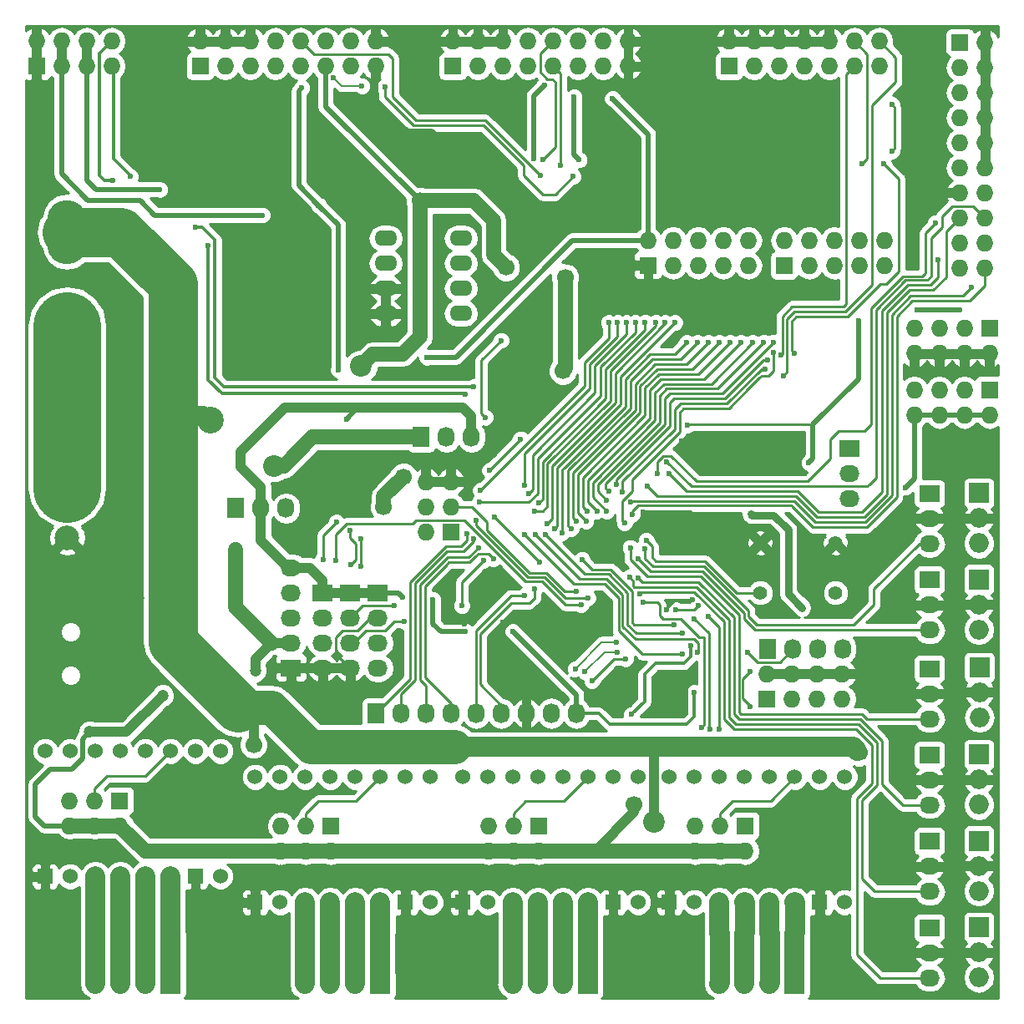
<source format=gbr>
G04 #@! TF.FileFunction,Copper,L2,Bot,Signal*
%FSLAX46Y46*%
G04 Gerber Fmt 4.6, Leading zero omitted, Abs format (unit mm)*
G04 Created by KiCad (PCBNEW 4.0.1-stable) date 27.02.2016 12:31:45*
%MOMM*%
G01*
G04 APERTURE LIST*
%ADD10C,0.100000*%
%ADD11O,1.998980X1.998980*%
%ADD12R,1.998980X1.998980*%
%ADD13O,4.000000X6.500000*%
%ADD14R,1.727200X1.727200*%
%ADD15O,1.727200X1.727200*%
%ADD16R,1.727200X2.032000*%
%ADD17O,1.727200X2.032000*%
%ADD18C,2.500000*%
%ADD19R,2.032000X1.727200*%
%ADD20O,2.032000X1.727200*%
%ADD21C,1.397000*%
%ADD22O,2.300000X1.600000*%
%ADD23R,1.524000X1.524000*%
%ADD24C,1.524000*%
%ADD25C,0.600000*%
%ADD26C,1.200000*%
%ADD27C,1.700000*%
%ADD28C,2.200000*%
%ADD29C,2.700000*%
%ADD30C,0.250000*%
%ADD31C,1.000000*%
%ADD32C,0.500000*%
%ADD33C,0.200000*%
%ADD34C,0.750000*%
%ADD35C,0.300000*%
%ADD36C,1.500000*%
%ADD37C,5.000000*%
%ADD38C,2.000000*%
%ADD39C,3.500000*%
%ADD40C,6.900000*%
%ADD41C,0.254000*%
G04 APERTURE END LIST*
D10*
D11*
X68390000Y-165800000D03*
D12*
X76010000Y-165800000D03*
D11*
X73470000Y-165800000D03*
X70930000Y-165800000D03*
X157925000Y-129915000D03*
D12*
X157925000Y-124835000D03*
D11*
X157925000Y-127375000D03*
D13*
X65500000Y-99100000D03*
X65500000Y-89600000D03*
D14*
X104600000Y-72800000D03*
D15*
X104600000Y-70260000D03*
X107140000Y-72800000D03*
X107140000Y-70260000D03*
X109680000Y-72800000D03*
X109680000Y-70260000D03*
X112220000Y-72800000D03*
X112220000Y-70260000D03*
X114760000Y-72800000D03*
X114760000Y-70260000D03*
X117300000Y-72800000D03*
X117300000Y-70260000D03*
X119840000Y-72800000D03*
X119840000Y-70260000D03*
X122380000Y-72800000D03*
X122380000Y-70260000D03*
D14*
X79000000Y-72800000D03*
D15*
X79000000Y-70260000D03*
X81540000Y-72800000D03*
X81540000Y-70260000D03*
X84080000Y-72800000D03*
X84080000Y-70260000D03*
X86620000Y-72800000D03*
X86620000Y-70260000D03*
X89160000Y-72800000D03*
X89160000Y-70260000D03*
X91700000Y-72800000D03*
X91700000Y-70260000D03*
X94240000Y-72800000D03*
X94240000Y-70260000D03*
X96780000Y-72800000D03*
X96780000Y-70260000D03*
D14*
X132600000Y-72800000D03*
D15*
X132600000Y-70260000D03*
X135140000Y-72800000D03*
X135140000Y-70260000D03*
X137680000Y-72800000D03*
X137680000Y-70260000D03*
X140220000Y-72800000D03*
X140220000Y-70260000D03*
X142760000Y-72800000D03*
X142760000Y-70260000D03*
X145300000Y-72800000D03*
X145300000Y-70260000D03*
X147840000Y-72800000D03*
X147840000Y-70260000D03*
D14*
X124400000Y-93000000D03*
D15*
X124400000Y-90460000D03*
X126940000Y-93000000D03*
X126940000Y-90460000D03*
X129480000Y-93000000D03*
X129480000Y-90460000D03*
X132020000Y-93000000D03*
X132020000Y-90460000D03*
X134560000Y-93000000D03*
X134560000Y-90460000D03*
D14*
X138200000Y-93000000D03*
D15*
X138200000Y-90460000D03*
X140740000Y-93000000D03*
X140740000Y-90460000D03*
X143280000Y-93000000D03*
X143280000Y-90460000D03*
X145820000Y-93000000D03*
X145820000Y-90460000D03*
X148360000Y-93000000D03*
X148360000Y-90460000D03*
D16*
X96800000Y-138400000D03*
D17*
X99340000Y-138400000D03*
X101880000Y-138400000D03*
X104420000Y-138400000D03*
X106960000Y-138400000D03*
X109500000Y-138400000D03*
X112040000Y-138400000D03*
X114580000Y-138400000D03*
X117120000Y-138400000D03*
D18*
X65500000Y-115600000D03*
X65500000Y-120600000D03*
D19*
X94200000Y-126200000D03*
D20*
X94200000Y-128740000D03*
X94200000Y-131280000D03*
X94200000Y-133820000D03*
D16*
X136500000Y-131900000D03*
D17*
X139040000Y-131900000D03*
X141580000Y-131900000D03*
X144120000Y-131900000D03*
D14*
X136450000Y-136950000D03*
D15*
X136450000Y-134410000D03*
X138990000Y-136950000D03*
X138990000Y-134410000D03*
X141530000Y-136950000D03*
X141530000Y-134410000D03*
X144070000Y-136950000D03*
X144070000Y-134410000D03*
D16*
X101400000Y-110400000D03*
D17*
X103940000Y-110400000D03*
X106480000Y-110400000D03*
D14*
X104400000Y-120000000D03*
D15*
X101860000Y-120000000D03*
X104400000Y-117460000D03*
X101860000Y-117460000D03*
X104400000Y-114920000D03*
X101860000Y-114920000D03*
D19*
X88200000Y-133800000D03*
D20*
X88200000Y-131260000D03*
X88200000Y-128720000D03*
X88200000Y-126180000D03*
X88200000Y-123640000D03*
D16*
X82600000Y-117600000D03*
D17*
X85140000Y-117600000D03*
X87680000Y-117600000D03*
D19*
X97000000Y-126200000D03*
D20*
X97000000Y-128740000D03*
X97000000Y-131280000D03*
X97000000Y-133820000D03*
D14*
X159000000Y-99400000D03*
D15*
X159000000Y-101940000D03*
X156460000Y-99400000D03*
X156460000Y-101940000D03*
X153920000Y-99400000D03*
X153920000Y-101940000D03*
X151380000Y-99400000D03*
X151380000Y-101940000D03*
D19*
X91400000Y-126200000D03*
D20*
X91400000Y-128740000D03*
X91400000Y-131280000D03*
X91400000Y-133820000D03*
D14*
X62400000Y-72800000D03*
D15*
X62400000Y-70260000D03*
X64940000Y-72800000D03*
X64940000Y-70260000D03*
X67480000Y-72800000D03*
X67480000Y-70260000D03*
X70020000Y-72800000D03*
X70020000Y-70260000D03*
D14*
X159000000Y-105600000D03*
D15*
X159000000Y-108140000D03*
X156460000Y-105600000D03*
X156460000Y-108140000D03*
X153920000Y-105600000D03*
X153920000Y-108140000D03*
X151380000Y-105600000D03*
X151380000Y-108140000D03*
D11*
X157925000Y-121165000D03*
D12*
X157925000Y-116085000D03*
D11*
X157925000Y-118625000D03*
D19*
X152925000Y-116125000D03*
D20*
X152925000Y-118665000D03*
X152925000Y-121205000D03*
D11*
X157975000Y-138815000D03*
D12*
X157975000Y-133735000D03*
D11*
X157975000Y-136275000D03*
D19*
X152925000Y-133875000D03*
D20*
X152925000Y-136415000D03*
X152925000Y-138955000D03*
D11*
X157925000Y-156415000D03*
D12*
X157925000Y-151335000D03*
D11*
X157925000Y-153875000D03*
D19*
X152925000Y-151375000D03*
D20*
X152925000Y-153915000D03*
X152925000Y-156455000D03*
D19*
X152925000Y-124875000D03*
D20*
X152925000Y-127415000D03*
X152925000Y-129955000D03*
D11*
X157925000Y-147665000D03*
D12*
X157925000Y-142585000D03*
D11*
X157925000Y-145125000D03*
D19*
X152925000Y-142625000D03*
D20*
X152925000Y-145165000D03*
X152925000Y-147705000D03*
D11*
X157925000Y-165165000D03*
D12*
X157925000Y-160085000D03*
D11*
X157925000Y-162625000D03*
D19*
X152925000Y-160125000D03*
D20*
X152925000Y-162665000D03*
X152925000Y-165205000D03*
D11*
X131640000Y-165800000D03*
D12*
X139260000Y-165800000D03*
D11*
X136720000Y-165800000D03*
X134180000Y-165800000D03*
X110690000Y-165800000D03*
D12*
X118310000Y-165800000D03*
D11*
X115770000Y-165800000D03*
X113230000Y-165800000D03*
X89640000Y-165850000D03*
D12*
X97260000Y-165850000D03*
D11*
X94720000Y-165850000D03*
X92180000Y-165850000D03*
D14*
X68350000Y-160650000D03*
D15*
X68350000Y-158110000D03*
X70890000Y-160650000D03*
X70890000Y-158110000D03*
X73430000Y-160650000D03*
X73430000Y-158110000D03*
X75970000Y-160650000D03*
X75970000Y-158110000D03*
D14*
X156000000Y-70400000D03*
D15*
X158540000Y-70400000D03*
X156000000Y-72940000D03*
X158540000Y-72940000D03*
X156000000Y-75480000D03*
X158540000Y-75480000D03*
X156000000Y-78020000D03*
X158540000Y-78020000D03*
X156000000Y-80560000D03*
X158540000Y-80560000D03*
X156000000Y-83100000D03*
X158540000Y-83100000D03*
X156000000Y-85640000D03*
X158540000Y-85640000D03*
X156000000Y-88180000D03*
X158540000Y-88180000D03*
X156000000Y-90720000D03*
X158540000Y-90720000D03*
X156000000Y-93260000D03*
X158540000Y-93260000D03*
D14*
X134250000Y-149800000D03*
D15*
X134250000Y-152340000D03*
X131710000Y-149800000D03*
X131710000Y-152340000D03*
X129170000Y-149800000D03*
X129170000Y-152340000D03*
D14*
X113300000Y-149800000D03*
D15*
X113300000Y-152340000D03*
X110760000Y-149800000D03*
X110760000Y-152340000D03*
X108220000Y-149800000D03*
X108220000Y-152340000D03*
D14*
X70850000Y-147250000D03*
D15*
X70850000Y-149790000D03*
X68310000Y-147250000D03*
X68310000Y-149790000D03*
X65770000Y-147250000D03*
X65770000Y-149790000D03*
D14*
X92250000Y-149800000D03*
D15*
X92250000Y-152340000D03*
X89710000Y-149800000D03*
X89710000Y-152340000D03*
X87170000Y-149800000D03*
X87170000Y-152340000D03*
D21*
X143396000Y-121104000D03*
X143396000Y-126184000D03*
X135776000Y-121104000D03*
X135776000Y-126184000D03*
D22*
X97800000Y-90250000D03*
X97800000Y-92790000D03*
X97800000Y-95330000D03*
X97800000Y-97870000D03*
X105420000Y-97870000D03*
X105420000Y-95330000D03*
X105420000Y-92790000D03*
X105420000Y-90250000D03*
D23*
X126560000Y-157550000D03*
D24*
X129100000Y-157550000D03*
X131640000Y-157550000D03*
X134180000Y-157550000D03*
X136720000Y-157550000D03*
X139260000Y-157550000D03*
D23*
X141800000Y-157550000D03*
D24*
X144340000Y-157550000D03*
X144340000Y-144850000D03*
X141800000Y-144850000D03*
X139260000Y-144850000D03*
X136720000Y-144850000D03*
X134180000Y-144850000D03*
X131640000Y-144850000D03*
X129100000Y-144850000D03*
X126560000Y-144850000D03*
D23*
X105610000Y-157550000D03*
D24*
X108150000Y-157550000D03*
X110690000Y-157550000D03*
X113230000Y-157550000D03*
X115770000Y-157550000D03*
X118310000Y-157550000D03*
D23*
X120850000Y-157550000D03*
D24*
X123390000Y-157550000D03*
X123390000Y-144850000D03*
X120850000Y-144850000D03*
X118310000Y-144850000D03*
X115770000Y-144850000D03*
X113230000Y-144850000D03*
X110690000Y-144850000D03*
X108150000Y-144850000D03*
X105610000Y-144850000D03*
D23*
X63272000Y-154926000D03*
D24*
X65812000Y-154926000D03*
X68352000Y-154926000D03*
X70892000Y-154926000D03*
X73432000Y-154926000D03*
X75972000Y-154926000D03*
D23*
X78512000Y-154926000D03*
D24*
X81052000Y-154926000D03*
X81052000Y-142226000D03*
X78512000Y-142226000D03*
X75972000Y-142226000D03*
X73432000Y-142226000D03*
X70892000Y-142226000D03*
X68352000Y-142226000D03*
X65812000Y-142226000D03*
X63272000Y-142226000D03*
D23*
X84560000Y-157550000D03*
D24*
X87100000Y-157550000D03*
X89640000Y-157550000D03*
X92180000Y-157550000D03*
X94720000Y-157550000D03*
X97260000Y-157550000D03*
D23*
X99800000Y-157550000D03*
D24*
X102340000Y-157550000D03*
X102340000Y-144850000D03*
X99800000Y-144850000D03*
X97260000Y-144850000D03*
X94720000Y-144850000D03*
X92180000Y-144850000D03*
X89640000Y-144850000D03*
X87100000Y-144850000D03*
X84560000Y-144850000D03*
D16*
X139275000Y-160700000D03*
D17*
X136735000Y-160700000D03*
X134195000Y-160700000D03*
X131655000Y-160700000D03*
D16*
X118300000Y-160700000D03*
D17*
X115760000Y-160700000D03*
X113220000Y-160700000D03*
X110680000Y-160700000D03*
D16*
X97250000Y-160700000D03*
D17*
X94710000Y-160700000D03*
X92170000Y-160700000D03*
X89630000Y-160700000D03*
D19*
X144800000Y-111600000D03*
D20*
X144800000Y-114140000D03*
X144800000Y-116680000D03*
D25*
X109700000Y-129200000D03*
X105800000Y-129300000D03*
X103700000Y-126300000D03*
X94300000Y-112400000D03*
X115200000Y-136200000D03*
X112400000Y-136200000D03*
X123200000Y-133400000D03*
X123100000Y-135600000D03*
X128900000Y-126900000D03*
X126300000Y-127900000D03*
X131800000Y-123200000D03*
X127800000Y-110800000D03*
X133900000Y-113800000D03*
X108600000Y-111600000D03*
D26*
X107100000Y-84000000D03*
D25*
X123870000Y-117970000D03*
X130600000Y-119800000D03*
X133200000Y-119400000D03*
X110900000Y-108400000D03*
X110800000Y-104900000D03*
D26*
X72800000Y-126700000D03*
D25*
X128200000Y-138400000D03*
X128300000Y-135700000D03*
X70700000Y-131800000D03*
X70700000Y-134600000D03*
X74900000Y-85300000D03*
X128400000Y-109200000D03*
X134700000Y-137700000D03*
X134700000Y-134200000D03*
X129500000Y-127500000D03*
X127200000Y-127900000D03*
X105500000Y-127500000D03*
X107700000Y-122900000D03*
X117400000Y-82300000D03*
X116900000Y-75900000D03*
X156000000Y-97500000D03*
X151700000Y-97500000D03*
X145700000Y-98600000D03*
X140700000Y-113000000D03*
X150500000Y-115500000D03*
X113900000Y-74700000D03*
X112800000Y-82200000D03*
D26*
X75200000Y-136600000D03*
X84600000Y-134100000D03*
X67800000Y-140300000D03*
X82600000Y-121800000D03*
D27*
X99600000Y-114400000D03*
X97600000Y-117500000D03*
D28*
X95300000Y-103200000D03*
D25*
X107900000Y-108400000D03*
X109500000Y-100600000D03*
D27*
X123000000Y-147600000D03*
X110000000Y-93200000D03*
X101250000Y-86450000D03*
D25*
X122725000Y-138525000D03*
X128725000Y-131525000D03*
D29*
X80000000Y-108700000D03*
D28*
X86500000Y-113300000D03*
X125000000Y-149400000D03*
D27*
X145800000Y-142400000D03*
X103800000Y-142200000D03*
X84400000Y-141600000D03*
D25*
X124100000Y-121700000D03*
X122600000Y-121600000D03*
X122500000Y-124600000D03*
X123400000Y-122700000D03*
X123400000Y-124700000D03*
X123600000Y-126300000D03*
D27*
X115750000Y-103700000D03*
X116000000Y-94200000D03*
D25*
X92800000Y-119000000D03*
X118300000Y-126700000D03*
X106950000Y-118850000D03*
X91450000Y-122800000D03*
X117600000Y-127400000D03*
X92750000Y-122900000D03*
X91000000Y-86900000D03*
X85300000Y-87900000D03*
X129100000Y-136300000D03*
X102000000Y-102300000D03*
X89300000Y-75000000D03*
X140000000Y-127700000D03*
X134800000Y-118200000D03*
X120800000Y-76100000D03*
X102600000Y-126900000D03*
X99500000Y-126600000D03*
X110700000Y-130100000D03*
X105900000Y-130100000D03*
X93000000Y-103600000D03*
X93800000Y-108600000D03*
X99700000Y-129100000D03*
X98700000Y-127500000D03*
X117100000Y-126000000D03*
X111475000Y-110600000D03*
X108325000Y-113750000D03*
X120400000Y-98800000D03*
X107400000Y-115800000D03*
X122200000Y-98800000D03*
X112300000Y-116100000D03*
X121300000Y-98800000D03*
X111900000Y-115300000D03*
X124100000Y-98800000D03*
X113300000Y-117100000D03*
X123100000Y-98800000D03*
X107300000Y-117000000D03*
X114200000Y-119200000D03*
X126100000Y-98800000D03*
X125200000Y-98800000D03*
X112900000Y-117900000D03*
X114900000Y-119700000D03*
X127100000Y-98800000D03*
X115700000Y-120100000D03*
X128300000Y-100800000D03*
X129400000Y-100800000D03*
X116600000Y-119700000D03*
X130500000Y-100800000D03*
X117100000Y-118900000D03*
X131600000Y-100800000D03*
X118100000Y-118900000D03*
X132700000Y-100800000D03*
X118200000Y-117900000D03*
X133800000Y-100800000D03*
X119200000Y-117900000D03*
X135000000Y-100800000D03*
X120200000Y-117900000D03*
X136100000Y-100800000D03*
X120200000Y-116800000D03*
X137100000Y-100800000D03*
X120400000Y-115900000D03*
X94200000Y-119900000D03*
X94300000Y-123300000D03*
X95300000Y-123500000D03*
X95300000Y-120700000D03*
X106700000Y-105300000D03*
X71900000Y-84000000D03*
X78500000Y-89100000D03*
X105900000Y-106100000D03*
X79800000Y-91000000D03*
X70100000Y-84400000D03*
X92500000Y-74000000D03*
X95400000Y-74800000D03*
X97700000Y-74900000D03*
X116800000Y-84000000D03*
X113500000Y-83900000D03*
X137900000Y-102100000D03*
X121200000Y-115200000D03*
X136500000Y-102600000D03*
X139200000Y-101900000D03*
X136300000Y-103500000D03*
X148300000Y-82700000D03*
X146100000Y-82700000D03*
X121800000Y-116000000D03*
X149100000Y-76700000D03*
X149100000Y-81400000D03*
X137100000Y-101850000D03*
X122000000Y-119100000D03*
X138100000Y-104200000D03*
X117700000Y-122800000D03*
X113400000Y-123100000D03*
X108800000Y-118500000D03*
X127000000Y-129400000D03*
X113000000Y-120300000D03*
X129400000Y-132200000D03*
X134500000Y-132200000D03*
X127900000Y-130300000D03*
X114000000Y-120300000D03*
X111900000Y-120300000D03*
X127900000Y-132400000D03*
X115500000Y-82900000D03*
X113700000Y-82300000D03*
X106000000Y-120200000D03*
X106700000Y-120700000D03*
X107200000Y-121600000D03*
X108700000Y-122700000D03*
X111900000Y-126500000D03*
X112900000Y-125800000D03*
X118000000Y-134200000D03*
X121300000Y-132200000D03*
X118700000Y-135100000D03*
X122100000Y-132900000D03*
X122800000Y-118250000D03*
X122600000Y-117000000D03*
X157200000Y-95200000D03*
X124300000Y-115400000D03*
X126500000Y-114100000D03*
X153800000Y-92400000D03*
X126300000Y-112900000D03*
X125300000Y-114100000D03*
X153500000Y-88700000D03*
X123900000Y-127100000D03*
X129800000Y-139800000D03*
X130700000Y-140000000D03*
X129100000Y-128800000D03*
X130500000Y-128600000D03*
X131600000Y-140000000D03*
X117000000Y-133900000D03*
X121200000Y-131200000D03*
X124200000Y-120900000D03*
D30*
X112400000Y-136200000D02*
X112100000Y-136200000D01*
X112100000Y-136200000D02*
X109700000Y-133800000D01*
X109700000Y-133800000D02*
X109700000Y-129200000D01*
X105800000Y-129300000D02*
X103700000Y-127200000D01*
X103700000Y-127200000D02*
X103700000Y-126300000D01*
X94300000Y-112400000D02*
X101200000Y-112400000D01*
X101200000Y-112400000D02*
X101860000Y-113060000D01*
X101860000Y-113060000D02*
X101860000Y-114920000D01*
X115200000Y-136200000D02*
X112400000Y-136200000D01*
X123200000Y-133400000D02*
X123200000Y-135500000D01*
X123200000Y-135500000D02*
X123100000Y-135600000D01*
X126300000Y-127900000D02*
X126300000Y-127700000D01*
X126300000Y-127700000D02*
X127100000Y-126900000D01*
X127100000Y-126900000D02*
X128900000Y-126900000D01*
X126300000Y-127900000D02*
X126300000Y-127800000D01*
X131800000Y-123200000D02*
X131800000Y-120500000D01*
X131800000Y-120500000D02*
X132900000Y-119400000D01*
X132900000Y-119400000D02*
X133200000Y-119400000D01*
X127800000Y-110800000D02*
X130800000Y-113800000D01*
X130800000Y-113800000D02*
X133900000Y-113800000D01*
X110900000Y-108400000D02*
X109800000Y-108400000D01*
X109800000Y-108400000D02*
X108600000Y-109600000D01*
X108600000Y-109600000D02*
X108600000Y-111600000D01*
D31*
X70700000Y-131800000D02*
X70700000Y-128800000D01*
X70700000Y-128800000D02*
X72800000Y-126700000D01*
X70700000Y-134600000D02*
X70700000Y-131800000D01*
D32*
X107100000Y-84000000D02*
X102500000Y-79400000D01*
X102500000Y-79400000D02*
X99800000Y-79400000D01*
X99800000Y-79400000D02*
X96780000Y-76380000D01*
X96780000Y-76380000D02*
X96780000Y-72800000D01*
D30*
X126900000Y-117950000D02*
X123890000Y-117950000D01*
X123890000Y-117950000D02*
X123870000Y-117970000D01*
D33*
X130600000Y-119800000D02*
X128750000Y-117950000D01*
X128750000Y-117950000D02*
X126900000Y-117950000D01*
D34*
X135776000Y-121104000D02*
X135704000Y-121104000D01*
X135704000Y-121104000D02*
X134000000Y-119400000D01*
X134000000Y-119400000D02*
X133200000Y-119400000D01*
D35*
X110900000Y-108400000D02*
X110800000Y-108300000D01*
X110800000Y-108300000D02*
X110800000Y-104900000D01*
D30*
X97000000Y-128740000D02*
X96210000Y-128740000D01*
X96210000Y-128740000D02*
X94900000Y-130050000D01*
X94900000Y-130050000D02*
X93400000Y-130050000D01*
X93400000Y-130050000D02*
X92750000Y-130700000D01*
X92750000Y-130700000D02*
X92750000Y-132370000D01*
X92750000Y-132370000D02*
X94200000Y-133820000D01*
X128200000Y-138400000D02*
X128300000Y-138300000D01*
X128300000Y-138300000D02*
X128300000Y-135700000D01*
D32*
X74900000Y-85300000D02*
X68400000Y-85300000D01*
X67480000Y-84380000D02*
X67480000Y-72800000D01*
X68400000Y-85300000D02*
X67480000Y-84380000D01*
D30*
X128400000Y-109200000D02*
X128500000Y-109100000D01*
X128500000Y-109100000D02*
X141100000Y-109100000D01*
X134700000Y-137700000D02*
X134700000Y-137597598D01*
X134700000Y-137597598D02*
X134002402Y-136900000D01*
X134002402Y-136900000D02*
X134002402Y-134897598D01*
X134002402Y-134897598D02*
X134700000Y-134200000D01*
X129500000Y-127500000D02*
X129100000Y-127900000D01*
X129100000Y-127900000D02*
X127200000Y-127900000D01*
D36*
X82600000Y-127620000D02*
X86240000Y-131260000D01*
D30*
X105500000Y-127500000D02*
X105500000Y-125100000D01*
X105500000Y-125100000D02*
X107700000Y-122900000D01*
D32*
X117400000Y-82300000D02*
X116900000Y-81800000D01*
X116900000Y-81800000D02*
X116900000Y-75900000D01*
X156000000Y-97500000D02*
X151700000Y-97500000D01*
X145700000Y-98600000D02*
X145700000Y-104500000D01*
X145700000Y-104500000D02*
X141100000Y-109100000D01*
X141100000Y-109100000D02*
X141100000Y-112600000D01*
X141100000Y-112600000D02*
X140700000Y-113000000D01*
X156460000Y-108140000D02*
X159000000Y-108140000D01*
X153920000Y-108140000D02*
X156460000Y-108140000D01*
X151380000Y-108140000D02*
X153920000Y-108140000D01*
X150500000Y-115500000D02*
X151380000Y-114620000D01*
X151380000Y-114620000D02*
X151380000Y-108140000D01*
X113900000Y-74700000D02*
X112800000Y-75800000D01*
X112800000Y-75800000D02*
X112800000Y-82200000D01*
X91700000Y-72800000D02*
X91700000Y-76900000D01*
X91700000Y-76900000D02*
X101250000Y-86450000D01*
D36*
X82600000Y-121800000D02*
X82600000Y-127620000D01*
D31*
X84600000Y-134100000D02*
X84600000Y-132900000D01*
X84600000Y-132900000D02*
X86240000Y-131260000D01*
X86240000Y-131260000D02*
X88200000Y-131260000D01*
X67800000Y-140300000D02*
X71500000Y-140300000D01*
X71500000Y-140300000D02*
X75200000Y-136600000D01*
D32*
X65770000Y-149790000D02*
X63190000Y-149790000D01*
X63190000Y-149790000D02*
X62300000Y-148900000D01*
X62300000Y-148900000D02*
X62300000Y-145600000D01*
X62300000Y-145600000D02*
X63800000Y-144100000D01*
X63800000Y-144100000D02*
X66000000Y-144100000D01*
X66000000Y-144100000D02*
X67100000Y-143000000D01*
X67100000Y-143000000D02*
X67100000Y-141000000D01*
X67100000Y-141000000D02*
X67800000Y-140300000D01*
D36*
X99600000Y-114400000D02*
X97600000Y-116400000D01*
X97600000Y-116400000D02*
X97600000Y-117500000D01*
X101250000Y-86450000D02*
X101250000Y-100250000D01*
X101250000Y-100250000D02*
X99500000Y-102000000D01*
X99500000Y-102000000D02*
X96500000Y-102000000D01*
X96500000Y-102000000D02*
X95300000Y-103200000D01*
D30*
X107900000Y-108400000D02*
X107500000Y-108000000D01*
X107500000Y-108000000D02*
X107500000Y-102600000D01*
X107500000Y-102600000D02*
X109500000Y-100600000D01*
D31*
X67480000Y-72800000D02*
X67480000Y-70260000D01*
X113300000Y-152340000D02*
X119060000Y-152340000D01*
X119060000Y-152340000D02*
X123000000Y-148400000D01*
X123000000Y-148400000D02*
X123000000Y-147600000D01*
D36*
X87170000Y-152340000D02*
X73400000Y-152340000D01*
X73400000Y-152340000D02*
X70850000Y-149790000D01*
X110000000Y-93200000D02*
X108750000Y-91950000D01*
X108750000Y-91950000D02*
X108750000Y-88450000D01*
X108750000Y-88450000D02*
X106750000Y-86450000D01*
X106750000Y-86450000D02*
X101250000Y-86450000D01*
D35*
X122725000Y-138525000D02*
X124025000Y-137225000D01*
X124025000Y-137225000D02*
X124025000Y-134425000D01*
X124025000Y-134425000D02*
X125125000Y-133325000D01*
X125125000Y-133325000D02*
X128025000Y-133325000D01*
X128025000Y-133325000D02*
X128725000Y-132625000D01*
X128725000Y-132625000D02*
X128725000Y-131525000D01*
D36*
X131710000Y-152340000D02*
X134250000Y-152340000D01*
X129170000Y-152340000D02*
X132460000Y-152340000D01*
X132460000Y-152340000D02*
X131710000Y-152340000D01*
X113300000Y-152340000D02*
X129170000Y-152340000D01*
X110760000Y-152340000D02*
X113300000Y-152340000D01*
X108220000Y-152340000D02*
X110760000Y-152340000D01*
X92250000Y-152340000D02*
X108220000Y-152340000D01*
X89710000Y-152340000D02*
X92250000Y-152340000D01*
X87170000Y-152340000D02*
X89710000Y-152340000D01*
X87020000Y-152490000D02*
X87170000Y-152340000D01*
X68310000Y-149790000D02*
X70850000Y-149790000D01*
X65770000Y-149790000D02*
X68310000Y-149790000D01*
D37*
X76200000Y-108000000D02*
X76200000Y-94900000D01*
X76200000Y-94900000D02*
X70900000Y-89600000D01*
X70900000Y-89600000D02*
X65500000Y-89600000D01*
D36*
X80000000Y-108700000D02*
X79300000Y-108000000D01*
X79300000Y-108000000D02*
X76200000Y-108000000D01*
X101400000Y-110400000D02*
X90400000Y-110400000D01*
X90400000Y-110400000D02*
X87500000Y-113300000D01*
X87500000Y-113300000D02*
X86500000Y-113300000D01*
D38*
X103800000Y-141800000D02*
X125000000Y-141800000D01*
D31*
X125000000Y-149400000D02*
X125000000Y-142000000D01*
X145800000Y-142400000D02*
X145200000Y-141800000D01*
X145200000Y-141800000D02*
X145600000Y-142200000D01*
X125000000Y-142000000D02*
X125000000Y-141800000D01*
X103800000Y-142200000D02*
X103800000Y-141800000D01*
D38*
X125000000Y-141800000D02*
X145200000Y-141800000D01*
X145200000Y-141800000D02*
X145600000Y-142200000D01*
X104800000Y-141800000D02*
X103800000Y-141800000D01*
D39*
X82800000Y-137800000D02*
X86200000Y-137800000D01*
X86200000Y-137800000D02*
X90200000Y-141800000D01*
X90200000Y-141800000D02*
X104800000Y-141800000D01*
D31*
X84400000Y-141600000D02*
X84400000Y-139400000D01*
X84400000Y-139400000D02*
X82800000Y-137800000D01*
D37*
X76200000Y-108000000D02*
X76200000Y-131200000D01*
X76200000Y-131200000D02*
X82800000Y-137800000D01*
D30*
X152925000Y-121205000D02*
X151895000Y-121205000D01*
X151895000Y-121205000D02*
X147300000Y-125800000D01*
X147300000Y-125800000D02*
X147300000Y-127352598D01*
X147300000Y-127352598D02*
X145252598Y-129400000D01*
X145252598Y-129400000D02*
X135400000Y-129400000D01*
X135400000Y-129400000D02*
X134600000Y-128600000D01*
X134600000Y-128600000D02*
X134600000Y-128000000D01*
X134600000Y-128000000D02*
X130100000Y-123500000D01*
X130100000Y-123500000D02*
X124900000Y-123500000D01*
X124900000Y-123500000D02*
X124100000Y-122700000D01*
X124100000Y-122700000D02*
X124100000Y-121700000D01*
X123800000Y-124000000D02*
X122600000Y-122800000D01*
X122600000Y-122800000D02*
X122600000Y-121600000D01*
X152925000Y-138955000D02*
X146555000Y-138955000D01*
X146555000Y-138955000D02*
X146100000Y-138500000D01*
X146100000Y-138500000D02*
X133802402Y-138500000D01*
X133802402Y-138500000D02*
X133600000Y-138297598D01*
X133600000Y-138297598D02*
X133600000Y-128400000D01*
X133600000Y-128400000D02*
X129700000Y-124500000D01*
X129700000Y-124500000D02*
X124300000Y-124500000D01*
X124300000Y-124500000D02*
X123800000Y-124000000D01*
X122900000Y-125500000D02*
X122900000Y-125000000D01*
X122900000Y-125000000D02*
X122500000Y-124600000D01*
X129300000Y-125600000D02*
X123000000Y-125600000D01*
X123000000Y-125600000D02*
X122900000Y-125500000D01*
X152925000Y-156455000D02*
X147355000Y-156455000D01*
X147355000Y-156455000D02*
X146100000Y-155200000D01*
X146100000Y-155200000D02*
X146100000Y-147200000D01*
X146100000Y-147200000D02*
X147600000Y-145700000D01*
X147600000Y-145700000D02*
X147600000Y-141400000D01*
X147600000Y-141400000D02*
X145700000Y-139500000D01*
X145700000Y-139500000D02*
X133302402Y-139500000D01*
X133302402Y-139500000D02*
X132600000Y-138797598D01*
X132600000Y-138797598D02*
X132600000Y-128900000D01*
X132600000Y-128900000D02*
X129300000Y-125600000D01*
X152925000Y-129955000D02*
X135255000Y-129955000D01*
X135255000Y-129955000D02*
X134100000Y-128800000D01*
X134100000Y-128800000D02*
X134100000Y-128200000D01*
X134100000Y-128200000D02*
X129900000Y-124000000D01*
X129900000Y-124000000D02*
X124700000Y-124000000D01*
X124700000Y-124000000D02*
X123400000Y-122700000D01*
X129500000Y-125100000D02*
X123800000Y-125100000D01*
X123800000Y-125100000D02*
X123400000Y-124700000D01*
X152925000Y-147705000D02*
X150205000Y-147705000D01*
X150205000Y-147705000D02*
X148100000Y-145600000D01*
X148100000Y-145600000D02*
X148100000Y-141200000D01*
X148100000Y-141200000D02*
X145900000Y-139000000D01*
X145900000Y-139000000D02*
X133602402Y-139000000D01*
X133602402Y-139000000D02*
X133100000Y-138497598D01*
X133100000Y-138497598D02*
X133100000Y-128700000D01*
X133100000Y-128700000D02*
X129597598Y-125197598D01*
X129597598Y-125197598D02*
X129500000Y-125100000D01*
X123600000Y-126300000D02*
X123800000Y-126100000D01*
X123800000Y-126100000D02*
X124300000Y-126100000D01*
X129100000Y-126100000D02*
X124300000Y-126100000D01*
X152925000Y-165205000D02*
X147905000Y-165205000D01*
X147905000Y-165205000D02*
X145600000Y-162900000D01*
X145600000Y-162900000D02*
X145600000Y-147000000D01*
X145600000Y-147000000D02*
X147100000Y-145500000D01*
X147100000Y-145500000D02*
X147100000Y-141600000D01*
X147100000Y-141600000D02*
X145500000Y-140000000D01*
X145500000Y-140000000D02*
X133100000Y-140000000D01*
X133100000Y-140000000D02*
X132100000Y-139000000D01*
X132100000Y-139000000D02*
X132100000Y-129100000D01*
X132100000Y-129100000D02*
X129100000Y-126100000D01*
D36*
X115750000Y-103700000D02*
X116000000Y-103450000D01*
X116000000Y-103450000D02*
X116000000Y-94200000D01*
D40*
X65500000Y-115600000D02*
X65500000Y-99100000D01*
D30*
X91450000Y-120400000D02*
X92800000Y-119050000D01*
X92800000Y-119050000D02*
X92800000Y-119000000D01*
X118300000Y-126700000D02*
X116000000Y-126700000D01*
X116000000Y-126700000D02*
X115950000Y-126650000D01*
X106950000Y-118850000D02*
X106950000Y-119350000D01*
X106950000Y-119350000D02*
X109550000Y-121950000D01*
X109550000Y-121950000D02*
X112200000Y-124600000D01*
X112200000Y-124600000D02*
X113900000Y-124600000D01*
X113900000Y-124600000D02*
X115950000Y-126650000D01*
X91450000Y-122800000D02*
X91450000Y-120400000D01*
X117600000Y-127400000D02*
X116000000Y-127400000D01*
X92750000Y-120500000D02*
X92750000Y-120250000D01*
X92750000Y-120250000D02*
X93800000Y-119200000D01*
X93800000Y-119200000D02*
X100500000Y-119200000D01*
X100500000Y-119200000D02*
X100850000Y-118850000D01*
X100850000Y-118850000D02*
X105800000Y-118850000D01*
X105800000Y-118850000D02*
X112000000Y-125050000D01*
X112000000Y-125050000D02*
X113650000Y-125050000D01*
X113650000Y-125050000D02*
X116000000Y-127400000D01*
X92750000Y-122900000D02*
X92750000Y-120500000D01*
D32*
X64940000Y-83640000D02*
X64940000Y-83740000D01*
X64940000Y-83640000D02*
X64940000Y-72800000D01*
X74400000Y-87900000D02*
X77500000Y-87900000D01*
X72900000Y-86400000D02*
X74400000Y-87900000D01*
X67600000Y-86400000D02*
X72900000Y-86400000D01*
X64940000Y-83740000D02*
X67600000Y-86400000D01*
X77400000Y-87900000D02*
X77500000Y-87900000D01*
X85300000Y-87900000D02*
X77400000Y-87900000D01*
D35*
X117120000Y-138400000D02*
X119400000Y-138400000D01*
X119400000Y-138400000D02*
X120500000Y-139500000D01*
X120500000Y-139500000D02*
X128300000Y-139500000D01*
X128300000Y-139500000D02*
X129100000Y-138700000D01*
X129100000Y-138700000D02*
X129100000Y-136300000D01*
D32*
X124400000Y-90460000D02*
X116740000Y-90460000D01*
X116740000Y-90460000D02*
X104900000Y-102300000D01*
X104900000Y-102300000D02*
X102000000Y-102300000D01*
X89300000Y-75000000D02*
X89000000Y-75300000D01*
X89000000Y-75300000D02*
X89000000Y-84900000D01*
X89000000Y-84900000D02*
X91000000Y-86900000D01*
D34*
X140000000Y-127700000D02*
X138600000Y-126300000D01*
X138600000Y-126300000D02*
X138600000Y-119800000D01*
X138600000Y-119800000D02*
X137100000Y-118300000D01*
X137100000Y-118300000D02*
X134900000Y-118300000D01*
X134900000Y-118300000D02*
X134800000Y-118200000D01*
D32*
X120800000Y-76100000D02*
X124400000Y-79700000D01*
X124400000Y-79700000D02*
X124400000Y-90460000D01*
X105900000Y-130100000D02*
X103400000Y-130100000D01*
X103400000Y-130100000D02*
X102600000Y-129300000D01*
X102600000Y-129300000D02*
X102600000Y-126900000D01*
X99500000Y-126600000D02*
X99100000Y-126200000D01*
X99100000Y-126200000D02*
X97000000Y-126200000D01*
X117120000Y-138400000D02*
X117120000Y-136520000D01*
X117120000Y-136520000D02*
X110700000Y-130100000D01*
X93000000Y-103600000D02*
X93000000Y-88900000D01*
X93000000Y-88900000D02*
X91000000Y-86900000D01*
X93800000Y-108600000D02*
X94800000Y-107600000D01*
X94800000Y-107600000D02*
X94800000Y-107400000D01*
D31*
X64940000Y-72800000D02*
X64940000Y-70260000D01*
X106480000Y-110400000D02*
X106480000Y-108280000D01*
X106480000Y-108280000D02*
X105600000Y-107400000D01*
X105600000Y-107400000D02*
X94800000Y-107400000D01*
X94800000Y-107400000D02*
X87600000Y-107400000D01*
X87600000Y-107400000D02*
X83100000Y-111900000D01*
X83100000Y-111900000D02*
X83100000Y-113400000D01*
X83100000Y-113400000D02*
X85140000Y-115440000D01*
X85140000Y-115440000D02*
X85140000Y-117600000D01*
X88200000Y-123640000D02*
X87940000Y-123640000D01*
X87940000Y-123640000D02*
X85140000Y-120840000D01*
X85140000Y-120840000D02*
X85140000Y-117600000D01*
X91400000Y-126200000D02*
X91400000Y-124900000D01*
X91400000Y-124900000D02*
X90140000Y-123640000D01*
X90140000Y-123640000D02*
X88200000Y-123640000D01*
X94200000Y-126200000D02*
X91400000Y-126200000D01*
X97000000Y-126200000D02*
X94200000Y-126200000D01*
D30*
X99700000Y-129100000D02*
X98700000Y-129100000D01*
X98700000Y-129100000D02*
X97750000Y-130050000D01*
X97750000Y-130050000D02*
X95750000Y-130050000D01*
X94200000Y-131280000D02*
X94520000Y-131280000D01*
X94520000Y-131280000D02*
X95750000Y-130050000D01*
X98700000Y-127500000D02*
X98500000Y-127500000D01*
X94200000Y-128740000D02*
X95440000Y-127500000D01*
X95440000Y-127500000D02*
X98500000Y-127500000D01*
X115950000Y-126000000D02*
X117100000Y-126000000D01*
X104400000Y-117460000D02*
X106510000Y-117460000D01*
X106510000Y-117460000D02*
X108100000Y-119050000D01*
X108100000Y-119050000D02*
X108100000Y-119850000D01*
X108100000Y-119850000D02*
X112400000Y-124150000D01*
X112400000Y-124150000D02*
X114100000Y-124150000D01*
X114100000Y-124150000D02*
X115950000Y-126000000D01*
X111475000Y-110600000D02*
X109250000Y-112825000D01*
X109250000Y-112825000D02*
X108325000Y-113750000D01*
X120400000Y-100100000D02*
X120400000Y-100400000D01*
X120400000Y-100400000D02*
X118000000Y-102800000D01*
X120400000Y-98800000D02*
X120400000Y-100100000D01*
X118000000Y-102800000D02*
X118000000Y-105200000D01*
X118000000Y-105200000D02*
X107400000Y-115800000D01*
X122200000Y-98800000D02*
X122200000Y-100000000D01*
X122200000Y-100000000D02*
X119000000Y-103200000D01*
X119000000Y-103200000D02*
X119000000Y-103700000D01*
X112700000Y-112200000D02*
X112700000Y-115700000D01*
X112700000Y-115700000D02*
X112300000Y-116100000D01*
X119000000Y-103700000D02*
X119000000Y-105900000D01*
X119000000Y-105900000D02*
X112700000Y-112200000D01*
X121300000Y-98800000D02*
X121300000Y-100200000D01*
X121300000Y-100200000D02*
X118500000Y-103000000D01*
X118500000Y-103000000D02*
X118500000Y-105500000D01*
X118500000Y-105500000D02*
X111900000Y-112100000D01*
X111900000Y-112100000D02*
X111900000Y-115300000D01*
X124100000Y-98800000D02*
X124100000Y-99500000D01*
X124100000Y-99500000D02*
X120100000Y-103500000D01*
X120100000Y-103500000D02*
X120100000Y-105100000D01*
X113700000Y-116100000D02*
X113700000Y-116700000D01*
X113700000Y-116700000D02*
X113300000Y-117100000D01*
X120100000Y-105100000D02*
X120100000Y-106500000D01*
X120100000Y-106500000D02*
X113700000Y-112900000D01*
X113700000Y-112900000D02*
X113700000Y-116100000D01*
X123100000Y-98800000D02*
X123100000Y-99800000D01*
X123100000Y-99800000D02*
X119600000Y-103300000D01*
X119600000Y-103300000D02*
X119600000Y-104400000D01*
X113200000Y-112600000D02*
X113200000Y-116100000D01*
X113200000Y-116100000D02*
X112300000Y-117000000D01*
X112300000Y-117000000D02*
X107300000Y-117000000D01*
X119600000Y-104400000D02*
X119600000Y-106200000D01*
X119600000Y-106200000D02*
X113200000Y-112600000D01*
X114700000Y-118700000D02*
X114200000Y-119200000D01*
X126100000Y-98800000D02*
X126100000Y-98900000D01*
X126100000Y-98900000D02*
X121100000Y-103900000D01*
X121100000Y-103900000D02*
X121100000Y-105700000D01*
X114700000Y-118700000D02*
X114700000Y-113300000D01*
X114700000Y-113300000D02*
X121100000Y-106900000D01*
X121100000Y-106900000D02*
X121100000Y-105700000D01*
X125200000Y-98800000D02*
X125200000Y-99100000D01*
X125200000Y-99100000D02*
X120600000Y-103700000D01*
X120600000Y-103700000D02*
X120600000Y-105500000D01*
X114200000Y-115600000D02*
X114200000Y-117400000D01*
X114200000Y-117400000D02*
X113700000Y-117900000D01*
X112900000Y-117900000D02*
X113700000Y-117900000D01*
X114200000Y-115600000D02*
X114200000Y-113100000D01*
X114200000Y-113100000D02*
X120600000Y-106700000D01*
X120600000Y-106700000D02*
X120600000Y-105500000D01*
X115200000Y-113500000D02*
X115200000Y-119200000D01*
X115200000Y-119200000D02*
X115200000Y-119400000D01*
X115200000Y-119400000D02*
X114900000Y-119700000D01*
X127100000Y-98800000D02*
X121600000Y-104300000D01*
X121600000Y-104300000D02*
X121600000Y-106000000D01*
X121600000Y-106000000D02*
X121600000Y-107100000D01*
X121600000Y-107100000D02*
X115200000Y-113500000D01*
X115900000Y-113500000D02*
X115700000Y-113700000D01*
X115700000Y-113700000D02*
X115700000Y-120100000D01*
X128300000Y-100800000D02*
X127100000Y-102000000D01*
X127100000Y-102000000D02*
X124600000Y-102000000D01*
X124600000Y-102000000D02*
X122100000Y-104500000D01*
X122100000Y-104500000D02*
X122100000Y-107300000D01*
X122100000Y-107300000D02*
X115900000Y-113500000D01*
X129400000Y-100800000D02*
X127700000Y-102500000D01*
X127700000Y-102500000D02*
X124800000Y-102500000D01*
X124800000Y-102500000D02*
X122600000Y-104700000D01*
X122600000Y-104700000D02*
X122600000Y-107500000D01*
X122600000Y-107500000D02*
X116300000Y-113800000D01*
X116300000Y-113800000D02*
X116300000Y-119400000D01*
X116300000Y-119400000D02*
X116600000Y-119700000D01*
X130500000Y-100800000D02*
X128300000Y-103000000D01*
X128300000Y-103000000D02*
X125100000Y-103000000D01*
X125100000Y-103000000D02*
X123100000Y-105000000D01*
X123100000Y-105000000D02*
X123100000Y-107700000D01*
X123100000Y-107700000D02*
X116800000Y-114000000D01*
X116800000Y-114000000D02*
X116800000Y-118600000D01*
X116800000Y-118600000D02*
X117100000Y-118900000D01*
X131600000Y-100800000D02*
X128900000Y-103500000D01*
X128900000Y-103500000D02*
X125300000Y-103500000D01*
X125300000Y-103500000D02*
X123600000Y-105200000D01*
X123600000Y-105200000D02*
X123600000Y-107900000D01*
X123600000Y-107900000D02*
X117300000Y-114200000D01*
X117300000Y-114200000D02*
X117300000Y-118100000D01*
X117300000Y-118100000D02*
X118100000Y-118900000D01*
X132700000Y-100800000D02*
X129500000Y-104000000D01*
X129500000Y-104000000D02*
X125500000Y-104000000D01*
X125500000Y-104000000D02*
X124100000Y-105400000D01*
X124100000Y-105400000D02*
X124100000Y-108200000D01*
X124100000Y-108200000D02*
X117800000Y-114500000D01*
X117800000Y-114500000D02*
X117800000Y-117500000D01*
X117800000Y-117500000D02*
X118200000Y-117900000D01*
X133800000Y-100800000D02*
X130100000Y-104500000D01*
X130100000Y-104500000D02*
X125700000Y-104500000D01*
X125700000Y-104500000D02*
X124600000Y-105600000D01*
X124600000Y-105600000D02*
X124600000Y-108500000D01*
X124600000Y-108500000D02*
X118300000Y-114800000D01*
X118300000Y-114800000D02*
X118300000Y-117000000D01*
X118300000Y-117000000D02*
X119200000Y-117900000D01*
X135000000Y-100800000D02*
X130800000Y-105000000D01*
X130800000Y-105000000D02*
X126000000Y-105000000D01*
X126000000Y-105000000D02*
X125100000Y-105900000D01*
X125100000Y-105900000D02*
X125100000Y-108700000D01*
X125100000Y-108700000D02*
X118800000Y-115000000D01*
X118800000Y-115000000D02*
X118800000Y-116500000D01*
X118800000Y-116500000D02*
X120200000Y-117900000D01*
X136100000Y-100800000D02*
X131400000Y-105500000D01*
X131400000Y-105500000D02*
X126300000Y-105500000D01*
X126300000Y-105500000D02*
X125600000Y-106200000D01*
X125600000Y-106200000D02*
X125600000Y-108769082D01*
X125600000Y-108769082D02*
X125600000Y-108900000D01*
X125600000Y-108900000D02*
X119300000Y-115200000D01*
X119300000Y-115200000D02*
X119300000Y-115900000D01*
X119300000Y-115900000D02*
X120200000Y-116800000D01*
X137100000Y-100800000D02*
X131900000Y-106000000D01*
X131900000Y-106000000D02*
X126600000Y-106000000D01*
X126600000Y-106000000D02*
X126100000Y-106500000D01*
X126100000Y-106500000D02*
X126100000Y-109100000D01*
X126100000Y-109100000D02*
X120100000Y-115100000D01*
X120100000Y-115100000D02*
X120100000Y-115600000D01*
X120100000Y-115600000D02*
X120400000Y-115900000D01*
X94800000Y-122800000D02*
X94800000Y-121200000D01*
X94800000Y-121200000D02*
X94200000Y-120600000D01*
X94200000Y-120600000D02*
X94200000Y-119900000D01*
X94300000Y-123300000D02*
X94800000Y-122800000D01*
X95300000Y-123500000D02*
X95300000Y-120700000D01*
D35*
X80200000Y-90100000D02*
X79200000Y-89100000D01*
X70200000Y-72980000D02*
X70200000Y-82200000D01*
X80500000Y-90400000D02*
X80200000Y-90100000D01*
X80500000Y-104400000D02*
X80500000Y-90400000D01*
X81400000Y-105300000D02*
X80500000Y-104400000D01*
X101500000Y-105300000D02*
X81400000Y-105300000D01*
X106700000Y-105300000D02*
X101500000Y-105300000D01*
X71900000Y-83900000D02*
X70200000Y-82200000D01*
X71900000Y-84000000D02*
X71900000Y-83900000D01*
X79200000Y-89100000D02*
X78500000Y-89100000D01*
X70200000Y-72980000D02*
X70020000Y-72800000D01*
X105900000Y-106100000D02*
X105800000Y-106000000D01*
X105800000Y-106000000D02*
X81200000Y-106000000D01*
X81200000Y-106000000D02*
X79800000Y-104600000D01*
X79800000Y-104600000D02*
X79800000Y-91000000D01*
X68800000Y-83900000D02*
X68800000Y-71480000D01*
X68800000Y-71480000D02*
X70020000Y-70260000D01*
X69300000Y-84400000D02*
X68800000Y-83900000D01*
X70100000Y-84400000D02*
X69300000Y-84400000D01*
D33*
X92500000Y-74000000D02*
X93300000Y-74800000D01*
X93300000Y-74800000D02*
X95400000Y-74800000D01*
D30*
X97700000Y-75900000D02*
X97700000Y-74900000D01*
X116800000Y-84000000D02*
X115000000Y-85800000D01*
X115000000Y-85800000D02*
X113700000Y-85800000D01*
X113700000Y-85800000D02*
X111800000Y-83900000D01*
X111800000Y-83900000D02*
X111800000Y-82900000D01*
X111800000Y-82900000D02*
X107700000Y-78800000D01*
X107700000Y-78800000D02*
X100600000Y-78800000D01*
X100600000Y-78800000D02*
X97700000Y-75900000D01*
X113500000Y-83900000D02*
X107900000Y-78300000D01*
X107900000Y-78300000D02*
X100900000Y-78300000D01*
X100900000Y-78300000D02*
X98500000Y-75900000D01*
X98500000Y-75900000D02*
X98500000Y-72000000D01*
X98500000Y-72000000D02*
X98100000Y-71600000D01*
X98100000Y-71600000D02*
X90500000Y-71600000D01*
X90500000Y-71600000D02*
X89160000Y-70260000D01*
X137900000Y-102100000D02*
X138000000Y-102000000D01*
X138000000Y-102000000D02*
X138000000Y-101200000D01*
X144500000Y-83300000D02*
X144500000Y-73600000D01*
X144500000Y-73600000D02*
X145300000Y-72800000D01*
X121200000Y-115200000D02*
X121200000Y-114700000D01*
X121200000Y-114700000D02*
X126600000Y-109300000D01*
X126600000Y-109300000D02*
X126600000Y-106900000D01*
X126600000Y-106900000D02*
X127000000Y-106500000D01*
X127000000Y-106500000D02*
X132200000Y-106500000D01*
X132200000Y-106500000D02*
X136100000Y-102600000D01*
X136100000Y-102600000D02*
X136500000Y-102600000D01*
X138000000Y-101200000D02*
X138000000Y-98200000D01*
X138000000Y-98200000D02*
X139000000Y-97200000D01*
X139000000Y-97200000D02*
X144200000Y-97200000D01*
X144200000Y-97200000D02*
X144500000Y-96900000D01*
X144500000Y-96900000D02*
X144500000Y-83300000D01*
X144500000Y-83300000D02*
X144500000Y-83200000D01*
X139200000Y-101900000D02*
X138950000Y-101650000D01*
X138950000Y-101650000D02*
X138950000Y-101250000D01*
X127700000Y-107000000D02*
X132400000Y-107000000D01*
X132400000Y-107000000D02*
X135900000Y-103500000D01*
X135900000Y-103500000D02*
X136300000Y-103500000D01*
X138950000Y-101250000D02*
X138950000Y-98650000D01*
X138950000Y-98650000D02*
X139400000Y-98200000D01*
X139400000Y-98200000D02*
X144600000Y-98200000D01*
X144600000Y-98200000D02*
X147900000Y-94900000D01*
X147900000Y-94900000D02*
X148500000Y-94900000D01*
X148500000Y-94900000D02*
X149800000Y-93600000D01*
X149800000Y-93600000D02*
X149800000Y-84200000D01*
X149800000Y-84200000D02*
X148300000Y-82700000D01*
X146100000Y-82700000D02*
X146600000Y-82200000D01*
X146600000Y-82200000D02*
X146600000Y-71560000D01*
X146600000Y-71560000D02*
X145300000Y-70260000D01*
X121800000Y-116000000D02*
X121800000Y-114900000D01*
X121800000Y-114900000D02*
X127100000Y-109600000D01*
X127100000Y-109600000D02*
X127100000Y-107600000D01*
X127100000Y-107600000D02*
X127700000Y-107000000D01*
X149400000Y-77000000D02*
X149100000Y-76700000D01*
X149100000Y-81400000D02*
X149400000Y-81100000D01*
X149400000Y-81100000D02*
X149400000Y-77000000D01*
X134600000Y-105500000D02*
X135700000Y-104400000D01*
X135700000Y-104400000D02*
X135900000Y-104200000D01*
X135900000Y-104200000D02*
X136600000Y-104200000D01*
X136600000Y-104200000D02*
X137100000Y-103700000D01*
X137100000Y-103700000D02*
X137100000Y-101850000D01*
X128000000Y-107500000D02*
X132600000Y-107500000D01*
X132600000Y-107500000D02*
X134600000Y-105500000D01*
X122000000Y-119100000D02*
X121800000Y-118900000D01*
X121800000Y-118900000D02*
X121800000Y-116900000D01*
X121800000Y-116900000D02*
X122800000Y-115900000D01*
X122800000Y-115900000D02*
X122800000Y-114700000D01*
X122800000Y-114700000D02*
X127600000Y-109900000D01*
X127600000Y-109900000D02*
X127600000Y-107900000D01*
X127600000Y-107900000D02*
X128000000Y-107500000D01*
X147100000Y-78400000D02*
X147100000Y-76800000D01*
X147100000Y-76800000D02*
X149500000Y-74400000D01*
X138500000Y-101800000D02*
X138500000Y-103800000D01*
X138500000Y-103800000D02*
X138100000Y-104200000D01*
X138500000Y-101800000D02*
X138500000Y-98400000D01*
X138500000Y-98400000D02*
X139200000Y-97700000D01*
X139200000Y-97700000D02*
X144400000Y-97700000D01*
X144400000Y-97700000D02*
X147100000Y-95000000D01*
X147100000Y-95000000D02*
X147100000Y-78400000D01*
X149500000Y-74400000D02*
X149500000Y-71920000D01*
X149500000Y-71920000D02*
X147840000Y-70260000D01*
X117700000Y-122800000D02*
X118700000Y-123800000D01*
X108800000Y-118500000D02*
X113400000Y-123100000D01*
X123000000Y-129400000D02*
X127000000Y-129400000D01*
X122800000Y-129200000D02*
X123000000Y-129400000D01*
X122800000Y-126000000D02*
X122800000Y-129200000D01*
X120600000Y-123800000D02*
X122800000Y-126000000D01*
X118700000Y-123800000D02*
X120600000Y-123800000D01*
X137400000Y-133200000D02*
X137740000Y-133200000D01*
X137740000Y-133200000D02*
X139040000Y-131900000D01*
X113000000Y-120300000D02*
X117500000Y-124800000D01*
X117500000Y-124800000D02*
X120200000Y-124800000D01*
X120200000Y-124800000D02*
X121802402Y-126402402D01*
X121802402Y-126402402D02*
X121802402Y-129602402D01*
X121802402Y-129602402D02*
X123100000Y-130900000D01*
X123100000Y-130900000D02*
X129100000Y-130900000D01*
X129100000Y-130900000D02*
X129500000Y-131300000D01*
X129500000Y-131300000D02*
X129500000Y-132100000D01*
X129500000Y-132100000D02*
X129400000Y-132200000D01*
X134500000Y-132200000D02*
X135500000Y-133200000D01*
X135500000Y-133200000D02*
X137400000Y-133200000D01*
X137400000Y-133200000D02*
X137440000Y-133200000D01*
X123200000Y-130300000D02*
X127900000Y-130300000D01*
X122300000Y-129400000D02*
X123200000Y-130300000D01*
X122300000Y-126200000D02*
X122300000Y-129400000D01*
X120400000Y-124300000D02*
X122300000Y-126200000D01*
X118000000Y-124300000D02*
X120400000Y-124300000D01*
X114000000Y-120300000D02*
X118000000Y-124300000D01*
X116900000Y-125300000D02*
X119200000Y-125300000D01*
X111900000Y-120300000D02*
X116900000Y-125300000D01*
X123800000Y-132400000D02*
X127900000Y-132400000D01*
X121400000Y-130000000D02*
X123800000Y-132400000D01*
X121400000Y-126700000D02*
X121400000Y-130000000D01*
X120000000Y-125300000D02*
X121400000Y-126700000D01*
X119200000Y-125300000D02*
X120000000Y-125300000D01*
X115500000Y-82900000D02*
X115500000Y-73540000D01*
X115500000Y-73540000D02*
X114760000Y-72800000D01*
X115000000Y-74400000D02*
X114700000Y-74100000D01*
X114700000Y-74100000D02*
X114200000Y-74100000D01*
X114200000Y-74100000D02*
X113510000Y-73410000D01*
X113510000Y-71510000D02*
X113510000Y-73410000D01*
X115000000Y-74400000D02*
X115000000Y-75800000D01*
X115000000Y-75800000D02*
X115000000Y-81000000D01*
X115000000Y-81000000D02*
X113700000Y-82300000D01*
X113500000Y-71520000D02*
X113510000Y-71510000D01*
X113510000Y-71510000D02*
X114760000Y-70260000D01*
D38*
X68390000Y-165800000D02*
X68390000Y-160690000D01*
X68390000Y-160690000D02*
X68350000Y-160650000D01*
X68350000Y-165740000D02*
X68340000Y-165750000D01*
X68350000Y-158110000D02*
X68350000Y-160650000D01*
X68352000Y-154926000D02*
X68352000Y-158108000D01*
X68352000Y-158108000D02*
X68350000Y-158110000D01*
X76010000Y-165800000D02*
X76010000Y-160690000D01*
X76010000Y-160690000D02*
X75970000Y-160650000D01*
X75970000Y-158110000D02*
X75970000Y-154928000D01*
X75970000Y-154928000D02*
X75972000Y-154926000D01*
X75970000Y-160650000D02*
X75970000Y-158110000D01*
X75960000Y-160660000D02*
X75970000Y-160650000D01*
X73470000Y-165800000D02*
X73470000Y-160690000D01*
X73470000Y-160690000D02*
X73430000Y-160650000D01*
X73430000Y-165740000D02*
X73420000Y-165750000D01*
X73430000Y-158110000D02*
X73430000Y-160650000D01*
X73432000Y-154926000D02*
X73432000Y-158108000D01*
X73432000Y-158108000D02*
X73430000Y-158110000D01*
X70930000Y-165800000D02*
X70930000Y-160690000D01*
X70930000Y-160690000D02*
X70890000Y-160650000D01*
X70890000Y-158110000D02*
X70890000Y-154928000D01*
X70890000Y-154928000D02*
X70892000Y-154926000D01*
X70890000Y-160650000D02*
X70890000Y-158110000D01*
X70880000Y-160660000D02*
X70890000Y-160650000D01*
X131655000Y-160700000D02*
X131655000Y-165785000D01*
X131655000Y-165785000D02*
X131640000Y-165800000D01*
X131640000Y-157550000D02*
X131640000Y-160685000D01*
X131640000Y-160685000D02*
X131655000Y-160700000D01*
X139275000Y-160700000D02*
X139275000Y-157565000D01*
X139275000Y-157565000D02*
X139260000Y-157550000D01*
X139260000Y-165800000D02*
X139260000Y-160715000D01*
X139260000Y-160715000D02*
X139275000Y-160700000D01*
X136735000Y-160700000D02*
X136735000Y-165785000D01*
X136735000Y-165785000D02*
X136720000Y-165800000D01*
X136720000Y-157550000D02*
X136720000Y-160685000D01*
X136720000Y-160685000D02*
X136735000Y-160700000D01*
X134195000Y-160700000D02*
X134195000Y-157565000D01*
X134195000Y-157565000D02*
X134180000Y-157550000D01*
X134180000Y-165800000D02*
X134180000Y-160715000D01*
X134180000Y-160715000D02*
X134195000Y-160700000D01*
X110680000Y-160700000D02*
X110680000Y-165790000D01*
X110680000Y-165790000D02*
X110690000Y-165800000D01*
X110690000Y-157550000D02*
X110690000Y-160690000D01*
X110690000Y-160690000D02*
X110680000Y-160700000D01*
X118300000Y-160700000D02*
X118300000Y-157560000D01*
X118300000Y-157560000D02*
X118310000Y-157550000D01*
X118310000Y-165800000D02*
X118310000Y-160710000D01*
X118310000Y-160710000D02*
X118300000Y-160700000D01*
X115760000Y-160700000D02*
X115760000Y-165790000D01*
X115760000Y-165790000D02*
X115770000Y-165800000D01*
X115770000Y-157550000D02*
X115770000Y-160690000D01*
X115770000Y-160690000D02*
X115760000Y-160700000D01*
X113220000Y-160700000D02*
X113220000Y-157560000D01*
X113220000Y-157560000D02*
X113230000Y-157550000D01*
X113230000Y-165800000D02*
X113230000Y-160710000D01*
X113230000Y-160710000D02*
X113220000Y-160700000D01*
D30*
X96800000Y-138400000D02*
X100300000Y-134900000D01*
X100300000Y-134900000D02*
X100300000Y-125100000D01*
X100300000Y-125100000D02*
X103900000Y-121500000D01*
X103900000Y-121500000D02*
X105400000Y-121500000D01*
X105400000Y-121500000D02*
X106000000Y-120900000D01*
X106000000Y-120900000D02*
X106000000Y-120200000D01*
X99340000Y-138400000D02*
X99340000Y-136460000D01*
X99340000Y-136460000D02*
X100800000Y-135000000D01*
X100800000Y-135000000D02*
X100800000Y-125200000D01*
X100800000Y-125200000D02*
X104000000Y-122000000D01*
X104000000Y-122000000D02*
X105700000Y-122000000D01*
X105700000Y-122000000D02*
X106700000Y-121000000D01*
X106700000Y-121000000D02*
X106700000Y-120700000D01*
X104100000Y-122600000D02*
X106200000Y-122600000D01*
X106200000Y-122600000D02*
X107200000Y-121600000D01*
X101880000Y-138400000D02*
X101880000Y-135577598D01*
X101880000Y-135577598D02*
X101300000Y-134997598D01*
X101300000Y-134997598D02*
X101300000Y-125400000D01*
X101300000Y-125400000D02*
X104100000Y-122600000D01*
X106900000Y-122500000D02*
X107200000Y-122200000D01*
X107200000Y-122200000D02*
X108200000Y-122200000D01*
X108200000Y-122200000D02*
X108700000Y-122700000D01*
X106900000Y-122500000D02*
X106300000Y-123100000D01*
X106300000Y-123100000D02*
X104202402Y-123100000D01*
X104202402Y-123100000D02*
X103902402Y-123400000D01*
X103902402Y-123400000D02*
X101800000Y-125502402D01*
X101800000Y-125502402D02*
X101800000Y-134800000D01*
X101800000Y-134800000D02*
X104420000Y-137420000D01*
X104420000Y-137420000D02*
X104420000Y-138400000D01*
X106960000Y-131440000D02*
X106960000Y-130040000D01*
X106960000Y-130040000D02*
X110500000Y-126500000D01*
X110500000Y-126500000D02*
X111900000Y-126500000D01*
X106960000Y-138400000D02*
X106960000Y-131440000D01*
X112900000Y-126800000D02*
X112800000Y-126800000D01*
X112800000Y-126800000D02*
X112400000Y-127200000D01*
X112400000Y-127200000D02*
X110500000Y-127200000D01*
X110500000Y-127200000D02*
X107362402Y-130337598D01*
X107362402Y-130337598D02*
X107362402Y-131737598D01*
X109500000Y-138400000D02*
X109500000Y-137600000D01*
X109500000Y-137600000D02*
X107362402Y-135462402D01*
X107362402Y-135462402D02*
X107362402Y-131737598D01*
X112900000Y-126800000D02*
X112900000Y-125800000D01*
D33*
X118000000Y-134200000D02*
X120000000Y-132200000D01*
X120000000Y-132200000D02*
X121300000Y-132200000D01*
D30*
X118700000Y-135100000D02*
X120900000Y-132900000D01*
X120900000Y-132900000D02*
X122100000Y-132900000D01*
X124950000Y-117350000D02*
X123350000Y-117350000D01*
X123350000Y-117350000D02*
X123300000Y-117400000D01*
X139000000Y-117400000D02*
X138950000Y-117350000D01*
X138950000Y-117350000D02*
X125100000Y-117350000D01*
X125100000Y-117350000D02*
X124950000Y-117350000D01*
X123300000Y-117400000D02*
X122800000Y-117900000D01*
X122800000Y-117900000D02*
X122800000Y-118250000D01*
X139000000Y-117400000D02*
X141100000Y-119500000D01*
X141100000Y-119500000D02*
X146600000Y-119500000D01*
X146600000Y-119500000D02*
X149600000Y-116500000D01*
X149600000Y-116500000D02*
X149600000Y-98200000D01*
X149600000Y-98200000D02*
X151200000Y-96600000D01*
X151200000Y-96600000D02*
X157000000Y-96600000D01*
X157000000Y-96600000D02*
X158540000Y-95060000D01*
X158540000Y-95060000D02*
X158540000Y-93260000D01*
X122600000Y-117000000D02*
X122700000Y-116900000D01*
X122700000Y-116900000D02*
X139200000Y-116900000D01*
X139200000Y-116900000D02*
X141300000Y-119000000D01*
X141300000Y-119000000D02*
X146400000Y-119000000D01*
X146400000Y-119000000D02*
X149100000Y-116300000D01*
X149100000Y-116300000D02*
X149100000Y-98000000D01*
X149100000Y-98000000D02*
X151000000Y-96100000D01*
X151000000Y-96100000D02*
X156300000Y-96100000D01*
X156300000Y-96100000D02*
X157200000Y-95200000D01*
X124300000Y-115400000D02*
X125300000Y-116400000D01*
X125300000Y-116400000D02*
X139400000Y-116400000D01*
X139400000Y-116400000D02*
X141500000Y-118500000D01*
X141500000Y-118500000D02*
X146300000Y-118500000D01*
X146300000Y-118500000D02*
X148600000Y-116200000D01*
X148600000Y-116200000D02*
X148600000Y-97800000D01*
X148600000Y-97800000D02*
X150900000Y-95500000D01*
X150900000Y-95500000D02*
X153300000Y-95500000D01*
X153300000Y-95500000D02*
X154600000Y-94200000D01*
X154600000Y-94200000D02*
X154600000Y-89580000D01*
X154600000Y-89580000D02*
X156000000Y-88180000D01*
X126500000Y-114100000D02*
X128300000Y-115900000D01*
X128300000Y-115900000D02*
X139600000Y-115900000D01*
X139600000Y-115900000D02*
X141700000Y-118000000D01*
X141700000Y-118000000D02*
X146100000Y-118000000D01*
X146100000Y-118000000D02*
X148100000Y-116000000D01*
X148100000Y-116000000D02*
X148100000Y-97600000D01*
X148100000Y-97600000D02*
X150700000Y-95000000D01*
X150700000Y-95000000D02*
X153000000Y-95000000D01*
X153000000Y-95000000D02*
X153800000Y-94200000D01*
X153800000Y-94200000D02*
X153800000Y-92400000D01*
X143000000Y-115400000D02*
X146600000Y-115400000D01*
X146600000Y-115400000D02*
X146800000Y-115200000D01*
X126300000Y-112900000D02*
X128800000Y-115400000D01*
X128800000Y-115400000D02*
X143000000Y-115400000D01*
X146800000Y-115200000D02*
X147500000Y-114500000D01*
X147500000Y-114500000D02*
X147500000Y-97500000D01*
X147500000Y-97500000D02*
X150500000Y-94500000D01*
X150500000Y-94500000D02*
X152700000Y-94500000D01*
X152700000Y-94500000D02*
X153100000Y-94100000D01*
X153100000Y-94100000D02*
X153100000Y-90200000D01*
X153100000Y-90200000D02*
X154200000Y-89100000D01*
X154200000Y-89100000D02*
X154200000Y-88000000D01*
X154200000Y-88000000D02*
X155200000Y-87000000D01*
X155200000Y-87000000D02*
X157360000Y-87000000D01*
X157360000Y-87000000D02*
X158540000Y-88180000D01*
X147000000Y-108800000D02*
X147000000Y-109100000D01*
X147000000Y-109100000D02*
X146300000Y-109800000D01*
X146300000Y-109800000D02*
X143700000Y-109800000D01*
X143700000Y-109800000D02*
X142900000Y-110600000D01*
X125300000Y-114100000D02*
X125300000Y-112900000D01*
X125300000Y-112900000D02*
X125900000Y-112300000D01*
X125900000Y-112300000D02*
X126700000Y-112300000D01*
X126700000Y-112300000D02*
X129300000Y-114900000D01*
X129300000Y-114900000D02*
X140600000Y-114900000D01*
X140600000Y-114900000D02*
X142900000Y-112600000D01*
X142900000Y-112600000D02*
X142900000Y-110600000D01*
X147000000Y-108800000D02*
X147000000Y-97300000D01*
X147000000Y-97300000D02*
X150202402Y-94097598D01*
X150202402Y-94097598D02*
X152202402Y-94097598D01*
X152202402Y-94097598D02*
X152500000Y-93800000D01*
X152500000Y-93800000D02*
X152500000Y-89700000D01*
X152500000Y-89700000D02*
X153500000Y-88700000D01*
X127000000Y-128800000D02*
X125900000Y-128800000D01*
X125900000Y-128800000D02*
X125600000Y-128500000D01*
X125600000Y-128500000D02*
X125600000Y-127400000D01*
X125600000Y-127400000D02*
X125300000Y-127100000D01*
X125300000Y-127100000D02*
X123900000Y-127100000D01*
X130100000Y-130700000D02*
X129600000Y-130700000D01*
X129600000Y-130700000D02*
X127700000Y-128800000D01*
X127700000Y-128800000D02*
X127000000Y-128800000D01*
X130100000Y-130800000D02*
X130100000Y-130700000D01*
X130100000Y-130800000D02*
X130100000Y-131200000D01*
X129800000Y-139800000D02*
X130100000Y-139500000D01*
X130100000Y-139500000D02*
X130100000Y-131200000D01*
X130700000Y-140000000D02*
X130600000Y-139900000D01*
X130600000Y-139900000D02*
X130600000Y-130300000D01*
X130600000Y-130300000D02*
X129100000Y-128800000D01*
X130500000Y-128600000D02*
X131600000Y-129700000D01*
X131600000Y-129700000D02*
X131600000Y-140000000D01*
D33*
X117000000Y-133900000D02*
X119700000Y-131200000D01*
X119700000Y-131200000D02*
X121200000Y-131200000D01*
D30*
X131710000Y-149800000D02*
X131710000Y-148540000D01*
X131710000Y-148540000D02*
X132950000Y-147300000D01*
X132950000Y-147300000D02*
X136810000Y-147300000D01*
X136810000Y-147300000D02*
X139260000Y-144850000D01*
X110760000Y-149800000D02*
X110760000Y-148540000D01*
X110760000Y-148540000D02*
X112000000Y-147300000D01*
X112000000Y-147300000D02*
X115860000Y-147300000D01*
X115860000Y-147300000D02*
X118310000Y-144850000D01*
X68310000Y-147250000D02*
X68310000Y-145990000D01*
X68310000Y-145990000D02*
X69550000Y-144750000D01*
X69550000Y-144750000D02*
X73448000Y-144750000D01*
X73448000Y-144750000D02*
X75972000Y-142226000D01*
X89710000Y-149800000D02*
X89710000Y-148540000D01*
X89710000Y-148540000D02*
X90950000Y-147300000D01*
X90950000Y-147300000D02*
X94810000Y-147300000D01*
X94810000Y-147300000D02*
X97260000Y-144850000D01*
X135776000Y-126184000D02*
X133384000Y-126184000D01*
X133384000Y-126184000D02*
X130200000Y-123000000D01*
X130200000Y-123000000D02*
X125200000Y-123000000D01*
X125200000Y-123000000D02*
X124800000Y-122600000D01*
X124800000Y-122600000D02*
X124800000Y-121500000D01*
X124800000Y-121500000D02*
X124200000Y-120900000D01*
D38*
X89630000Y-160700000D02*
X89630000Y-157560000D01*
X89630000Y-157560000D02*
X89640000Y-157550000D01*
X89640000Y-165850000D02*
X89640000Y-160710000D01*
X89640000Y-160710000D02*
X89630000Y-160700000D01*
X97250000Y-160700000D02*
X97250000Y-165840000D01*
X97250000Y-165840000D02*
X97260000Y-165850000D01*
X97260000Y-157550000D02*
X97260000Y-160690000D01*
X97260000Y-160690000D02*
X97250000Y-160700000D01*
X94710000Y-160700000D02*
X94710000Y-157560000D01*
X94710000Y-157560000D02*
X94720000Y-157550000D01*
X94720000Y-165850000D02*
X94720000Y-160710000D01*
X94720000Y-160710000D02*
X94710000Y-160700000D01*
X92170000Y-160700000D02*
X92170000Y-165840000D01*
X92170000Y-165840000D02*
X92180000Y-165850000D01*
X92180000Y-157550000D02*
X92180000Y-160690000D01*
X92180000Y-160690000D02*
X92170000Y-160700000D01*
D41*
G36*
X159898000Y-69778766D02*
X159616424Y-69357313D01*
X159135467Y-69024753D01*
X158913000Y-69107283D01*
X158913000Y-70027000D01*
X158933000Y-70027000D01*
X158933000Y-70773000D01*
X158913000Y-70773000D01*
X158913000Y-72567000D01*
X158933000Y-72567000D01*
X158933000Y-73313000D01*
X158913000Y-73313000D01*
X158913000Y-75107000D01*
X158933000Y-75107000D01*
X158933000Y-75853000D01*
X158913000Y-75853000D01*
X158913000Y-77647000D01*
X158933000Y-77647000D01*
X158933000Y-78393000D01*
X158913000Y-78393000D01*
X158913000Y-80187000D01*
X158933000Y-80187000D01*
X158933000Y-80933000D01*
X158913000Y-80933000D01*
X158913000Y-82727000D01*
X158933000Y-82727000D01*
X158933000Y-83473000D01*
X158913000Y-83473000D01*
X158913000Y-83493000D01*
X158167000Y-83493000D01*
X158167000Y-83473000D01*
X158147000Y-83473000D01*
X158147000Y-82727000D01*
X158167000Y-82727000D01*
X158167000Y-80933000D01*
X158147000Y-80933000D01*
X158147000Y-80187000D01*
X158167000Y-80187000D01*
X158167000Y-78393000D01*
X158147000Y-78393000D01*
X158147000Y-77647000D01*
X158167000Y-77647000D01*
X158167000Y-75853000D01*
X158147000Y-75853000D01*
X158147000Y-75107000D01*
X158167000Y-75107000D01*
X158167000Y-73313000D01*
X158147000Y-73313000D01*
X158147000Y-72567000D01*
X158167000Y-72567000D01*
X158167000Y-70773000D01*
X158147000Y-70773000D01*
X158147000Y-70027000D01*
X158167000Y-70027000D01*
X158167000Y-69107283D01*
X157944533Y-69024753D01*
X157468540Y-69353881D01*
X157459163Y-69304048D01*
X157321843Y-69090647D01*
X157112317Y-68947483D01*
X156863600Y-68897117D01*
X155136400Y-68897117D01*
X154904048Y-68940837D01*
X154690647Y-69078157D01*
X154547483Y-69287683D01*
X154497117Y-69536400D01*
X154497117Y-71263600D01*
X154540837Y-71495952D01*
X154678157Y-71709353D01*
X154887683Y-71852517D01*
X154948457Y-71864824D01*
X154916784Y-71885987D01*
X154593662Y-72369572D01*
X154480197Y-72940000D01*
X154593662Y-73510428D01*
X154916784Y-73994013D01*
X155240031Y-74210000D01*
X154916784Y-74425987D01*
X154593662Y-74909572D01*
X154480197Y-75480000D01*
X154593662Y-76050428D01*
X154916784Y-76534013D01*
X155240031Y-76750000D01*
X154916784Y-76965987D01*
X154593662Y-77449572D01*
X154480197Y-78020000D01*
X154593662Y-78590428D01*
X154916784Y-79074013D01*
X155240031Y-79290000D01*
X154916784Y-79505987D01*
X154593662Y-79989572D01*
X154480197Y-80560000D01*
X154593662Y-81130428D01*
X154916784Y-81614013D01*
X155240031Y-81830000D01*
X154916784Y-82045987D01*
X154593662Y-82529572D01*
X154480197Y-83100000D01*
X154593662Y-83670428D01*
X154916784Y-84154013D01*
X155246281Y-84374177D01*
X154923576Y-84597313D01*
X154624782Y-85044537D01*
X154713117Y-85267000D01*
X155627000Y-85267000D01*
X155627000Y-85247000D01*
X156373000Y-85247000D01*
X156373000Y-85267000D01*
X156393000Y-85267000D01*
X156393000Y-86013000D01*
X156373000Y-86013000D01*
X156373000Y-86033000D01*
X155627000Y-86033000D01*
X155627000Y-86013000D01*
X154713117Y-86013000D01*
X154624782Y-86235463D01*
X154745728Y-86416490D01*
X154668256Y-86468255D01*
X153668256Y-87468256D01*
X153505243Y-87712222D01*
X153493155Y-87772993D01*
X153316417Y-87772839D01*
X152975583Y-87913669D01*
X152714586Y-88174211D01*
X152573161Y-88514799D01*
X152573119Y-88563393D01*
X151968256Y-89168256D01*
X151805243Y-89412222D01*
X151748000Y-89700000D01*
X151748000Y-93345598D01*
X150552000Y-93345598D01*
X150552000Y-84200000D01*
X150494757Y-83912222D01*
X150379682Y-83740000D01*
X150331744Y-83668255D01*
X149227120Y-82563632D01*
X149227161Y-82516417D01*
X149148913Y-82327043D01*
X149283583Y-82327161D01*
X149624417Y-82186331D01*
X149885414Y-81925789D01*
X150026839Y-81585201D01*
X150026923Y-81489299D01*
X150094757Y-81387778D01*
X150152000Y-81100000D01*
X150152000Y-77000000D01*
X150094757Y-76712222D01*
X150027078Y-76610934D01*
X150027161Y-76516417D01*
X149886331Y-76175583D01*
X149625789Y-75914586D01*
X149285201Y-75773161D01*
X149190410Y-75773078D01*
X150031745Y-74931744D01*
X150176702Y-74714799D01*
X150194757Y-74687778D01*
X150252000Y-74400000D01*
X150252000Y-71920000D01*
X150229678Y-71807778D01*
X150194758Y-71632223D01*
X150031745Y-71388256D01*
X149264583Y-70621094D01*
X149330600Y-70289203D01*
X149330600Y-70230797D01*
X149217135Y-69660369D01*
X148894013Y-69176784D01*
X148410428Y-68853662D01*
X147840000Y-68740197D01*
X147269572Y-68853662D01*
X146785987Y-69176784D01*
X146570000Y-69500031D01*
X146354013Y-69176784D01*
X145870428Y-68853662D01*
X145300000Y-68740197D01*
X144729572Y-68853662D01*
X144245987Y-69176784D01*
X144025823Y-69506281D01*
X143802687Y-69183576D01*
X143355463Y-68884782D01*
X143133000Y-68973117D01*
X143133000Y-69887000D01*
X143153000Y-69887000D01*
X143153000Y-70633000D01*
X143133000Y-70633000D01*
X143133000Y-70653000D01*
X142387000Y-70653000D01*
X142387000Y-70633000D01*
X140593000Y-70633000D01*
X140593000Y-70653000D01*
X139847000Y-70653000D01*
X139847000Y-70633000D01*
X138053000Y-70633000D01*
X138053000Y-70653000D01*
X137307000Y-70653000D01*
X137307000Y-70633000D01*
X135513000Y-70633000D01*
X135513000Y-70653000D01*
X134767000Y-70653000D01*
X134767000Y-70633000D01*
X132973000Y-70633000D01*
X132973000Y-70653000D01*
X132227000Y-70653000D01*
X132227000Y-70633000D01*
X131307283Y-70633000D01*
X131224753Y-70855467D01*
X131553881Y-71331460D01*
X131504048Y-71340837D01*
X131290647Y-71478157D01*
X131147483Y-71687683D01*
X131097117Y-71936400D01*
X131097117Y-73663600D01*
X131140837Y-73895952D01*
X131278157Y-74109353D01*
X131487683Y-74252517D01*
X131736400Y-74302883D01*
X133463600Y-74302883D01*
X133695952Y-74259163D01*
X133909353Y-74121843D01*
X134052517Y-73912317D01*
X134064824Y-73851543D01*
X134085987Y-73883216D01*
X134569572Y-74206338D01*
X135140000Y-74319803D01*
X135710428Y-74206338D01*
X136194013Y-73883216D01*
X136410000Y-73559969D01*
X136625987Y-73883216D01*
X137109572Y-74206338D01*
X137680000Y-74319803D01*
X138250428Y-74206338D01*
X138734013Y-73883216D01*
X138950000Y-73559969D01*
X139165987Y-73883216D01*
X139649572Y-74206338D01*
X140220000Y-74319803D01*
X140790428Y-74206338D01*
X141274013Y-73883216D01*
X141490000Y-73559969D01*
X141705987Y-73883216D01*
X142189572Y-74206338D01*
X142760000Y-74319803D01*
X143330428Y-74206338D01*
X143748000Y-73927325D01*
X143748000Y-89033288D01*
X143280000Y-88940197D01*
X142709572Y-89053662D01*
X142225987Y-89376784D01*
X142010000Y-89700031D01*
X141794013Y-89376784D01*
X141310428Y-89053662D01*
X140740000Y-88940197D01*
X140169572Y-89053662D01*
X139685987Y-89376784D01*
X139470000Y-89700031D01*
X139254013Y-89376784D01*
X138770428Y-89053662D01*
X138200000Y-88940197D01*
X137629572Y-89053662D01*
X137145987Y-89376784D01*
X136822865Y-89860369D01*
X136709400Y-90430797D01*
X136709400Y-90489203D01*
X136822865Y-91059631D01*
X137139891Y-91534093D01*
X137104048Y-91540837D01*
X136890647Y-91678157D01*
X136747483Y-91887683D01*
X136697117Y-92136400D01*
X136697117Y-93863600D01*
X136740837Y-94095952D01*
X136878157Y-94309353D01*
X137087683Y-94452517D01*
X137336400Y-94502883D01*
X139063600Y-94502883D01*
X139295952Y-94459163D01*
X139509353Y-94321843D01*
X139652517Y-94112317D01*
X139664824Y-94051543D01*
X139685987Y-94083216D01*
X140169572Y-94406338D01*
X140740000Y-94519803D01*
X141310428Y-94406338D01*
X141794013Y-94083216D01*
X142010000Y-93759969D01*
X142225987Y-94083216D01*
X142709572Y-94406338D01*
X143280000Y-94519803D01*
X143748000Y-94426712D01*
X143748000Y-96448000D01*
X139000000Y-96448000D01*
X138712222Y-96505243D01*
X138661745Y-96538971D01*
X138468256Y-96668255D01*
X137468256Y-97668256D01*
X137305243Y-97912222D01*
X137248000Y-98200000D01*
X137248000Y-99873129D01*
X136916417Y-99872839D01*
X136599641Y-100003728D01*
X136285201Y-99873161D01*
X135916417Y-99872839D01*
X135575583Y-100013669D01*
X135550184Y-100039024D01*
X135525789Y-100014586D01*
X135185201Y-99873161D01*
X134816417Y-99872839D01*
X134475583Y-100013669D01*
X134400097Y-100089024D01*
X134325789Y-100014586D01*
X133985201Y-99873161D01*
X133616417Y-99872839D01*
X133275583Y-100013669D01*
X133250184Y-100039024D01*
X133225789Y-100014586D01*
X132885201Y-99873161D01*
X132516417Y-99872839D01*
X132175583Y-100013669D01*
X132150184Y-100039024D01*
X132125789Y-100014586D01*
X131785201Y-99873161D01*
X131416417Y-99872839D01*
X131075583Y-100013669D01*
X131050184Y-100039024D01*
X131025789Y-100014586D01*
X130685201Y-99873161D01*
X130316417Y-99872839D01*
X129975583Y-100013669D01*
X129950184Y-100039024D01*
X129925789Y-100014586D01*
X129585201Y-99873161D01*
X129216417Y-99872839D01*
X128875583Y-100013669D01*
X128850184Y-100039024D01*
X128825789Y-100014586D01*
X128485201Y-99873161D01*
X128116417Y-99872839D01*
X127775583Y-100013669D01*
X127514586Y-100274211D01*
X127373161Y-100614799D01*
X127373119Y-100663393D01*
X126788512Y-101248000D01*
X125715489Y-101248000D01*
X127236369Y-99727120D01*
X127283583Y-99727161D01*
X127624417Y-99586331D01*
X127885414Y-99325789D01*
X128026839Y-98985201D01*
X128027161Y-98616417D01*
X127886331Y-98275583D01*
X127625789Y-98014586D01*
X127285201Y-97873161D01*
X126916417Y-97872839D01*
X126599641Y-98003728D01*
X126285201Y-97873161D01*
X125916417Y-97872839D01*
X125649765Y-97983018D01*
X125385201Y-97873161D01*
X125016417Y-97872839D01*
X124675583Y-98013669D01*
X124650184Y-98039024D01*
X124625789Y-98014586D01*
X124285201Y-97873161D01*
X123916417Y-97872839D01*
X123599641Y-98003728D01*
X123285201Y-97873161D01*
X122916417Y-97872839D01*
X122649765Y-97983018D01*
X122385201Y-97873161D01*
X122016417Y-97872839D01*
X121749765Y-97983018D01*
X121485201Y-97873161D01*
X121116417Y-97872839D01*
X120849765Y-97983018D01*
X120585201Y-97873161D01*
X120216417Y-97872839D01*
X119875583Y-98013669D01*
X119614586Y-98274211D01*
X119473161Y-98614799D01*
X119472839Y-98983583D01*
X119613669Y-99324417D01*
X119648000Y-99358808D01*
X119648000Y-100088511D01*
X117468256Y-102268256D01*
X117377000Y-102404830D01*
X117377000Y-94735290D01*
X117476743Y-94495082D01*
X117477256Y-93907495D01*
X117322002Y-93531750D01*
X122901400Y-93531750D01*
X122901400Y-93989909D01*
X122998073Y-94223298D01*
X123176701Y-94401927D01*
X123410090Y-94498600D01*
X123868250Y-94498600D01*
X124027000Y-94339850D01*
X124027000Y-93373000D01*
X123060150Y-93373000D01*
X122901400Y-93531750D01*
X117322002Y-93531750D01*
X117252870Y-93364440D01*
X116837746Y-92948591D01*
X116295082Y-92723257D01*
X115717512Y-92722753D01*
X117103265Y-91337000D01*
X123208198Y-91337000D01*
X123337999Y-91531261D01*
X123176701Y-91598073D01*
X122998073Y-91776702D01*
X122901400Y-92010091D01*
X122901400Y-92468250D01*
X123060150Y-92627000D01*
X124027000Y-92627000D01*
X124027000Y-92607000D01*
X124773000Y-92607000D01*
X124773000Y-92627000D01*
X124793000Y-92627000D01*
X124793000Y-93373000D01*
X124773000Y-93373000D01*
X124773000Y-94339850D01*
X124931750Y-94498600D01*
X125389910Y-94498600D01*
X125623299Y-94401927D01*
X125801927Y-94223298D01*
X125869914Y-94059162D01*
X125885987Y-94083216D01*
X126369572Y-94406338D01*
X126940000Y-94519803D01*
X127510428Y-94406338D01*
X127994013Y-94083216D01*
X128210000Y-93759969D01*
X128425987Y-94083216D01*
X128909572Y-94406338D01*
X129480000Y-94519803D01*
X130050428Y-94406338D01*
X130534013Y-94083216D01*
X130750000Y-93759969D01*
X130965987Y-94083216D01*
X131449572Y-94406338D01*
X132020000Y-94519803D01*
X132590428Y-94406338D01*
X133074013Y-94083216D01*
X133290000Y-93759969D01*
X133505987Y-94083216D01*
X133989572Y-94406338D01*
X134560000Y-94519803D01*
X135130428Y-94406338D01*
X135614013Y-94083216D01*
X135937135Y-93599631D01*
X136050600Y-93029203D01*
X136050600Y-92970797D01*
X135937135Y-92400369D01*
X135614013Y-91916784D01*
X135334472Y-91730000D01*
X135614013Y-91543216D01*
X135937135Y-91059631D01*
X136050600Y-90489203D01*
X136050600Y-90430797D01*
X135937135Y-89860369D01*
X135614013Y-89376784D01*
X135130428Y-89053662D01*
X134560000Y-88940197D01*
X133989572Y-89053662D01*
X133505987Y-89376784D01*
X133290000Y-89700031D01*
X133074013Y-89376784D01*
X132590428Y-89053662D01*
X132020000Y-88940197D01*
X131449572Y-89053662D01*
X130965987Y-89376784D01*
X130750000Y-89700031D01*
X130534013Y-89376784D01*
X130050428Y-89053662D01*
X129480000Y-88940197D01*
X128909572Y-89053662D01*
X128425987Y-89376784D01*
X128210000Y-89700031D01*
X127994013Y-89376784D01*
X127510428Y-89053662D01*
X126940000Y-88940197D01*
X126369572Y-89053662D01*
X125885987Y-89376784D01*
X125670000Y-89700031D01*
X125454013Y-89376784D01*
X125277000Y-89258507D01*
X125277000Y-79700005D01*
X125277001Y-79700000D01*
X125210242Y-79364387D01*
X125020133Y-79079867D01*
X121635960Y-75695694D01*
X121586331Y-75575583D01*
X121325789Y-75314586D01*
X120985201Y-75173161D01*
X120616417Y-75172839D01*
X120275583Y-75313669D01*
X120014586Y-75574211D01*
X119873161Y-75914799D01*
X119872839Y-76283583D01*
X120013669Y-76624417D01*
X120274211Y-76885414D01*
X120395520Y-76935786D01*
X123523000Y-80063266D01*
X123523000Y-89258507D01*
X123345987Y-89376784D01*
X123208198Y-89583000D01*
X116740005Y-89583000D01*
X116740000Y-89582999D01*
X116406076Y-89649422D01*
X116404387Y-89649758D01*
X116119867Y-89839867D01*
X116119865Y-89839870D01*
X104536734Y-101423000D01*
X102305226Y-101423000D01*
X102185201Y-101373161D01*
X102074308Y-101373064D01*
X102223686Y-101223686D01*
X102522182Y-100776955D01*
X102627000Y-100250000D01*
X102627000Y-90250000D01*
X103608187Y-90250000D01*
X103716811Y-90796089D01*
X104026146Y-91259041D01*
X104416698Y-91520000D01*
X104026146Y-91780959D01*
X103716811Y-92243911D01*
X103608187Y-92790000D01*
X103716811Y-93336089D01*
X104026146Y-93799041D01*
X104416698Y-94060000D01*
X104026146Y-94320959D01*
X103716811Y-94783911D01*
X103608187Y-95330000D01*
X103716811Y-95876089D01*
X104026146Y-96339041D01*
X104416698Y-96600000D01*
X104026146Y-96860959D01*
X103716811Y-97323911D01*
X103608187Y-97870000D01*
X103716811Y-98416089D01*
X104026146Y-98879041D01*
X104489098Y-99188376D01*
X105035187Y-99297000D01*
X105804813Y-99297000D01*
X106350902Y-99188376D01*
X106813854Y-98879041D01*
X107123189Y-98416089D01*
X107231813Y-97870000D01*
X107123189Y-97323911D01*
X106813854Y-96860959D01*
X106423302Y-96600000D01*
X106813854Y-96339041D01*
X107123189Y-95876089D01*
X107231813Y-95330000D01*
X107123189Y-94783911D01*
X106813854Y-94320959D01*
X106423302Y-94060000D01*
X106813854Y-93799041D01*
X107123189Y-93336089D01*
X107231813Y-92790000D01*
X107123189Y-92243911D01*
X106813854Y-91780959D01*
X106423302Y-91520000D01*
X106813854Y-91259041D01*
X107123189Y-90796089D01*
X107231813Y-90250000D01*
X107123189Y-89703911D01*
X106813854Y-89240959D01*
X106350902Y-88931624D01*
X105804813Y-88823000D01*
X105035187Y-88823000D01*
X104489098Y-88931624D01*
X104026146Y-89240959D01*
X103716811Y-89703911D01*
X103608187Y-90250000D01*
X102627000Y-90250000D01*
X102627000Y-87827000D01*
X106179628Y-87827000D01*
X107373000Y-89020372D01*
X107373000Y-91950000D01*
X107477818Y-92476955D01*
X107776314Y-92923686D01*
X108647806Y-93795178D01*
X108747130Y-94035560D01*
X109162254Y-94451409D01*
X109704918Y-94676743D01*
X110292505Y-94677256D01*
X110835560Y-94452870D01*
X111251409Y-94037746D01*
X111476743Y-93495082D01*
X111477256Y-92907495D01*
X111252870Y-92364440D01*
X110837746Y-91948591D01*
X110595284Y-91847912D01*
X110127000Y-91379628D01*
X110127000Y-88450000D01*
X110022182Y-87923045D01*
X109723686Y-87476314D01*
X107723686Y-85476314D01*
X107276955Y-85177818D01*
X106750000Y-85073000D01*
X101785290Y-85073000D01*
X101545082Y-84973257D01*
X101013058Y-84972793D01*
X92577000Y-76536734D01*
X92577000Y-75105134D01*
X92785933Y-75314067D01*
X93021789Y-75471660D01*
X93063048Y-75479867D01*
X93300000Y-75527001D01*
X93300005Y-75527000D01*
X94815899Y-75527000D01*
X94874211Y-75585414D01*
X95214799Y-75726839D01*
X95583583Y-75727161D01*
X95924417Y-75586331D01*
X96185414Y-75325789D01*
X96326839Y-74985201D01*
X96327161Y-74616417D01*
X96186331Y-74275583D01*
X95925789Y-74014586D01*
X95585201Y-73873161D01*
X95300897Y-73872913D01*
X95514177Y-73553719D01*
X95737313Y-73876424D01*
X96184537Y-74175218D01*
X96407000Y-74086883D01*
X96407000Y-73173000D01*
X96387000Y-73173000D01*
X96387000Y-72427000D01*
X96407000Y-72427000D01*
X96407000Y-72407000D01*
X97153000Y-72407000D01*
X97153000Y-72427000D01*
X97173000Y-72427000D01*
X97173000Y-73173000D01*
X97153000Y-73173000D01*
X97153000Y-74086883D01*
X97197574Y-74104582D01*
X97175583Y-74113669D01*
X96914586Y-74374211D01*
X96773161Y-74714799D01*
X96772839Y-75083583D01*
X96913669Y-75424417D01*
X96948000Y-75458808D01*
X96948000Y-75900000D01*
X97005243Y-76187778D01*
X97168256Y-76431744D01*
X100068255Y-79331744D01*
X100166120Y-79397135D01*
X100312222Y-79494757D01*
X100600000Y-79552000D01*
X107388512Y-79552000D01*
X111048000Y-83211489D01*
X111048000Y-83900000D01*
X111105243Y-84187778D01*
X111268256Y-84431744D01*
X113168256Y-86331744D01*
X113412222Y-86494757D01*
X113700000Y-86552000D01*
X115000000Y-86552000D01*
X115287778Y-86494757D01*
X115531744Y-86331744D01*
X116936369Y-84927120D01*
X116983583Y-84927161D01*
X117324417Y-84786331D01*
X117585414Y-84525789D01*
X117726839Y-84185201D01*
X117727161Y-83816417D01*
X117586331Y-83475583D01*
X117338128Y-83226947D01*
X117583583Y-83227161D01*
X117924417Y-83086331D01*
X118185414Y-82825789D01*
X118326839Y-82485201D01*
X118327161Y-82116417D01*
X118186331Y-81775583D01*
X117925789Y-81514586D01*
X117804479Y-81464213D01*
X117777000Y-81436735D01*
X117777000Y-76205226D01*
X117826839Y-76085201D01*
X117827161Y-75716417D01*
X117686331Y-75375583D01*
X117425789Y-75114586D01*
X117085201Y-74973161D01*
X116716417Y-74972839D01*
X116375583Y-75113669D01*
X116252000Y-75237037D01*
X116252000Y-73887234D01*
X116729572Y-74206338D01*
X117300000Y-74319803D01*
X117870428Y-74206338D01*
X118354013Y-73883216D01*
X118570000Y-73559969D01*
X118785987Y-73883216D01*
X119269572Y-74206338D01*
X119840000Y-74319803D01*
X120410428Y-74206338D01*
X120894013Y-73883216D01*
X121114177Y-73553719D01*
X121337313Y-73876424D01*
X121784537Y-74175218D01*
X122007000Y-74086883D01*
X122007000Y-73173000D01*
X122753000Y-73173000D01*
X122753000Y-74086883D01*
X122975463Y-74175218D01*
X123422687Y-73876424D01*
X123755247Y-73395467D01*
X123672717Y-73173000D01*
X122753000Y-73173000D01*
X122007000Y-73173000D01*
X121987000Y-73173000D01*
X121987000Y-72427000D01*
X122007000Y-72427000D01*
X122007000Y-70633000D01*
X122753000Y-70633000D01*
X122753000Y-72427000D01*
X123672717Y-72427000D01*
X123755247Y-72204533D01*
X123422687Y-71723576D01*
X123132949Y-71530000D01*
X123422687Y-71336424D01*
X123755247Y-70855467D01*
X123672717Y-70633000D01*
X122753000Y-70633000D01*
X122007000Y-70633000D01*
X121987000Y-70633000D01*
X121987000Y-69887000D01*
X122007000Y-69887000D01*
X122007000Y-68973117D01*
X122753000Y-68973117D01*
X122753000Y-69887000D01*
X123672717Y-69887000D01*
X123755247Y-69664533D01*
X131224753Y-69664533D01*
X131307283Y-69887000D01*
X132227000Y-69887000D01*
X132227000Y-68973117D01*
X132973000Y-68973117D01*
X132973000Y-69887000D01*
X134767000Y-69887000D01*
X134767000Y-68973117D01*
X135513000Y-68973117D01*
X135513000Y-69887000D01*
X137307000Y-69887000D01*
X137307000Y-68973117D01*
X138053000Y-68973117D01*
X138053000Y-69887000D01*
X139847000Y-69887000D01*
X139847000Y-68973117D01*
X140593000Y-68973117D01*
X140593000Y-69887000D01*
X142387000Y-69887000D01*
X142387000Y-68973117D01*
X142164537Y-68884782D01*
X141717313Y-69183576D01*
X141490000Y-69512322D01*
X141262687Y-69183576D01*
X140815463Y-68884782D01*
X140593000Y-68973117D01*
X139847000Y-68973117D01*
X139624537Y-68884782D01*
X139177313Y-69183576D01*
X138950000Y-69512322D01*
X138722687Y-69183576D01*
X138275463Y-68884782D01*
X138053000Y-68973117D01*
X137307000Y-68973117D01*
X137084537Y-68884782D01*
X136637313Y-69183576D01*
X136410000Y-69512322D01*
X136182687Y-69183576D01*
X135735463Y-68884782D01*
X135513000Y-68973117D01*
X134767000Y-68973117D01*
X134544537Y-68884782D01*
X134097313Y-69183576D01*
X133870000Y-69512322D01*
X133642687Y-69183576D01*
X133195463Y-68884782D01*
X132973000Y-68973117D01*
X132227000Y-68973117D01*
X132004537Y-68884782D01*
X131557313Y-69183576D01*
X131224753Y-69664533D01*
X123755247Y-69664533D01*
X123422687Y-69183576D01*
X122975463Y-68884782D01*
X122753000Y-68973117D01*
X122007000Y-68973117D01*
X121784537Y-68884782D01*
X121337313Y-69183576D01*
X121114177Y-69506281D01*
X120894013Y-69176784D01*
X120410428Y-68853662D01*
X119840000Y-68740197D01*
X119269572Y-68853662D01*
X118785987Y-69176784D01*
X118570000Y-69500031D01*
X118354013Y-69176784D01*
X117870428Y-68853662D01*
X117300000Y-68740197D01*
X116729572Y-68853662D01*
X116245987Y-69176784D01*
X116030000Y-69500031D01*
X115814013Y-69176784D01*
X115330428Y-68853662D01*
X114760000Y-68740197D01*
X114189572Y-68853662D01*
X113705987Y-69176784D01*
X113490000Y-69500031D01*
X113274013Y-69176784D01*
X112790428Y-68853662D01*
X112220000Y-68740197D01*
X111649572Y-68853662D01*
X111165987Y-69176784D01*
X110945823Y-69506281D01*
X110722687Y-69183576D01*
X110275463Y-68884782D01*
X110053000Y-68973117D01*
X110053000Y-69887000D01*
X110073000Y-69887000D01*
X110073000Y-70633000D01*
X110053000Y-70633000D01*
X110053000Y-70653000D01*
X109307000Y-70653000D01*
X109307000Y-70633000D01*
X107513000Y-70633000D01*
X107513000Y-70653000D01*
X106767000Y-70653000D01*
X106767000Y-70633000D01*
X104973000Y-70633000D01*
X104973000Y-70653000D01*
X104227000Y-70653000D01*
X104227000Y-70633000D01*
X103307283Y-70633000D01*
X103224753Y-70855467D01*
X103553881Y-71331460D01*
X103504048Y-71340837D01*
X103290647Y-71478157D01*
X103147483Y-71687683D01*
X103097117Y-71936400D01*
X103097117Y-73663600D01*
X103140837Y-73895952D01*
X103278157Y-74109353D01*
X103487683Y-74252517D01*
X103736400Y-74302883D01*
X105463600Y-74302883D01*
X105695952Y-74259163D01*
X105909353Y-74121843D01*
X106052517Y-73912317D01*
X106064824Y-73851543D01*
X106085987Y-73883216D01*
X106569572Y-74206338D01*
X107140000Y-74319803D01*
X107710428Y-74206338D01*
X108194013Y-73883216D01*
X108410000Y-73559969D01*
X108625987Y-73883216D01*
X109109572Y-74206338D01*
X109680000Y-74319803D01*
X110250428Y-74206338D01*
X110734013Y-73883216D01*
X110950000Y-73559969D01*
X111165987Y-73883216D01*
X111649572Y-74206338D01*
X112220000Y-74319803D01*
X112790428Y-74206338D01*
X113061635Y-74025123D01*
X113162696Y-74126185D01*
X113114586Y-74174211D01*
X113064214Y-74295520D01*
X112179867Y-75179867D01*
X111989758Y-75464387D01*
X111923000Y-75800000D01*
X111923000Y-81259512D01*
X108431744Y-77768256D01*
X108187778Y-77605243D01*
X107900000Y-77548000D01*
X101211489Y-77548000D01*
X99252000Y-75588512D01*
X99252000Y-72000000D01*
X99194757Y-71712222D01*
X99143305Y-71635218D01*
X99031744Y-71468255D01*
X98631744Y-71068256D01*
X98387778Y-70905243D01*
X98153106Y-70858563D01*
X98155247Y-70855467D01*
X98072717Y-70633000D01*
X97153000Y-70633000D01*
X97153000Y-70653000D01*
X96407000Y-70653000D01*
X96407000Y-70633000D01*
X96387000Y-70633000D01*
X96387000Y-69887000D01*
X96407000Y-69887000D01*
X96407000Y-68973117D01*
X97153000Y-68973117D01*
X97153000Y-69887000D01*
X98072717Y-69887000D01*
X98155247Y-69664533D01*
X103224753Y-69664533D01*
X103307283Y-69887000D01*
X104227000Y-69887000D01*
X104227000Y-68973117D01*
X104973000Y-68973117D01*
X104973000Y-69887000D01*
X106767000Y-69887000D01*
X106767000Y-68973117D01*
X107513000Y-68973117D01*
X107513000Y-69887000D01*
X109307000Y-69887000D01*
X109307000Y-68973117D01*
X109084537Y-68884782D01*
X108637313Y-69183576D01*
X108410000Y-69512322D01*
X108182687Y-69183576D01*
X107735463Y-68884782D01*
X107513000Y-68973117D01*
X106767000Y-68973117D01*
X106544537Y-68884782D01*
X106097313Y-69183576D01*
X105870000Y-69512322D01*
X105642687Y-69183576D01*
X105195463Y-68884782D01*
X104973000Y-68973117D01*
X104227000Y-68973117D01*
X104004537Y-68884782D01*
X103557313Y-69183576D01*
X103224753Y-69664533D01*
X98155247Y-69664533D01*
X97822687Y-69183576D01*
X97375463Y-68884782D01*
X97153000Y-68973117D01*
X96407000Y-68973117D01*
X96184537Y-68884782D01*
X95737313Y-69183576D01*
X95514177Y-69506281D01*
X95294013Y-69176784D01*
X94810428Y-68853662D01*
X94240000Y-68740197D01*
X93669572Y-68853662D01*
X93185987Y-69176784D01*
X92970000Y-69500031D01*
X92754013Y-69176784D01*
X92270428Y-68853662D01*
X91700000Y-68740197D01*
X91129572Y-68853662D01*
X90645987Y-69176784D01*
X90430000Y-69500031D01*
X90214013Y-69176784D01*
X89730428Y-68853662D01*
X89160000Y-68740197D01*
X88589572Y-68853662D01*
X88105987Y-69176784D01*
X87890000Y-69500031D01*
X87674013Y-69176784D01*
X87190428Y-68853662D01*
X86620000Y-68740197D01*
X86049572Y-68853662D01*
X85565987Y-69176784D01*
X85345823Y-69506281D01*
X85122687Y-69183576D01*
X84675463Y-68884782D01*
X84453000Y-68973117D01*
X84453000Y-69887000D01*
X84473000Y-69887000D01*
X84473000Y-70633000D01*
X84453000Y-70633000D01*
X84453000Y-70653000D01*
X83707000Y-70653000D01*
X83707000Y-70633000D01*
X81913000Y-70633000D01*
X81913000Y-70653000D01*
X81167000Y-70653000D01*
X81167000Y-70633000D01*
X79373000Y-70633000D01*
X79373000Y-70653000D01*
X78627000Y-70653000D01*
X78627000Y-70633000D01*
X77707283Y-70633000D01*
X77624753Y-70855467D01*
X77953881Y-71331460D01*
X77904048Y-71340837D01*
X77690647Y-71478157D01*
X77547483Y-71687683D01*
X77497117Y-71936400D01*
X77497117Y-73663600D01*
X77540837Y-73895952D01*
X77678157Y-74109353D01*
X77887683Y-74252517D01*
X78136400Y-74302883D01*
X79863600Y-74302883D01*
X80095952Y-74259163D01*
X80309353Y-74121843D01*
X80452517Y-73912317D01*
X80464824Y-73851543D01*
X80485987Y-73883216D01*
X80969572Y-74206338D01*
X81540000Y-74319803D01*
X82110428Y-74206338D01*
X82594013Y-73883216D01*
X82810000Y-73559969D01*
X83025987Y-73883216D01*
X83509572Y-74206338D01*
X84080000Y-74319803D01*
X84650428Y-74206338D01*
X85134013Y-73883216D01*
X85350000Y-73559969D01*
X85565987Y-73883216D01*
X86049572Y-74206338D01*
X86620000Y-74319803D01*
X87190428Y-74206338D01*
X87674013Y-73883216D01*
X87890000Y-73559969D01*
X88105987Y-73883216D01*
X88589572Y-74206338D01*
X88750801Y-74238408D01*
X88514586Y-74474211D01*
X88464214Y-74595520D01*
X88379867Y-74679867D01*
X88189758Y-74964387D01*
X88123000Y-75300000D01*
X88123000Y-84900000D01*
X88189758Y-85235613D01*
X88379867Y-85520133D01*
X90164040Y-87304306D01*
X90213669Y-87424417D01*
X90474211Y-87685414D01*
X90595520Y-87735786D01*
X92123000Y-89263266D01*
X92123000Y-103294774D01*
X92073161Y-103414799D01*
X92072839Y-103783583D01*
X92213669Y-104124417D01*
X92474211Y-104385414D01*
X92805554Y-104523000D01*
X81721844Y-104523000D01*
X81277000Y-104078156D01*
X81277000Y-90400000D01*
X81217854Y-90102655D01*
X81049422Y-89850578D01*
X79975844Y-88777000D01*
X84994774Y-88777000D01*
X85114799Y-88826839D01*
X85483583Y-88827161D01*
X85824417Y-88686331D01*
X86085414Y-88425789D01*
X86226839Y-88085201D01*
X86227161Y-87716417D01*
X86086331Y-87375583D01*
X85825789Y-87114586D01*
X85485201Y-86973161D01*
X85116417Y-86972839D01*
X84995018Y-87023000D01*
X74763265Y-87023000D01*
X73917266Y-86177000D01*
X74594774Y-86177000D01*
X74714799Y-86226839D01*
X75083583Y-86227161D01*
X75424417Y-86086331D01*
X75685414Y-85825789D01*
X75826839Y-85485201D01*
X75827161Y-85116417D01*
X75686331Y-84775583D01*
X75425789Y-84514586D01*
X75085201Y-84373161D01*
X74716417Y-84372839D01*
X74595018Y-84423000D01*
X72728096Y-84423000D01*
X72826839Y-84185201D01*
X72827161Y-83816417D01*
X72686331Y-83475583D01*
X72425789Y-83214586D01*
X72233644Y-83134800D01*
X70977000Y-81878156D01*
X70977000Y-73948038D01*
X71074013Y-73883216D01*
X71397135Y-73399631D01*
X71510600Y-72829203D01*
X71510600Y-72770797D01*
X71397135Y-72200369D01*
X71074013Y-71716784D01*
X70794472Y-71530000D01*
X71074013Y-71343216D01*
X71397135Y-70859631D01*
X71510600Y-70289203D01*
X71510600Y-70230797D01*
X71397964Y-69664533D01*
X77624753Y-69664533D01*
X77707283Y-69887000D01*
X78627000Y-69887000D01*
X78627000Y-68973117D01*
X79373000Y-68973117D01*
X79373000Y-69887000D01*
X81167000Y-69887000D01*
X81167000Y-68973117D01*
X81913000Y-68973117D01*
X81913000Y-69887000D01*
X83707000Y-69887000D01*
X83707000Y-68973117D01*
X83484537Y-68884782D01*
X83037313Y-69183576D01*
X82810000Y-69512322D01*
X82582687Y-69183576D01*
X82135463Y-68884782D01*
X81913000Y-68973117D01*
X81167000Y-68973117D01*
X80944537Y-68884782D01*
X80497313Y-69183576D01*
X80270000Y-69512322D01*
X80042687Y-69183576D01*
X79595463Y-68884782D01*
X79373000Y-68973117D01*
X78627000Y-68973117D01*
X78404537Y-68884782D01*
X77957313Y-69183576D01*
X77624753Y-69664533D01*
X71397964Y-69664533D01*
X71397135Y-69660369D01*
X71074013Y-69176784D01*
X70590428Y-68853662D01*
X70020000Y-68740197D01*
X69449572Y-68853662D01*
X68965987Y-69176784D01*
X68750000Y-69500031D01*
X68534013Y-69176784D01*
X68050428Y-68853662D01*
X67480000Y-68740197D01*
X66909572Y-68853662D01*
X66425987Y-69176784D01*
X66210000Y-69500031D01*
X65994013Y-69176784D01*
X65510428Y-68853662D01*
X64940000Y-68740197D01*
X64369572Y-68853662D01*
X63885987Y-69176784D01*
X63665823Y-69506281D01*
X63442687Y-69183576D01*
X62995463Y-68884782D01*
X62773000Y-68973117D01*
X62773000Y-69887000D01*
X62793000Y-69887000D01*
X62793000Y-70633000D01*
X62773000Y-70633000D01*
X62773000Y-72427000D01*
X62793000Y-72427000D01*
X62793000Y-73173000D01*
X62773000Y-73173000D01*
X62773000Y-74139850D01*
X62931750Y-74298600D01*
X63389910Y-74298600D01*
X63623299Y-74201927D01*
X63801927Y-74023298D01*
X63869914Y-73859162D01*
X63885987Y-73883216D01*
X64063000Y-74001493D01*
X64063000Y-83740000D01*
X64129758Y-84075613D01*
X64319867Y-84360133D01*
X65633292Y-85673558D01*
X65500000Y-85647045D01*
X64494691Y-85847013D01*
X63642430Y-86416475D01*
X63072968Y-87268736D01*
X62947422Y-87899901D01*
X62611029Y-88403349D01*
X62373000Y-89600000D01*
X62611029Y-90796651D01*
X62947422Y-91300099D01*
X63072968Y-91931264D01*
X63642430Y-92783525D01*
X64494691Y-93352987D01*
X65500000Y-93552955D01*
X66505309Y-93352987D01*
X67357570Y-92783525D01*
X67395339Y-92727000D01*
X69604754Y-92727000D01*
X73073000Y-96195246D01*
X73073000Y-131200000D01*
X73311029Y-132396651D01*
X73988877Y-133411123D01*
X80588877Y-140011123D01*
X81603349Y-140688971D01*
X82800000Y-140927000D01*
X83105408Y-140866251D01*
X82923257Y-141304918D01*
X82922744Y-141892505D01*
X83147130Y-142435560D01*
X83562254Y-142851409D01*
X84104918Y-143076743D01*
X84692505Y-143077256D01*
X85235560Y-142852870D01*
X85651409Y-142437746D01*
X85876743Y-141895082D01*
X85877256Y-141307495D01*
X85652870Y-140764440D01*
X85527000Y-140638350D01*
X85527000Y-140488586D01*
X88519207Y-143480793D01*
X88834500Y-143691465D01*
X88463150Y-144062167D01*
X88370033Y-144286419D01*
X88278223Y-144064223D01*
X87887833Y-143673150D01*
X87377501Y-143461242D01*
X86824923Y-143460760D01*
X86314223Y-143671777D01*
X85923150Y-144062167D01*
X85830033Y-144286419D01*
X85738223Y-144064223D01*
X85347833Y-143673150D01*
X84837501Y-143461242D01*
X84284923Y-143460760D01*
X83774223Y-143671777D01*
X83383150Y-144062167D01*
X83171242Y-144572499D01*
X83170760Y-145125077D01*
X83381777Y-145635777D01*
X83772167Y-146026850D01*
X84282499Y-146238758D01*
X84835077Y-146239240D01*
X85345777Y-146028223D01*
X85736850Y-145637833D01*
X85829967Y-145413581D01*
X85921777Y-145635777D01*
X86312167Y-146026850D01*
X86822499Y-146238758D01*
X87375077Y-146239240D01*
X87885777Y-146028223D01*
X88276850Y-145637833D01*
X88369967Y-145413581D01*
X88461777Y-145635777D01*
X88852167Y-146026850D01*
X89362499Y-146238758D01*
X89915077Y-146239240D01*
X90425777Y-146028223D01*
X90816850Y-145637833D01*
X90909967Y-145413581D01*
X91001777Y-145635777D01*
X91392167Y-146026850D01*
X91902499Y-146238758D01*
X92455077Y-146239240D01*
X92965777Y-146028223D01*
X93356850Y-145637833D01*
X93449967Y-145413581D01*
X93541777Y-145635777D01*
X93932167Y-146026850D01*
X94442499Y-146238758D01*
X94807436Y-146239076D01*
X94498512Y-146548000D01*
X90950000Y-146548000D01*
X90662222Y-146605243D01*
X90543221Y-146684757D01*
X90418256Y-146768256D01*
X89178256Y-148008256D01*
X89015243Y-148252222D01*
X88963739Y-148511150D01*
X88655987Y-148716784D01*
X88440000Y-149040031D01*
X88224013Y-148716784D01*
X87740428Y-148393662D01*
X87170000Y-148280197D01*
X86599572Y-148393662D01*
X86115987Y-148716784D01*
X85792865Y-149200369D01*
X85679400Y-149770797D01*
X85679400Y-149829203D01*
X85792865Y-150399631D01*
X86115987Y-150883216D01*
X86235392Y-150963000D01*
X73970372Y-150963000D01*
X72234434Y-149227062D01*
X72227135Y-149190369D01*
X71910109Y-148715907D01*
X71945952Y-148709163D01*
X72159353Y-148571843D01*
X72302517Y-148362317D01*
X72352883Y-148113600D01*
X72352883Y-146386400D01*
X72309163Y-146154048D01*
X72171843Y-145940647D01*
X71962317Y-145797483D01*
X71713600Y-145747117D01*
X69986400Y-145747117D01*
X69754048Y-145790837D01*
X69540647Y-145928157D01*
X69397483Y-146137683D01*
X69385176Y-146198457D01*
X69364013Y-146166784D01*
X69263719Y-146099769D01*
X69861488Y-145502000D01*
X73448000Y-145502000D01*
X73735778Y-145444757D01*
X73979744Y-145281744D01*
X75660746Y-143600742D01*
X75694499Y-143614758D01*
X76247077Y-143615240D01*
X76757777Y-143404223D01*
X77148850Y-143013833D01*
X77241967Y-142789581D01*
X77333777Y-143011777D01*
X77724167Y-143402850D01*
X78234499Y-143614758D01*
X78787077Y-143615240D01*
X79297777Y-143404223D01*
X79688850Y-143013833D01*
X79781967Y-142789581D01*
X79873777Y-143011777D01*
X80264167Y-143402850D01*
X80774499Y-143614758D01*
X81327077Y-143615240D01*
X81837777Y-143404223D01*
X82228850Y-143013833D01*
X82440758Y-142503501D01*
X82441240Y-141950923D01*
X82230223Y-141440223D01*
X81839833Y-141049150D01*
X81329501Y-140837242D01*
X80776923Y-140836760D01*
X80266223Y-141047777D01*
X79875150Y-141438167D01*
X79782033Y-141662419D01*
X79690223Y-141440223D01*
X79299833Y-141049150D01*
X78789501Y-140837242D01*
X78236923Y-140836760D01*
X77726223Y-141047777D01*
X77335150Y-141438167D01*
X77242033Y-141662419D01*
X77150223Y-141440223D01*
X76759833Y-141049150D01*
X76249501Y-140837242D01*
X75696923Y-140836760D01*
X75186223Y-141047777D01*
X74795150Y-141438167D01*
X74702033Y-141662419D01*
X74610223Y-141440223D01*
X74219833Y-141049150D01*
X73709501Y-140837242D01*
X73156923Y-140836760D01*
X72646223Y-141047777D01*
X72255150Y-141438167D01*
X72162033Y-141662419D01*
X72070223Y-141440223D01*
X71955340Y-141325139D01*
X72296909Y-141096909D01*
X75653645Y-137740173D01*
X75894131Y-137640806D01*
X76239593Y-137295947D01*
X76426786Y-136845136D01*
X76427212Y-136357005D01*
X76240806Y-135905869D01*
X75895947Y-135560407D01*
X75445136Y-135373214D01*
X74957005Y-135372788D01*
X74505869Y-135559194D01*
X74160407Y-135904053D01*
X74059771Y-136146411D01*
X71033182Y-139173000D01*
X68285447Y-139173000D01*
X68045136Y-139073214D01*
X67557005Y-139072788D01*
X67105869Y-139259194D01*
X66760407Y-139604053D01*
X66573214Y-140054864D01*
X66573012Y-140286722D01*
X66479867Y-140379867D01*
X66289758Y-140664387D01*
X66242720Y-140900864D01*
X66089501Y-140837242D01*
X65536923Y-140836760D01*
X65026223Y-141047777D01*
X64635150Y-141438167D01*
X64542033Y-141662419D01*
X64450223Y-141440223D01*
X64059833Y-141049150D01*
X63549501Y-140837242D01*
X62996923Y-140836760D01*
X62486223Y-141047777D01*
X62095150Y-141438167D01*
X61883242Y-141948499D01*
X61882760Y-142501077D01*
X62093777Y-143011777D01*
X62484167Y-143402850D01*
X62994499Y-143614758D01*
X63044933Y-143614802D01*
X61679867Y-144979867D01*
X61489758Y-145264387D01*
X61423000Y-145600000D01*
X61423000Y-148900000D01*
X61489758Y-149235613D01*
X61679867Y-149520133D01*
X62569867Y-150410133D01*
X62854387Y-150600242D01*
X63190000Y-150667000D01*
X64578198Y-150667000D01*
X64715987Y-150873216D01*
X65199572Y-151196338D01*
X65770000Y-151309803D01*
X66340428Y-151196338D01*
X66384335Y-151167000D01*
X67695665Y-151167000D01*
X67739572Y-151196338D01*
X68310000Y-151309803D01*
X68880428Y-151196338D01*
X68924335Y-151167000D01*
X70235665Y-151167000D01*
X70279572Y-151196338D01*
X70316265Y-151203637D01*
X72426314Y-153313686D01*
X72699530Y-153496243D01*
X72281537Y-153775537D01*
X72161999Y-153954438D01*
X72042462Y-153775538D01*
X71514626Y-153422848D01*
X70892000Y-153299000D01*
X70269374Y-153422848D01*
X69741537Y-153775538D01*
X69739537Y-153777537D01*
X69621668Y-153953940D01*
X69502463Y-153775537D01*
X68974626Y-153422848D01*
X68352000Y-153299000D01*
X67729374Y-153422848D01*
X67201537Y-153775537D01*
X66970838Y-154120804D01*
X66599833Y-153749150D01*
X66089501Y-153537242D01*
X65536923Y-153536760D01*
X65026223Y-153747777D01*
X64669000Y-154104376D01*
X64669000Y-154037690D01*
X64572327Y-153804301D01*
X64393698Y-153625673D01*
X64160309Y-153529000D01*
X63803750Y-153529000D01*
X63645000Y-153687750D01*
X63645000Y-154553000D01*
X63665000Y-154553000D01*
X63665000Y-155299000D01*
X63645000Y-155299000D01*
X63645000Y-156164250D01*
X63803750Y-156323000D01*
X64160309Y-156323000D01*
X64393698Y-156226327D01*
X64572327Y-156047699D01*
X64669000Y-155814310D01*
X64669000Y-155747062D01*
X65024167Y-156102850D01*
X65534499Y-156314758D01*
X66087077Y-156315240D01*
X66597777Y-156104223D01*
X66725000Y-155977222D01*
X66725000Y-158099945D01*
X66723000Y-158110000D01*
X66723000Y-160650000D01*
X66763000Y-160851094D01*
X66763000Y-165498633D01*
X66713000Y-165750000D01*
X66836848Y-166372626D01*
X66849235Y-166391164D01*
X66855454Y-166422431D01*
X67208033Y-166950102D01*
X67728698Y-167298000D01*
X61302000Y-167298000D01*
X61302000Y-155457750D01*
X61875000Y-155457750D01*
X61875000Y-155814310D01*
X61971673Y-156047699D01*
X62150302Y-156226327D01*
X62383691Y-156323000D01*
X62740250Y-156323000D01*
X62899000Y-156164250D01*
X62899000Y-155299000D01*
X62033750Y-155299000D01*
X61875000Y-155457750D01*
X61302000Y-155457750D01*
X61302000Y-154037690D01*
X61875000Y-154037690D01*
X61875000Y-154394250D01*
X62033750Y-154553000D01*
X62899000Y-154553000D01*
X62899000Y-153687750D01*
X62740250Y-153529000D01*
X62383691Y-153529000D01*
X62150302Y-153625673D01*
X61971673Y-153804301D01*
X61875000Y-154037690D01*
X61302000Y-154037690D01*
X61302000Y-134762845D01*
X64774134Y-134762845D01*
X64937688Y-135158677D01*
X65240270Y-135461788D01*
X65635816Y-135626032D01*
X66064105Y-135626406D01*
X66459937Y-135462852D01*
X66763048Y-135160270D01*
X66927292Y-134764724D01*
X66927666Y-134336435D01*
X66764112Y-133940603D01*
X66461530Y-133637492D01*
X66065984Y-133473248D01*
X65637695Y-133472874D01*
X65241863Y-133636428D01*
X64938752Y-133939010D01*
X64774508Y-134334556D01*
X64774134Y-134762845D01*
X61302000Y-134762845D01*
X61302000Y-130363565D01*
X64774134Y-130363565D01*
X64937688Y-130759397D01*
X65240270Y-131062508D01*
X65635816Y-131226752D01*
X66064105Y-131227126D01*
X66459937Y-131063572D01*
X66763048Y-130760990D01*
X66927292Y-130365444D01*
X66927666Y-129937155D01*
X66764112Y-129541323D01*
X66461530Y-129238212D01*
X66065984Y-129073968D01*
X65637695Y-129073594D01*
X65241863Y-129237148D01*
X64938752Y-129539730D01*
X64774508Y-129935276D01*
X64774134Y-130363565D01*
X61302000Y-130363565D01*
X61302000Y-122082289D01*
X64545213Y-122082289D01*
X64693561Y-122344553D01*
X65422559Y-122520368D01*
X66163347Y-122403824D01*
X66306439Y-122344553D01*
X66454787Y-122082289D01*
X65500000Y-121127502D01*
X64545213Y-122082289D01*
X61302000Y-122082289D01*
X61302000Y-99100000D01*
X61423000Y-99100000D01*
X61423000Y-115600000D01*
X61733343Y-117160200D01*
X62617126Y-118482874D01*
X63939800Y-119366657D01*
X64005729Y-119379771D01*
X63878998Y-119506502D01*
X64017710Y-119645214D01*
X63755447Y-119793561D01*
X63579632Y-120522559D01*
X63696176Y-121263347D01*
X63755447Y-121406439D01*
X64017711Y-121554787D01*
X64972498Y-120600000D01*
X64958356Y-120585858D01*
X65485858Y-120058356D01*
X65500000Y-120072498D01*
X65514142Y-120058356D01*
X66041644Y-120585858D01*
X66027502Y-120600000D01*
X66982289Y-121554787D01*
X67244553Y-121406439D01*
X67420368Y-120677441D01*
X67303824Y-119936653D01*
X67244553Y-119793561D01*
X66982290Y-119645214D01*
X67121002Y-119506502D01*
X66994271Y-119379771D01*
X67060200Y-119366657D01*
X68382874Y-118482874D01*
X69266657Y-117160200D01*
X69577000Y-115600000D01*
X69577000Y-99100000D01*
X69266657Y-97539800D01*
X68382874Y-96217126D01*
X67060200Y-95333343D01*
X65500000Y-95023000D01*
X63939800Y-95333343D01*
X62617126Y-96217126D01*
X61733343Y-97539800D01*
X61423000Y-99100000D01*
X61302000Y-99100000D01*
X61302000Y-74253828D01*
X61410090Y-74298600D01*
X61868250Y-74298600D01*
X62027000Y-74139850D01*
X62027000Y-73173000D01*
X62007000Y-73173000D01*
X62007000Y-72427000D01*
X62027000Y-72427000D01*
X62027000Y-70633000D01*
X62007000Y-70633000D01*
X62007000Y-69887000D01*
X62027000Y-69887000D01*
X62027000Y-68973117D01*
X61804537Y-68884782D01*
X61357313Y-69183576D01*
X61302000Y-69263571D01*
X61302000Y-68702000D01*
X159898000Y-68702000D01*
X159898000Y-69778766D01*
X159898000Y-69778766D01*
G37*
X159898000Y-69778766D02*
X159616424Y-69357313D01*
X159135467Y-69024753D01*
X158913000Y-69107283D01*
X158913000Y-70027000D01*
X158933000Y-70027000D01*
X158933000Y-70773000D01*
X158913000Y-70773000D01*
X158913000Y-72567000D01*
X158933000Y-72567000D01*
X158933000Y-73313000D01*
X158913000Y-73313000D01*
X158913000Y-75107000D01*
X158933000Y-75107000D01*
X158933000Y-75853000D01*
X158913000Y-75853000D01*
X158913000Y-77647000D01*
X158933000Y-77647000D01*
X158933000Y-78393000D01*
X158913000Y-78393000D01*
X158913000Y-80187000D01*
X158933000Y-80187000D01*
X158933000Y-80933000D01*
X158913000Y-80933000D01*
X158913000Y-82727000D01*
X158933000Y-82727000D01*
X158933000Y-83473000D01*
X158913000Y-83473000D01*
X158913000Y-83493000D01*
X158167000Y-83493000D01*
X158167000Y-83473000D01*
X158147000Y-83473000D01*
X158147000Y-82727000D01*
X158167000Y-82727000D01*
X158167000Y-80933000D01*
X158147000Y-80933000D01*
X158147000Y-80187000D01*
X158167000Y-80187000D01*
X158167000Y-78393000D01*
X158147000Y-78393000D01*
X158147000Y-77647000D01*
X158167000Y-77647000D01*
X158167000Y-75853000D01*
X158147000Y-75853000D01*
X158147000Y-75107000D01*
X158167000Y-75107000D01*
X158167000Y-73313000D01*
X158147000Y-73313000D01*
X158147000Y-72567000D01*
X158167000Y-72567000D01*
X158167000Y-70773000D01*
X158147000Y-70773000D01*
X158147000Y-70027000D01*
X158167000Y-70027000D01*
X158167000Y-69107283D01*
X157944533Y-69024753D01*
X157468540Y-69353881D01*
X157459163Y-69304048D01*
X157321843Y-69090647D01*
X157112317Y-68947483D01*
X156863600Y-68897117D01*
X155136400Y-68897117D01*
X154904048Y-68940837D01*
X154690647Y-69078157D01*
X154547483Y-69287683D01*
X154497117Y-69536400D01*
X154497117Y-71263600D01*
X154540837Y-71495952D01*
X154678157Y-71709353D01*
X154887683Y-71852517D01*
X154948457Y-71864824D01*
X154916784Y-71885987D01*
X154593662Y-72369572D01*
X154480197Y-72940000D01*
X154593662Y-73510428D01*
X154916784Y-73994013D01*
X155240031Y-74210000D01*
X154916784Y-74425987D01*
X154593662Y-74909572D01*
X154480197Y-75480000D01*
X154593662Y-76050428D01*
X154916784Y-76534013D01*
X155240031Y-76750000D01*
X154916784Y-76965987D01*
X154593662Y-77449572D01*
X154480197Y-78020000D01*
X154593662Y-78590428D01*
X154916784Y-79074013D01*
X155240031Y-79290000D01*
X154916784Y-79505987D01*
X154593662Y-79989572D01*
X154480197Y-80560000D01*
X154593662Y-81130428D01*
X154916784Y-81614013D01*
X155240031Y-81830000D01*
X154916784Y-82045987D01*
X154593662Y-82529572D01*
X154480197Y-83100000D01*
X154593662Y-83670428D01*
X154916784Y-84154013D01*
X155246281Y-84374177D01*
X154923576Y-84597313D01*
X154624782Y-85044537D01*
X154713117Y-85267000D01*
X155627000Y-85267000D01*
X155627000Y-85247000D01*
X156373000Y-85247000D01*
X156373000Y-85267000D01*
X156393000Y-85267000D01*
X156393000Y-86013000D01*
X156373000Y-86013000D01*
X156373000Y-86033000D01*
X155627000Y-86033000D01*
X155627000Y-86013000D01*
X154713117Y-86013000D01*
X154624782Y-86235463D01*
X154745728Y-86416490D01*
X154668256Y-86468255D01*
X153668256Y-87468256D01*
X153505243Y-87712222D01*
X153493155Y-87772993D01*
X153316417Y-87772839D01*
X152975583Y-87913669D01*
X152714586Y-88174211D01*
X152573161Y-88514799D01*
X152573119Y-88563393D01*
X151968256Y-89168256D01*
X151805243Y-89412222D01*
X151748000Y-89700000D01*
X151748000Y-93345598D01*
X150552000Y-93345598D01*
X150552000Y-84200000D01*
X150494757Y-83912222D01*
X150379682Y-83740000D01*
X150331744Y-83668255D01*
X149227120Y-82563632D01*
X149227161Y-82516417D01*
X149148913Y-82327043D01*
X149283583Y-82327161D01*
X149624417Y-82186331D01*
X149885414Y-81925789D01*
X150026839Y-81585201D01*
X150026923Y-81489299D01*
X150094757Y-81387778D01*
X150152000Y-81100000D01*
X150152000Y-77000000D01*
X150094757Y-76712222D01*
X150027078Y-76610934D01*
X150027161Y-76516417D01*
X149886331Y-76175583D01*
X149625789Y-75914586D01*
X149285201Y-75773161D01*
X149190410Y-75773078D01*
X150031745Y-74931744D01*
X150176702Y-74714799D01*
X150194757Y-74687778D01*
X150252000Y-74400000D01*
X150252000Y-71920000D01*
X150229678Y-71807778D01*
X150194758Y-71632223D01*
X150031745Y-71388256D01*
X149264583Y-70621094D01*
X149330600Y-70289203D01*
X149330600Y-70230797D01*
X149217135Y-69660369D01*
X148894013Y-69176784D01*
X148410428Y-68853662D01*
X147840000Y-68740197D01*
X147269572Y-68853662D01*
X146785987Y-69176784D01*
X146570000Y-69500031D01*
X146354013Y-69176784D01*
X145870428Y-68853662D01*
X145300000Y-68740197D01*
X144729572Y-68853662D01*
X144245987Y-69176784D01*
X144025823Y-69506281D01*
X143802687Y-69183576D01*
X143355463Y-68884782D01*
X143133000Y-68973117D01*
X143133000Y-69887000D01*
X143153000Y-69887000D01*
X143153000Y-70633000D01*
X143133000Y-70633000D01*
X143133000Y-70653000D01*
X142387000Y-70653000D01*
X142387000Y-70633000D01*
X140593000Y-70633000D01*
X140593000Y-70653000D01*
X139847000Y-70653000D01*
X139847000Y-70633000D01*
X138053000Y-70633000D01*
X138053000Y-70653000D01*
X137307000Y-70653000D01*
X137307000Y-70633000D01*
X135513000Y-70633000D01*
X135513000Y-70653000D01*
X134767000Y-70653000D01*
X134767000Y-70633000D01*
X132973000Y-70633000D01*
X132973000Y-70653000D01*
X132227000Y-70653000D01*
X132227000Y-70633000D01*
X131307283Y-70633000D01*
X131224753Y-70855467D01*
X131553881Y-71331460D01*
X131504048Y-71340837D01*
X131290647Y-71478157D01*
X131147483Y-71687683D01*
X131097117Y-71936400D01*
X131097117Y-73663600D01*
X131140837Y-73895952D01*
X131278157Y-74109353D01*
X131487683Y-74252517D01*
X131736400Y-74302883D01*
X133463600Y-74302883D01*
X133695952Y-74259163D01*
X133909353Y-74121843D01*
X134052517Y-73912317D01*
X134064824Y-73851543D01*
X134085987Y-73883216D01*
X134569572Y-74206338D01*
X135140000Y-74319803D01*
X135710428Y-74206338D01*
X136194013Y-73883216D01*
X136410000Y-73559969D01*
X136625987Y-73883216D01*
X137109572Y-74206338D01*
X137680000Y-74319803D01*
X138250428Y-74206338D01*
X138734013Y-73883216D01*
X138950000Y-73559969D01*
X139165987Y-73883216D01*
X139649572Y-74206338D01*
X140220000Y-74319803D01*
X140790428Y-74206338D01*
X141274013Y-73883216D01*
X141490000Y-73559969D01*
X141705987Y-73883216D01*
X142189572Y-74206338D01*
X142760000Y-74319803D01*
X143330428Y-74206338D01*
X143748000Y-73927325D01*
X143748000Y-89033288D01*
X143280000Y-88940197D01*
X142709572Y-89053662D01*
X142225987Y-89376784D01*
X142010000Y-89700031D01*
X141794013Y-89376784D01*
X141310428Y-89053662D01*
X140740000Y-88940197D01*
X140169572Y-89053662D01*
X139685987Y-89376784D01*
X139470000Y-89700031D01*
X139254013Y-89376784D01*
X138770428Y-89053662D01*
X138200000Y-88940197D01*
X137629572Y-89053662D01*
X137145987Y-89376784D01*
X136822865Y-89860369D01*
X136709400Y-90430797D01*
X136709400Y-90489203D01*
X136822865Y-91059631D01*
X137139891Y-91534093D01*
X137104048Y-91540837D01*
X136890647Y-91678157D01*
X136747483Y-91887683D01*
X136697117Y-92136400D01*
X136697117Y-93863600D01*
X136740837Y-94095952D01*
X136878157Y-94309353D01*
X137087683Y-94452517D01*
X137336400Y-94502883D01*
X139063600Y-94502883D01*
X139295952Y-94459163D01*
X139509353Y-94321843D01*
X139652517Y-94112317D01*
X139664824Y-94051543D01*
X139685987Y-94083216D01*
X140169572Y-94406338D01*
X140740000Y-94519803D01*
X141310428Y-94406338D01*
X141794013Y-94083216D01*
X142010000Y-93759969D01*
X142225987Y-94083216D01*
X142709572Y-94406338D01*
X143280000Y-94519803D01*
X143748000Y-94426712D01*
X143748000Y-96448000D01*
X139000000Y-96448000D01*
X138712222Y-96505243D01*
X138661745Y-96538971D01*
X138468256Y-96668255D01*
X137468256Y-97668256D01*
X137305243Y-97912222D01*
X137248000Y-98200000D01*
X137248000Y-99873129D01*
X136916417Y-99872839D01*
X136599641Y-100003728D01*
X136285201Y-99873161D01*
X135916417Y-99872839D01*
X135575583Y-100013669D01*
X135550184Y-100039024D01*
X135525789Y-100014586D01*
X135185201Y-99873161D01*
X134816417Y-99872839D01*
X134475583Y-100013669D01*
X134400097Y-100089024D01*
X134325789Y-100014586D01*
X133985201Y-99873161D01*
X133616417Y-99872839D01*
X133275583Y-100013669D01*
X133250184Y-100039024D01*
X133225789Y-100014586D01*
X132885201Y-99873161D01*
X132516417Y-99872839D01*
X132175583Y-100013669D01*
X132150184Y-100039024D01*
X132125789Y-100014586D01*
X131785201Y-99873161D01*
X131416417Y-99872839D01*
X131075583Y-100013669D01*
X131050184Y-100039024D01*
X131025789Y-100014586D01*
X130685201Y-99873161D01*
X130316417Y-99872839D01*
X129975583Y-100013669D01*
X129950184Y-100039024D01*
X129925789Y-100014586D01*
X129585201Y-99873161D01*
X129216417Y-99872839D01*
X128875583Y-100013669D01*
X128850184Y-100039024D01*
X128825789Y-100014586D01*
X128485201Y-99873161D01*
X128116417Y-99872839D01*
X127775583Y-100013669D01*
X127514586Y-100274211D01*
X127373161Y-100614799D01*
X127373119Y-100663393D01*
X126788512Y-101248000D01*
X125715489Y-101248000D01*
X127236369Y-99727120D01*
X127283583Y-99727161D01*
X127624417Y-99586331D01*
X127885414Y-99325789D01*
X128026839Y-98985201D01*
X128027161Y-98616417D01*
X127886331Y-98275583D01*
X127625789Y-98014586D01*
X127285201Y-97873161D01*
X126916417Y-97872839D01*
X126599641Y-98003728D01*
X126285201Y-97873161D01*
X125916417Y-97872839D01*
X125649765Y-97983018D01*
X125385201Y-97873161D01*
X125016417Y-97872839D01*
X124675583Y-98013669D01*
X124650184Y-98039024D01*
X124625789Y-98014586D01*
X124285201Y-97873161D01*
X123916417Y-97872839D01*
X123599641Y-98003728D01*
X123285201Y-97873161D01*
X122916417Y-97872839D01*
X122649765Y-97983018D01*
X122385201Y-97873161D01*
X122016417Y-97872839D01*
X121749765Y-97983018D01*
X121485201Y-97873161D01*
X121116417Y-97872839D01*
X120849765Y-97983018D01*
X120585201Y-97873161D01*
X120216417Y-97872839D01*
X119875583Y-98013669D01*
X119614586Y-98274211D01*
X119473161Y-98614799D01*
X119472839Y-98983583D01*
X119613669Y-99324417D01*
X119648000Y-99358808D01*
X119648000Y-100088511D01*
X117468256Y-102268256D01*
X117377000Y-102404830D01*
X117377000Y-94735290D01*
X117476743Y-94495082D01*
X117477256Y-93907495D01*
X117322002Y-93531750D01*
X122901400Y-93531750D01*
X122901400Y-93989909D01*
X122998073Y-94223298D01*
X123176701Y-94401927D01*
X123410090Y-94498600D01*
X123868250Y-94498600D01*
X124027000Y-94339850D01*
X124027000Y-93373000D01*
X123060150Y-93373000D01*
X122901400Y-93531750D01*
X117322002Y-93531750D01*
X117252870Y-93364440D01*
X116837746Y-92948591D01*
X116295082Y-92723257D01*
X115717512Y-92722753D01*
X117103265Y-91337000D01*
X123208198Y-91337000D01*
X123337999Y-91531261D01*
X123176701Y-91598073D01*
X122998073Y-91776702D01*
X122901400Y-92010091D01*
X122901400Y-92468250D01*
X123060150Y-92627000D01*
X124027000Y-92627000D01*
X124027000Y-92607000D01*
X124773000Y-92607000D01*
X124773000Y-92627000D01*
X124793000Y-92627000D01*
X124793000Y-93373000D01*
X124773000Y-93373000D01*
X124773000Y-94339850D01*
X124931750Y-94498600D01*
X125389910Y-94498600D01*
X125623299Y-94401927D01*
X125801927Y-94223298D01*
X125869914Y-94059162D01*
X125885987Y-94083216D01*
X126369572Y-94406338D01*
X126940000Y-94519803D01*
X127510428Y-94406338D01*
X127994013Y-94083216D01*
X128210000Y-93759969D01*
X128425987Y-94083216D01*
X128909572Y-94406338D01*
X129480000Y-94519803D01*
X130050428Y-94406338D01*
X130534013Y-94083216D01*
X130750000Y-93759969D01*
X130965987Y-94083216D01*
X131449572Y-94406338D01*
X132020000Y-94519803D01*
X132590428Y-94406338D01*
X133074013Y-94083216D01*
X133290000Y-93759969D01*
X133505987Y-94083216D01*
X133989572Y-94406338D01*
X134560000Y-94519803D01*
X135130428Y-94406338D01*
X135614013Y-94083216D01*
X135937135Y-93599631D01*
X136050600Y-93029203D01*
X136050600Y-92970797D01*
X135937135Y-92400369D01*
X135614013Y-91916784D01*
X135334472Y-91730000D01*
X135614013Y-91543216D01*
X135937135Y-91059631D01*
X136050600Y-90489203D01*
X136050600Y-90430797D01*
X135937135Y-89860369D01*
X135614013Y-89376784D01*
X135130428Y-89053662D01*
X134560000Y-88940197D01*
X133989572Y-89053662D01*
X133505987Y-89376784D01*
X133290000Y-89700031D01*
X133074013Y-89376784D01*
X132590428Y-89053662D01*
X132020000Y-88940197D01*
X131449572Y-89053662D01*
X130965987Y-89376784D01*
X130750000Y-89700031D01*
X130534013Y-89376784D01*
X130050428Y-89053662D01*
X129480000Y-88940197D01*
X128909572Y-89053662D01*
X128425987Y-89376784D01*
X128210000Y-89700031D01*
X127994013Y-89376784D01*
X127510428Y-89053662D01*
X126940000Y-88940197D01*
X126369572Y-89053662D01*
X125885987Y-89376784D01*
X125670000Y-89700031D01*
X125454013Y-89376784D01*
X125277000Y-89258507D01*
X125277000Y-79700005D01*
X125277001Y-79700000D01*
X125210242Y-79364387D01*
X125020133Y-79079867D01*
X121635960Y-75695694D01*
X121586331Y-75575583D01*
X121325789Y-75314586D01*
X120985201Y-75173161D01*
X120616417Y-75172839D01*
X120275583Y-75313669D01*
X120014586Y-75574211D01*
X119873161Y-75914799D01*
X119872839Y-76283583D01*
X120013669Y-76624417D01*
X120274211Y-76885414D01*
X120395520Y-76935786D01*
X123523000Y-80063266D01*
X123523000Y-89258507D01*
X123345987Y-89376784D01*
X123208198Y-89583000D01*
X116740005Y-89583000D01*
X116740000Y-89582999D01*
X116406076Y-89649422D01*
X116404387Y-89649758D01*
X116119867Y-89839867D01*
X116119865Y-89839870D01*
X104536734Y-101423000D01*
X102305226Y-101423000D01*
X102185201Y-101373161D01*
X102074308Y-101373064D01*
X102223686Y-101223686D01*
X102522182Y-100776955D01*
X102627000Y-100250000D01*
X102627000Y-90250000D01*
X103608187Y-90250000D01*
X103716811Y-90796089D01*
X104026146Y-91259041D01*
X104416698Y-91520000D01*
X104026146Y-91780959D01*
X103716811Y-92243911D01*
X103608187Y-92790000D01*
X103716811Y-93336089D01*
X104026146Y-93799041D01*
X104416698Y-94060000D01*
X104026146Y-94320959D01*
X103716811Y-94783911D01*
X103608187Y-95330000D01*
X103716811Y-95876089D01*
X104026146Y-96339041D01*
X104416698Y-96600000D01*
X104026146Y-96860959D01*
X103716811Y-97323911D01*
X103608187Y-97870000D01*
X103716811Y-98416089D01*
X104026146Y-98879041D01*
X104489098Y-99188376D01*
X105035187Y-99297000D01*
X105804813Y-99297000D01*
X106350902Y-99188376D01*
X106813854Y-98879041D01*
X107123189Y-98416089D01*
X107231813Y-97870000D01*
X107123189Y-97323911D01*
X106813854Y-96860959D01*
X106423302Y-96600000D01*
X106813854Y-96339041D01*
X107123189Y-95876089D01*
X107231813Y-95330000D01*
X107123189Y-94783911D01*
X106813854Y-94320959D01*
X106423302Y-94060000D01*
X106813854Y-93799041D01*
X107123189Y-93336089D01*
X107231813Y-92790000D01*
X107123189Y-92243911D01*
X106813854Y-91780959D01*
X106423302Y-91520000D01*
X106813854Y-91259041D01*
X107123189Y-90796089D01*
X107231813Y-90250000D01*
X107123189Y-89703911D01*
X106813854Y-89240959D01*
X106350902Y-88931624D01*
X105804813Y-88823000D01*
X105035187Y-88823000D01*
X104489098Y-88931624D01*
X104026146Y-89240959D01*
X103716811Y-89703911D01*
X103608187Y-90250000D01*
X102627000Y-90250000D01*
X102627000Y-87827000D01*
X106179628Y-87827000D01*
X107373000Y-89020372D01*
X107373000Y-91950000D01*
X107477818Y-92476955D01*
X107776314Y-92923686D01*
X108647806Y-93795178D01*
X108747130Y-94035560D01*
X109162254Y-94451409D01*
X109704918Y-94676743D01*
X110292505Y-94677256D01*
X110835560Y-94452870D01*
X111251409Y-94037746D01*
X111476743Y-93495082D01*
X111477256Y-92907495D01*
X111252870Y-92364440D01*
X110837746Y-91948591D01*
X110595284Y-91847912D01*
X110127000Y-91379628D01*
X110127000Y-88450000D01*
X110022182Y-87923045D01*
X109723686Y-87476314D01*
X107723686Y-85476314D01*
X107276955Y-85177818D01*
X106750000Y-85073000D01*
X101785290Y-85073000D01*
X101545082Y-84973257D01*
X101013058Y-84972793D01*
X92577000Y-76536734D01*
X92577000Y-75105134D01*
X92785933Y-75314067D01*
X93021789Y-75471660D01*
X93063048Y-75479867D01*
X93300000Y-75527001D01*
X93300005Y-75527000D01*
X94815899Y-75527000D01*
X94874211Y-75585414D01*
X95214799Y-75726839D01*
X95583583Y-75727161D01*
X95924417Y-75586331D01*
X96185414Y-75325789D01*
X96326839Y-74985201D01*
X96327161Y-74616417D01*
X96186331Y-74275583D01*
X95925789Y-74014586D01*
X95585201Y-73873161D01*
X95300897Y-73872913D01*
X95514177Y-73553719D01*
X95737313Y-73876424D01*
X96184537Y-74175218D01*
X96407000Y-74086883D01*
X96407000Y-73173000D01*
X96387000Y-73173000D01*
X96387000Y-72427000D01*
X96407000Y-72427000D01*
X96407000Y-72407000D01*
X97153000Y-72407000D01*
X97153000Y-72427000D01*
X97173000Y-72427000D01*
X97173000Y-73173000D01*
X97153000Y-73173000D01*
X97153000Y-74086883D01*
X97197574Y-74104582D01*
X97175583Y-74113669D01*
X96914586Y-74374211D01*
X96773161Y-74714799D01*
X96772839Y-75083583D01*
X96913669Y-75424417D01*
X96948000Y-75458808D01*
X96948000Y-75900000D01*
X97005243Y-76187778D01*
X97168256Y-76431744D01*
X100068255Y-79331744D01*
X100166120Y-79397135D01*
X100312222Y-79494757D01*
X100600000Y-79552000D01*
X107388512Y-79552000D01*
X111048000Y-83211489D01*
X111048000Y-83900000D01*
X111105243Y-84187778D01*
X111268256Y-84431744D01*
X113168256Y-86331744D01*
X113412222Y-86494757D01*
X113700000Y-86552000D01*
X115000000Y-86552000D01*
X115287778Y-86494757D01*
X115531744Y-86331744D01*
X116936369Y-84927120D01*
X116983583Y-84927161D01*
X117324417Y-84786331D01*
X117585414Y-84525789D01*
X117726839Y-84185201D01*
X117727161Y-83816417D01*
X117586331Y-83475583D01*
X117338128Y-83226947D01*
X117583583Y-83227161D01*
X117924417Y-83086331D01*
X118185414Y-82825789D01*
X118326839Y-82485201D01*
X118327161Y-82116417D01*
X118186331Y-81775583D01*
X117925789Y-81514586D01*
X117804479Y-81464213D01*
X117777000Y-81436735D01*
X117777000Y-76205226D01*
X117826839Y-76085201D01*
X117827161Y-75716417D01*
X117686331Y-75375583D01*
X117425789Y-75114586D01*
X117085201Y-74973161D01*
X116716417Y-74972839D01*
X116375583Y-75113669D01*
X116252000Y-75237037D01*
X116252000Y-73887234D01*
X116729572Y-74206338D01*
X117300000Y-74319803D01*
X117870428Y-74206338D01*
X118354013Y-73883216D01*
X118570000Y-73559969D01*
X118785987Y-73883216D01*
X119269572Y-74206338D01*
X119840000Y-74319803D01*
X120410428Y-74206338D01*
X120894013Y-73883216D01*
X121114177Y-73553719D01*
X121337313Y-73876424D01*
X121784537Y-74175218D01*
X122007000Y-74086883D01*
X122007000Y-73173000D01*
X122753000Y-73173000D01*
X122753000Y-74086883D01*
X122975463Y-74175218D01*
X123422687Y-73876424D01*
X123755247Y-73395467D01*
X123672717Y-73173000D01*
X122753000Y-73173000D01*
X122007000Y-73173000D01*
X121987000Y-73173000D01*
X121987000Y-72427000D01*
X122007000Y-72427000D01*
X122007000Y-70633000D01*
X122753000Y-70633000D01*
X122753000Y-72427000D01*
X123672717Y-72427000D01*
X123755247Y-72204533D01*
X123422687Y-71723576D01*
X123132949Y-71530000D01*
X123422687Y-71336424D01*
X123755247Y-70855467D01*
X123672717Y-70633000D01*
X122753000Y-70633000D01*
X122007000Y-70633000D01*
X121987000Y-70633000D01*
X121987000Y-69887000D01*
X122007000Y-69887000D01*
X122007000Y-68973117D01*
X122753000Y-68973117D01*
X122753000Y-69887000D01*
X123672717Y-69887000D01*
X123755247Y-69664533D01*
X131224753Y-69664533D01*
X131307283Y-69887000D01*
X132227000Y-69887000D01*
X132227000Y-68973117D01*
X132973000Y-68973117D01*
X132973000Y-69887000D01*
X134767000Y-69887000D01*
X134767000Y-68973117D01*
X135513000Y-68973117D01*
X135513000Y-69887000D01*
X137307000Y-69887000D01*
X137307000Y-68973117D01*
X138053000Y-68973117D01*
X138053000Y-69887000D01*
X139847000Y-69887000D01*
X139847000Y-68973117D01*
X140593000Y-68973117D01*
X140593000Y-69887000D01*
X142387000Y-69887000D01*
X142387000Y-68973117D01*
X142164537Y-68884782D01*
X141717313Y-69183576D01*
X141490000Y-69512322D01*
X141262687Y-69183576D01*
X140815463Y-68884782D01*
X140593000Y-68973117D01*
X139847000Y-68973117D01*
X139624537Y-68884782D01*
X139177313Y-69183576D01*
X138950000Y-69512322D01*
X138722687Y-69183576D01*
X138275463Y-68884782D01*
X138053000Y-68973117D01*
X137307000Y-68973117D01*
X137084537Y-68884782D01*
X136637313Y-69183576D01*
X136410000Y-69512322D01*
X136182687Y-69183576D01*
X135735463Y-68884782D01*
X135513000Y-68973117D01*
X134767000Y-68973117D01*
X134544537Y-68884782D01*
X134097313Y-69183576D01*
X133870000Y-69512322D01*
X133642687Y-69183576D01*
X133195463Y-68884782D01*
X132973000Y-68973117D01*
X132227000Y-68973117D01*
X132004537Y-68884782D01*
X131557313Y-69183576D01*
X131224753Y-69664533D01*
X123755247Y-69664533D01*
X123422687Y-69183576D01*
X122975463Y-68884782D01*
X122753000Y-68973117D01*
X122007000Y-68973117D01*
X121784537Y-68884782D01*
X121337313Y-69183576D01*
X121114177Y-69506281D01*
X120894013Y-69176784D01*
X120410428Y-68853662D01*
X119840000Y-68740197D01*
X119269572Y-68853662D01*
X118785987Y-69176784D01*
X118570000Y-69500031D01*
X118354013Y-69176784D01*
X117870428Y-68853662D01*
X117300000Y-68740197D01*
X116729572Y-68853662D01*
X116245987Y-69176784D01*
X116030000Y-69500031D01*
X115814013Y-69176784D01*
X115330428Y-68853662D01*
X114760000Y-68740197D01*
X114189572Y-68853662D01*
X113705987Y-69176784D01*
X113490000Y-69500031D01*
X113274013Y-69176784D01*
X112790428Y-68853662D01*
X112220000Y-68740197D01*
X111649572Y-68853662D01*
X111165987Y-69176784D01*
X110945823Y-69506281D01*
X110722687Y-69183576D01*
X110275463Y-68884782D01*
X110053000Y-68973117D01*
X110053000Y-69887000D01*
X110073000Y-69887000D01*
X110073000Y-70633000D01*
X110053000Y-70633000D01*
X110053000Y-70653000D01*
X109307000Y-70653000D01*
X109307000Y-70633000D01*
X107513000Y-70633000D01*
X107513000Y-70653000D01*
X106767000Y-70653000D01*
X106767000Y-70633000D01*
X104973000Y-70633000D01*
X104973000Y-70653000D01*
X104227000Y-70653000D01*
X104227000Y-70633000D01*
X103307283Y-70633000D01*
X103224753Y-70855467D01*
X103553881Y-71331460D01*
X103504048Y-71340837D01*
X103290647Y-71478157D01*
X103147483Y-71687683D01*
X103097117Y-71936400D01*
X103097117Y-73663600D01*
X103140837Y-73895952D01*
X103278157Y-74109353D01*
X103487683Y-74252517D01*
X103736400Y-74302883D01*
X105463600Y-74302883D01*
X105695952Y-74259163D01*
X105909353Y-74121843D01*
X106052517Y-73912317D01*
X106064824Y-73851543D01*
X106085987Y-73883216D01*
X106569572Y-74206338D01*
X107140000Y-74319803D01*
X107710428Y-74206338D01*
X108194013Y-73883216D01*
X108410000Y-73559969D01*
X108625987Y-73883216D01*
X109109572Y-74206338D01*
X109680000Y-74319803D01*
X110250428Y-74206338D01*
X110734013Y-73883216D01*
X110950000Y-73559969D01*
X111165987Y-73883216D01*
X111649572Y-74206338D01*
X112220000Y-74319803D01*
X112790428Y-74206338D01*
X113061635Y-74025123D01*
X113162696Y-74126185D01*
X113114586Y-74174211D01*
X113064214Y-74295520D01*
X112179867Y-75179867D01*
X111989758Y-75464387D01*
X111923000Y-75800000D01*
X111923000Y-81259512D01*
X108431744Y-77768256D01*
X108187778Y-77605243D01*
X107900000Y-77548000D01*
X101211489Y-77548000D01*
X99252000Y-75588512D01*
X99252000Y-72000000D01*
X99194757Y-71712222D01*
X99143305Y-71635218D01*
X99031744Y-71468255D01*
X98631744Y-71068256D01*
X98387778Y-70905243D01*
X98153106Y-70858563D01*
X98155247Y-70855467D01*
X98072717Y-70633000D01*
X97153000Y-70633000D01*
X97153000Y-70653000D01*
X96407000Y-70653000D01*
X96407000Y-70633000D01*
X96387000Y-70633000D01*
X96387000Y-69887000D01*
X96407000Y-69887000D01*
X96407000Y-68973117D01*
X97153000Y-68973117D01*
X97153000Y-69887000D01*
X98072717Y-69887000D01*
X98155247Y-69664533D01*
X103224753Y-69664533D01*
X103307283Y-69887000D01*
X104227000Y-69887000D01*
X104227000Y-68973117D01*
X104973000Y-68973117D01*
X104973000Y-69887000D01*
X106767000Y-69887000D01*
X106767000Y-68973117D01*
X107513000Y-68973117D01*
X107513000Y-69887000D01*
X109307000Y-69887000D01*
X109307000Y-68973117D01*
X109084537Y-68884782D01*
X108637313Y-69183576D01*
X108410000Y-69512322D01*
X108182687Y-69183576D01*
X107735463Y-68884782D01*
X107513000Y-68973117D01*
X106767000Y-68973117D01*
X106544537Y-68884782D01*
X106097313Y-69183576D01*
X105870000Y-69512322D01*
X105642687Y-69183576D01*
X105195463Y-68884782D01*
X104973000Y-68973117D01*
X104227000Y-68973117D01*
X104004537Y-68884782D01*
X103557313Y-69183576D01*
X103224753Y-69664533D01*
X98155247Y-69664533D01*
X97822687Y-69183576D01*
X97375463Y-68884782D01*
X97153000Y-68973117D01*
X96407000Y-68973117D01*
X96184537Y-68884782D01*
X95737313Y-69183576D01*
X95514177Y-69506281D01*
X95294013Y-69176784D01*
X94810428Y-68853662D01*
X94240000Y-68740197D01*
X93669572Y-68853662D01*
X93185987Y-69176784D01*
X92970000Y-69500031D01*
X92754013Y-69176784D01*
X92270428Y-68853662D01*
X91700000Y-68740197D01*
X91129572Y-68853662D01*
X90645987Y-69176784D01*
X90430000Y-69500031D01*
X90214013Y-69176784D01*
X89730428Y-68853662D01*
X89160000Y-68740197D01*
X88589572Y-68853662D01*
X88105987Y-69176784D01*
X87890000Y-69500031D01*
X87674013Y-69176784D01*
X87190428Y-68853662D01*
X86620000Y-68740197D01*
X86049572Y-68853662D01*
X85565987Y-69176784D01*
X85345823Y-69506281D01*
X85122687Y-69183576D01*
X84675463Y-68884782D01*
X84453000Y-68973117D01*
X84453000Y-69887000D01*
X84473000Y-69887000D01*
X84473000Y-70633000D01*
X84453000Y-70633000D01*
X84453000Y-70653000D01*
X83707000Y-70653000D01*
X83707000Y-70633000D01*
X81913000Y-70633000D01*
X81913000Y-70653000D01*
X81167000Y-70653000D01*
X81167000Y-70633000D01*
X79373000Y-70633000D01*
X79373000Y-70653000D01*
X78627000Y-70653000D01*
X78627000Y-70633000D01*
X77707283Y-70633000D01*
X77624753Y-70855467D01*
X77953881Y-71331460D01*
X77904048Y-71340837D01*
X77690647Y-71478157D01*
X77547483Y-71687683D01*
X77497117Y-71936400D01*
X77497117Y-73663600D01*
X77540837Y-73895952D01*
X77678157Y-74109353D01*
X77887683Y-74252517D01*
X78136400Y-74302883D01*
X79863600Y-74302883D01*
X80095952Y-74259163D01*
X80309353Y-74121843D01*
X80452517Y-73912317D01*
X80464824Y-73851543D01*
X80485987Y-73883216D01*
X80969572Y-74206338D01*
X81540000Y-74319803D01*
X82110428Y-74206338D01*
X82594013Y-73883216D01*
X82810000Y-73559969D01*
X83025987Y-73883216D01*
X83509572Y-74206338D01*
X84080000Y-74319803D01*
X84650428Y-74206338D01*
X85134013Y-73883216D01*
X85350000Y-73559969D01*
X85565987Y-73883216D01*
X86049572Y-74206338D01*
X86620000Y-74319803D01*
X87190428Y-74206338D01*
X87674013Y-73883216D01*
X87890000Y-73559969D01*
X88105987Y-73883216D01*
X88589572Y-74206338D01*
X88750801Y-74238408D01*
X88514586Y-74474211D01*
X88464214Y-74595520D01*
X88379867Y-74679867D01*
X88189758Y-74964387D01*
X88123000Y-75300000D01*
X88123000Y-84900000D01*
X88189758Y-85235613D01*
X88379867Y-85520133D01*
X90164040Y-87304306D01*
X90213669Y-87424417D01*
X90474211Y-87685414D01*
X90595520Y-87735786D01*
X92123000Y-89263266D01*
X92123000Y-103294774D01*
X92073161Y-103414799D01*
X92072839Y-103783583D01*
X92213669Y-104124417D01*
X92474211Y-104385414D01*
X92805554Y-104523000D01*
X81721844Y-104523000D01*
X81277000Y-104078156D01*
X81277000Y-90400000D01*
X81217854Y-90102655D01*
X81049422Y-89850578D01*
X79975844Y-88777000D01*
X84994774Y-88777000D01*
X85114799Y-88826839D01*
X85483583Y-88827161D01*
X85824417Y-88686331D01*
X86085414Y-88425789D01*
X86226839Y-88085201D01*
X86227161Y-87716417D01*
X86086331Y-87375583D01*
X85825789Y-87114586D01*
X85485201Y-86973161D01*
X85116417Y-86972839D01*
X84995018Y-87023000D01*
X74763265Y-87023000D01*
X73917266Y-86177000D01*
X74594774Y-86177000D01*
X74714799Y-86226839D01*
X75083583Y-86227161D01*
X75424417Y-86086331D01*
X75685414Y-85825789D01*
X75826839Y-85485201D01*
X75827161Y-85116417D01*
X75686331Y-84775583D01*
X75425789Y-84514586D01*
X75085201Y-84373161D01*
X74716417Y-84372839D01*
X74595018Y-84423000D01*
X72728096Y-84423000D01*
X72826839Y-84185201D01*
X72827161Y-83816417D01*
X72686331Y-83475583D01*
X72425789Y-83214586D01*
X72233644Y-83134800D01*
X70977000Y-81878156D01*
X70977000Y-73948038D01*
X71074013Y-73883216D01*
X71397135Y-73399631D01*
X71510600Y-72829203D01*
X71510600Y-72770797D01*
X71397135Y-72200369D01*
X71074013Y-71716784D01*
X70794472Y-71530000D01*
X71074013Y-71343216D01*
X71397135Y-70859631D01*
X71510600Y-70289203D01*
X71510600Y-70230797D01*
X71397964Y-69664533D01*
X77624753Y-69664533D01*
X77707283Y-69887000D01*
X78627000Y-69887000D01*
X78627000Y-68973117D01*
X79373000Y-68973117D01*
X79373000Y-69887000D01*
X81167000Y-69887000D01*
X81167000Y-68973117D01*
X81913000Y-68973117D01*
X81913000Y-69887000D01*
X83707000Y-69887000D01*
X83707000Y-68973117D01*
X83484537Y-68884782D01*
X83037313Y-69183576D01*
X82810000Y-69512322D01*
X82582687Y-69183576D01*
X82135463Y-68884782D01*
X81913000Y-68973117D01*
X81167000Y-68973117D01*
X80944537Y-68884782D01*
X80497313Y-69183576D01*
X80270000Y-69512322D01*
X80042687Y-69183576D01*
X79595463Y-68884782D01*
X79373000Y-68973117D01*
X78627000Y-68973117D01*
X78404537Y-68884782D01*
X77957313Y-69183576D01*
X77624753Y-69664533D01*
X71397964Y-69664533D01*
X71397135Y-69660369D01*
X71074013Y-69176784D01*
X70590428Y-68853662D01*
X70020000Y-68740197D01*
X69449572Y-68853662D01*
X68965987Y-69176784D01*
X68750000Y-69500031D01*
X68534013Y-69176784D01*
X68050428Y-68853662D01*
X67480000Y-68740197D01*
X66909572Y-68853662D01*
X66425987Y-69176784D01*
X66210000Y-69500031D01*
X65994013Y-69176784D01*
X65510428Y-68853662D01*
X64940000Y-68740197D01*
X64369572Y-68853662D01*
X63885987Y-69176784D01*
X63665823Y-69506281D01*
X63442687Y-69183576D01*
X62995463Y-68884782D01*
X62773000Y-68973117D01*
X62773000Y-69887000D01*
X62793000Y-69887000D01*
X62793000Y-70633000D01*
X62773000Y-70633000D01*
X62773000Y-72427000D01*
X62793000Y-72427000D01*
X62793000Y-73173000D01*
X62773000Y-73173000D01*
X62773000Y-74139850D01*
X62931750Y-74298600D01*
X63389910Y-74298600D01*
X63623299Y-74201927D01*
X63801927Y-74023298D01*
X63869914Y-73859162D01*
X63885987Y-73883216D01*
X64063000Y-74001493D01*
X64063000Y-83740000D01*
X64129758Y-84075613D01*
X64319867Y-84360133D01*
X65633292Y-85673558D01*
X65500000Y-85647045D01*
X64494691Y-85847013D01*
X63642430Y-86416475D01*
X63072968Y-87268736D01*
X62947422Y-87899901D01*
X62611029Y-88403349D01*
X62373000Y-89600000D01*
X62611029Y-90796651D01*
X62947422Y-91300099D01*
X63072968Y-91931264D01*
X63642430Y-92783525D01*
X64494691Y-93352987D01*
X65500000Y-93552955D01*
X66505309Y-93352987D01*
X67357570Y-92783525D01*
X67395339Y-92727000D01*
X69604754Y-92727000D01*
X73073000Y-96195246D01*
X73073000Y-131200000D01*
X73311029Y-132396651D01*
X73988877Y-133411123D01*
X80588877Y-140011123D01*
X81603349Y-140688971D01*
X82800000Y-140927000D01*
X83105408Y-140866251D01*
X82923257Y-141304918D01*
X82922744Y-141892505D01*
X83147130Y-142435560D01*
X83562254Y-142851409D01*
X84104918Y-143076743D01*
X84692505Y-143077256D01*
X85235560Y-142852870D01*
X85651409Y-142437746D01*
X85876743Y-141895082D01*
X85877256Y-141307495D01*
X85652870Y-140764440D01*
X85527000Y-140638350D01*
X85527000Y-140488586D01*
X88519207Y-143480793D01*
X88834500Y-143691465D01*
X88463150Y-144062167D01*
X88370033Y-144286419D01*
X88278223Y-144064223D01*
X87887833Y-143673150D01*
X87377501Y-143461242D01*
X86824923Y-143460760D01*
X86314223Y-143671777D01*
X85923150Y-144062167D01*
X85830033Y-144286419D01*
X85738223Y-144064223D01*
X85347833Y-143673150D01*
X84837501Y-143461242D01*
X84284923Y-143460760D01*
X83774223Y-143671777D01*
X83383150Y-144062167D01*
X83171242Y-144572499D01*
X83170760Y-145125077D01*
X83381777Y-145635777D01*
X83772167Y-146026850D01*
X84282499Y-146238758D01*
X84835077Y-146239240D01*
X85345777Y-146028223D01*
X85736850Y-145637833D01*
X85829967Y-145413581D01*
X85921777Y-145635777D01*
X86312167Y-146026850D01*
X86822499Y-146238758D01*
X87375077Y-146239240D01*
X87885777Y-146028223D01*
X88276850Y-145637833D01*
X88369967Y-145413581D01*
X88461777Y-145635777D01*
X88852167Y-146026850D01*
X89362499Y-146238758D01*
X89915077Y-146239240D01*
X90425777Y-146028223D01*
X90816850Y-145637833D01*
X90909967Y-145413581D01*
X91001777Y-145635777D01*
X91392167Y-146026850D01*
X91902499Y-146238758D01*
X92455077Y-146239240D01*
X92965777Y-146028223D01*
X93356850Y-145637833D01*
X93449967Y-145413581D01*
X93541777Y-145635777D01*
X93932167Y-146026850D01*
X94442499Y-146238758D01*
X94807436Y-146239076D01*
X94498512Y-146548000D01*
X90950000Y-146548000D01*
X90662222Y-146605243D01*
X90543221Y-146684757D01*
X90418256Y-146768256D01*
X89178256Y-148008256D01*
X89015243Y-148252222D01*
X88963739Y-148511150D01*
X88655987Y-148716784D01*
X88440000Y-149040031D01*
X88224013Y-148716784D01*
X87740428Y-148393662D01*
X87170000Y-148280197D01*
X86599572Y-148393662D01*
X86115987Y-148716784D01*
X85792865Y-149200369D01*
X85679400Y-149770797D01*
X85679400Y-149829203D01*
X85792865Y-150399631D01*
X86115987Y-150883216D01*
X86235392Y-150963000D01*
X73970372Y-150963000D01*
X72234434Y-149227062D01*
X72227135Y-149190369D01*
X71910109Y-148715907D01*
X71945952Y-148709163D01*
X72159353Y-148571843D01*
X72302517Y-148362317D01*
X72352883Y-148113600D01*
X72352883Y-146386400D01*
X72309163Y-146154048D01*
X72171843Y-145940647D01*
X71962317Y-145797483D01*
X71713600Y-145747117D01*
X69986400Y-145747117D01*
X69754048Y-145790837D01*
X69540647Y-145928157D01*
X69397483Y-146137683D01*
X69385176Y-146198457D01*
X69364013Y-146166784D01*
X69263719Y-146099769D01*
X69861488Y-145502000D01*
X73448000Y-145502000D01*
X73735778Y-145444757D01*
X73979744Y-145281744D01*
X75660746Y-143600742D01*
X75694499Y-143614758D01*
X76247077Y-143615240D01*
X76757777Y-143404223D01*
X77148850Y-143013833D01*
X77241967Y-142789581D01*
X77333777Y-143011777D01*
X77724167Y-143402850D01*
X78234499Y-143614758D01*
X78787077Y-143615240D01*
X79297777Y-143404223D01*
X79688850Y-143013833D01*
X79781967Y-142789581D01*
X79873777Y-143011777D01*
X80264167Y-143402850D01*
X80774499Y-143614758D01*
X81327077Y-143615240D01*
X81837777Y-143404223D01*
X82228850Y-143013833D01*
X82440758Y-142503501D01*
X82441240Y-141950923D01*
X82230223Y-141440223D01*
X81839833Y-141049150D01*
X81329501Y-140837242D01*
X80776923Y-140836760D01*
X80266223Y-141047777D01*
X79875150Y-141438167D01*
X79782033Y-141662419D01*
X79690223Y-141440223D01*
X79299833Y-141049150D01*
X78789501Y-140837242D01*
X78236923Y-140836760D01*
X77726223Y-141047777D01*
X77335150Y-141438167D01*
X77242033Y-141662419D01*
X77150223Y-141440223D01*
X76759833Y-141049150D01*
X76249501Y-140837242D01*
X75696923Y-140836760D01*
X75186223Y-141047777D01*
X74795150Y-141438167D01*
X74702033Y-141662419D01*
X74610223Y-141440223D01*
X74219833Y-141049150D01*
X73709501Y-140837242D01*
X73156923Y-140836760D01*
X72646223Y-141047777D01*
X72255150Y-141438167D01*
X72162033Y-141662419D01*
X72070223Y-141440223D01*
X71955340Y-141325139D01*
X72296909Y-141096909D01*
X75653645Y-137740173D01*
X75894131Y-137640806D01*
X76239593Y-137295947D01*
X76426786Y-136845136D01*
X76427212Y-136357005D01*
X76240806Y-135905869D01*
X75895947Y-135560407D01*
X75445136Y-135373214D01*
X74957005Y-135372788D01*
X74505869Y-135559194D01*
X74160407Y-135904053D01*
X74059771Y-136146411D01*
X71033182Y-139173000D01*
X68285447Y-139173000D01*
X68045136Y-139073214D01*
X67557005Y-139072788D01*
X67105869Y-139259194D01*
X66760407Y-139604053D01*
X66573214Y-140054864D01*
X66573012Y-140286722D01*
X66479867Y-140379867D01*
X66289758Y-140664387D01*
X66242720Y-140900864D01*
X66089501Y-140837242D01*
X65536923Y-140836760D01*
X65026223Y-141047777D01*
X64635150Y-141438167D01*
X64542033Y-141662419D01*
X64450223Y-141440223D01*
X64059833Y-141049150D01*
X63549501Y-140837242D01*
X62996923Y-140836760D01*
X62486223Y-141047777D01*
X62095150Y-141438167D01*
X61883242Y-141948499D01*
X61882760Y-142501077D01*
X62093777Y-143011777D01*
X62484167Y-143402850D01*
X62994499Y-143614758D01*
X63044933Y-143614802D01*
X61679867Y-144979867D01*
X61489758Y-145264387D01*
X61423000Y-145600000D01*
X61423000Y-148900000D01*
X61489758Y-149235613D01*
X61679867Y-149520133D01*
X62569867Y-150410133D01*
X62854387Y-150600242D01*
X63190000Y-150667000D01*
X64578198Y-150667000D01*
X64715987Y-150873216D01*
X65199572Y-151196338D01*
X65770000Y-151309803D01*
X66340428Y-151196338D01*
X66384335Y-151167000D01*
X67695665Y-151167000D01*
X67739572Y-151196338D01*
X68310000Y-151309803D01*
X68880428Y-151196338D01*
X68924335Y-151167000D01*
X70235665Y-151167000D01*
X70279572Y-151196338D01*
X70316265Y-151203637D01*
X72426314Y-153313686D01*
X72699530Y-153496243D01*
X72281537Y-153775537D01*
X72161999Y-153954438D01*
X72042462Y-153775538D01*
X71514626Y-153422848D01*
X70892000Y-153299000D01*
X70269374Y-153422848D01*
X69741537Y-153775538D01*
X69739537Y-153777537D01*
X69621668Y-153953940D01*
X69502463Y-153775537D01*
X68974626Y-153422848D01*
X68352000Y-153299000D01*
X67729374Y-153422848D01*
X67201537Y-153775537D01*
X66970838Y-154120804D01*
X66599833Y-153749150D01*
X66089501Y-153537242D01*
X65536923Y-153536760D01*
X65026223Y-153747777D01*
X64669000Y-154104376D01*
X64669000Y-154037690D01*
X64572327Y-153804301D01*
X64393698Y-153625673D01*
X64160309Y-153529000D01*
X63803750Y-153529000D01*
X63645000Y-153687750D01*
X63645000Y-154553000D01*
X63665000Y-154553000D01*
X63665000Y-155299000D01*
X63645000Y-155299000D01*
X63645000Y-156164250D01*
X63803750Y-156323000D01*
X64160309Y-156323000D01*
X64393698Y-156226327D01*
X64572327Y-156047699D01*
X64669000Y-155814310D01*
X64669000Y-155747062D01*
X65024167Y-156102850D01*
X65534499Y-156314758D01*
X66087077Y-156315240D01*
X66597777Y-156104223D01*
X66725000Y-155977222D01*
X66725000Y-158099945D01*
X66723000Y-158110000D01*
X66723000Y-160650000D01*
X66763000Y-160851094D01*
X66763000Y-165498633D01*
X66713000Y-165750000D01*
X66836848Y-166372626D01*
X66849235Y-166391164D01*
X66855454Y-166422431D01*
X67208033Y-166950102D01*
X67728698Y-167298000D01*
X61302000Y-167298000D01*
X61302000Y-155457750D01*
X61875000Y-155457750D01*
X61875000Y-155814310D01*
X61971673Y-156047699D01*
X62150302Y-156226327D01*
X62383691Y-156323000D01*
X62740250Y-156323000D01*
X62899000Y-156164250D01*
X62899000Y-155299000D01*
X62033750Y-155299000D01*
X61875000Y-155457750D01*
X61302000Y-155457750D01*
X61302000Y-154037690D01*
X61875000Y-154037690D01*
X61875000Y-154394250D01*
X62033750Y-154553000D01*
X62899000Y-154553000D01*
X62899000Y-153687750D01*
X62740250Y-153529000D01*
X62383691Y-153529000D01*
X62150302Y-153625673D01*
X61971673Y-153804301D01*
X61875000Y-154037690D01*
X61302000Y-154037690D01*
X61302000Y-134762845D01*
X64774134Y-134762845D01*
X64937688Y-135158677D01*
X65240270Y-135461788D01*
X65635816Y-135626032D01*
X66064105Y-135626406D01*
X66459937Y-135462852D01*
X66763048Y-135160270D01*
X66927292Y-134764724D01*
X66927666Y-134336435D01*
X66764112Y-133940603D01*
X66461530Y-133637492D01*
X66065984Y-133473248D01*
X65637695Y-133472874D01*
X65241863Y-133636428D01*
X64938752Y-133939010D01*
X64774508Y-134334556D01*
X64774134Y-134762845D01*
X61302000Y-134762845D01*
X61302000Y-130363565D01*
X64774134Y-130363565D01*
X64937688Y-130759397D01*
X65240270Y-131062508D01*
X65635816Y-131226752D01*
X66064105Y-131227126D01*
X66459937Y-131063572D01*
X66763048Y-130760990D01*
X66927292Y-130365444D01*
X66927666Y-129937155D01*
X66764112Y-129541323D01*
X66461530Y-129238212D01*
X66065984Y-129073968D01*
X65637695Y-129073594D01*
X65241863Y-129237148D01*
X64938752Y-129539730D01*
X64774508Y-129935276D01*
X64774134Y-130363565D01*
X61302000Y-130363565D01*
X61302000Y-122082289D01*
X64545213Y-122082289D01*
X64693561Y-122344553D01*
X65422559Y-122520368D01*
X66163347Y-122403824D01*
X66306439Y-122344553D01*
X66454787Y-122082289D01*
X65500000Y-121127502D01*
X64545213Y-122082289D01*
X61302000Y-122082289D01*
X61302000Y-99100000D01*
X61423000Y-99100000D01*
X61423000Y-115600000D01*
X61733343Y-117160200D01*
X62617126Y-118482874D01*
X63939800Y-119366657D01*
X64005729Y-119379771D01*
X63878998Y-119506502D01*
X64017710Y-119645214D01*
X63755447Y-119793561D01*
X63579632Y-120522559D01*
X63696176Y-121263347D01*
X63755447Y-121406439D01*
X64017711Y-121554787D01*
X64972498Y-120600000D01*
X64958356Y-120585858D01*
X65485858Y-120058356D01*
X65500000Y-120072498D01*
X65514142Y-120058356D01*
X66041644Y-120585858D01*
X66027502Y-120600000D01*
X66982289Y-121554787D01*
X67244553Y-121406439D01*
X67420368Y-120677441D01*
X67303824Y-119936653D01*
X67244553Y-119793561D01*
X66982290Y-119645214D01*
X67121002Y-119506502D01*
X66994271Y-119379771D01*
X67060200Y-119366657D01*
X68382874Y-118482874D01*
X69266657Y-117160200D01*
X69577000Y-115600000D01*
X69577000Y-99100000D01*
X69266657Y-97539800D01*
X68382874Y-96217126D01*
X67060200Y-95333343D01*
X65500000Y-95023000D01*
X63939800Y-95333343D01*
X62617126Y-96217126D01*
X61733343Y-97539800D01*
X61423000Y-99100000D01*
X61302000Y-99100000D01*
X61302000Y-74253828D01*
X61410090Y-74298600D01*
X61868250Y-74298600D01*
X62027000Y-74139850D01*
X62027000Y-73173000D01*
X62007000Y-73173000D01*
X62007000Y-72427000D01*
X62027000Y-72427000D01*
X62027000Y-70633000D01*
X62007000Y-70633000D01*
X62007000Y-69887000D01*
X62027000Y-69887000D01*
X62027000Y-68973117D01*
X61804537Y-68884782D01*
X61357313Y-69183576D01*
X61302000Y-69263571D01*
X61302000Y-68702000D01*
X159898000Y-68702000D01*
X159898000Y-69778766D01*
G36*
X152865987Y-109223216D02*
X153349572Y-109546338D01*
X153920000Y-109659803D01*
X154490428Y-109546338D01*
X154974013Y-109223216D01*
X155111802Y-109017000D01*
X155268198Y-109017000D01*
X155405987Y-109223216D01*
X155889572Y-109546338D01*
X156460000Y-109659803D01*
X157030428Y-109546338D01*
X157514013Y-109223216D01*
X157651802Y-109017000D01*
X157808198Y-109017000D01*
X157945987Y-109223216D01*
X158429572Y-109546338D01*
X159000000Y-109659803D01*
X159570428Y-109546338D01*
X159898000Y-109327461D01*
X159898000Y-167298000D01*
X140642666Y-167298000D01*
X140705243Y-167257733D01*
X140848407Y-167048207D01*
X140898773Y-166799490D01*
X140898773Y-164800510D01*
X140887000Y-164737942D01*
X140887000Y-160775410D01*
X140902000Y-160700000D01*
X140902000Y-158942986D01*
X140911691Y-158947000D01*
X141268250Y-158947000D01*
X141427000Y-158788250D01*
X141427000Y-157923000D01*
X141407000Y-157923000D01*
X141407000Y-157177000D01*
X141427000Y-157177000D01*
X141427000Y-156311750D01*
X141268250Y-156153000D01*
X140911691Y-156153000D01*
X140678302Y-156249673D01*
X140499673Y-156428301D01*
X140474793Y-156488365D01*
X140425463Y-156414537D01*
X140410463Y-156399537D01*
X139882626Y-156046848D01*
X139260000Y-155923000D01*
X138637374Y-156046848D01*
X138109537Y-156399537D01*
X137990000Y-156578437D01*
X137870463Y-156399537D01*
X137342626Y-156046848D01*
X136720000Y-155923000D01*
X136097374Y-156046848D01*
X135569537Y-156399537D01*
X135452489Y-156574712D01*
X135345463Y-156414537D01*
X135330463Y-156399537D01*
X134802626Y-156046848D01*
X134180000Y-155923000D01*
X133557374Y-156046848D01*
X133029537Y-156399537D01*
X132910000Y-156578437D01*
X132790463Y-156399537D01*
X132262626Y-156046848D01*
X131640000Y-155923000D01*
X131017374Y-156046848D01*
X130489537Y-156399537D01*
X130258838Y-156744804D01*
X129887833Y-156373150D01*
X129377501Y-156161242D01*
X128824923Y-156160760D01*
X128314223Y-156371777D01*
X127957000Y-156728376D01*
X127957000Y-156661690D01*
X127860327Y-156428301D01*
X127681698Y-156249673D01*
X127448309Y-156153000D01*
X127091750Y-156153000D01*
X126933000Y-156311750D01*
X126933000Y-157177000D01*
X126953000Y-157177000D01*
X126953000Y-157923000D01*
X126933000Y-157923000D01*
X126933000Y-158788250D01*
X127091750Y-158947000D01*
X127448309Y-158947000D01*
X127681698Y-158850327D01*
X127860327Y-158671699D01*
X127957000Y-158438310D01*
X127957000Y-158371062D01*
X128312167Y-158726850D01*
X128822499Y-158938758D01*
X129375077Y-158939240D01*
X129885777Y-158728223D01*
X130013000Y-158601222D01*
X130013000Y-160685000D01*
X130028000Y-160760410D01*
X130028000Y-165566957D01*
X129981645Y-165800000D01*
X130105454Y-166422431D01*
X130458033Y-166950102D01*
X130978698Y-167298000D01*
X119692666Y-167298000D01*
X119755243Y-167257733D01*
X119898407Y-167048207D01*
X119948773Y-166799490D01*
X119948773Y-164800510D01*
X119937000Y-164737942D01*
X119937000Y-160710000D01*
X119927000Y-160659727D01*
X119927000Y-158932631D01*
X119961691Y-158947000D01*
X120318250Y-158947000D01*
X120477000Y-158788250D01*
X120477000Y-157923000D01*
X120457000Y-157923000D01*
X120457000Y-157177000D01*
X120477000Y-157177000D01*
X120477000Y-156311750D01*
X121223000Y-156311750D01*
X121223000Y-157177000D01*
X121243000Y-157177000D01*
X121243000Y-157923000D01*
X121223000Y-157923000D01*
X121223000Y-158788250D01*
X121381750Y-158947000D01*
X121738309Y-158947000D01*
X121971698Y-158850327D01*
X122150327Y-158671699D01*
X122247000Y-158438310D01*
X122247000Y-158371062D01*
X122602167Y-158726850D01*
X123112499Y-158938758D01*
X123665077Y-158939240D01*
X124175777Y-158728223D01*
X124566850Y-158337833D01*
X124673184Y-158081750D01*
X125163000Y-158081750D01*
X125163000Y-158438310D01*
X125259673Y-158671699D01*
X125438302Y-158850327D01*
X125671691Y-158947000D01*
X126028250Y-158947000D01*
X126187000Y-158788250D01*
X126187000Y-157923000D01*
X125321750Y-157923000D01*
X125163000Y-158081750D01*
X124673184Y-158081750D01*
X124778758Y-157827501D01*
X124779240Y-157274923D01*
X124568223Y-156764223D01*
X124465870Y-156661690D01*
X125163000Y-156661690D01*
X125163000Y-157018250D01*
X125321750Y-157177000D01*
X126187000Y-157177000D01*
X126187000Y-156311750D01*
X126028250Y-156153000D01*
X125671691Y-156153000D01*
X125438302Y-156249673D01*
X125259673Y-156428301D01*
X125163000Y-156661690D01*
X124465870Y-156661690D01*
X124177833Y-156373150D01*
X123667501Y-156161242D01*
X123114923Y-156160760D01*
X122604223Y-156371777D01*
X122247000Y-156728376D01*
X122247000Y-156661690D01*
X122150327Y-156428301D01*
X121971698Y-156249673D01*
X121738309Y-156153000D01*
X121381750Y-156153000D01*
X121223000Y-156311750D01*
X120477000Y-156311750D01*
X120318250Y-156153000D01*
X119961691Y-156153000D01*
X119728302Y-156249673D01*
X119549673Y-156428301D01*
X119522889Y-156492964D01*
X119460463Y-156399537D01*
X118932626Y-156046848D01*
X118310000Y-155923000D01*
X117687374Y-156046848D01*
X117159537Y-156399537D01*
X117149537Y-156409537D01*
X117038341Y-156575954D01*
X116920463Y-156399537D01*
X116392626Y-156046848D01*
X115770000Y-155923000D01*
X115147374Y-156046848D01*
X114619537Y-156399537D01*
X114500000Y-156578437D01*
X114380463Y-156399537D01*
X113852626Y-156046848D01*
X113230000Y-155923000D01*
X112607374Y-156046848D01*
X112079537Y-156399537D01*
X112069537Y-156409537D01*
X111958341Y-156575954D01*
X111840463Y-156399537D01*
X111312626Y-156046848D01*
X110690000Y-155923000D01*
X110067374Y-156046848D01*
X109539537Y-156399537D01*
X109308838Y-156744804D01*
X108937833Y-156373150D01*
X108427501Y-156161242D01*
X107874923Y-156160760D01*
X107364223Y-156371777D01*
X107007000Y-156728376D01*
X107007000Y-156661690D01*
X106910327Y-156428301D01*
X106731698Y-156249673D01*
X106498309Y-156153000D01*
X106141750Y-156153000D01*
X105983000Y-156311750D01*
X105983000Y-157177000D01*
X106003000Y-157177000D01*
X106003000Y-157923000D01*
X105983000Y-157923000D01*
X105983000Y-158788250D01*
X106141750Y-158947000D01*
X106498309Y-158947000D01*
X106731698Y-158850327D01*
X106910327Y-158671699D01*
X107007000Y-158438310D01*
X107007000Y-158371062D01*
X107362167Y-158726850D01*
X107872499Y-158938758D01*
X108425077Y-158939240D01*
X108935777Y-158728223D01*
X109063000Y-158601222D01*
X109063000Y-160649727D01*
X109053000Y-160700000D01*
X109053000Y-165692641D01*
X109031645Y-165800000D01*
X109155454Y-166422431D01*
X109508033Y-166950102D01*
X110028698Y-167298000D01*
X98711893Y-167298000D01*
X98848407Y-167098207D01*
X98898773Y-166849490D01*
X98898773Y-164850510D01*
X98877000Y-164734796D01*
X98877000Y-160740273D01*
X98887000Y-160690000D01*
X98887000Y-158936773D01*
X98911691Y-158947000D01*
X99268250Y-158947000D01*
X99427000Y-158788250D01*
X99427000Y-157923000D01*
X99407000Y-157923000D01*
X99407000Y-157177000D01*
X99427000Y-157177000D01*
X99427000Y-156311750D01*
X100173000Y-156311750D01*
X100173000Y-157177000D01*
X100193000Y-157177000D01*
X100193000Y-157923000D01*
X100173000Y-157923000D01*
X100173000Y-158788250D01*
X100331750Y-158947000D01*
X100688309Y-158947000D01*
X100921698Y-158850327D01*
X101100327Y-158671699D01*
X101197000Y-158438310D01*
X101197000Y-158371062D01*
X101552167Y-158726850D01*
X102062499Y-158938758D01*
X102615077Y-158939240D01*
X103125777Y-158728223D01*
X103516850Y-158337833D01*
X103623184Y-158081750D01*
X104213000Y-158081750D01*
X104213000Y-158438310D01*
X104309673Y-158671699D01*
X104488302Y-158850327D01*
X104721691Y-158947000D01*
X105078250Y-158947000D01*
X105237000Y-158788250D01*
X105237000Y-157923000D01*
X104371750Y-157923000D01*
X104213000Y-158081750D01*
X103623184Y-158081750D01*
X103728758Y-157827501D01*
X103729240Y-157274923D01*
X103518223Y-156764223D01*
X103415870Y-156661690D01*
X104213000Y-156661690D01*
X104213000Y-157018250D01*
X104371750Y-157177000D01*
X105237000Y-157177000D01*
X105237000Y-156311750D01*
X105078250Y-156153000D01*
X104721691Y-156153000D01*
X104488302Y-156249673D01*
X104309673Y-156428301D01*
X104213000Y-156661690D01*
X103415870Y-156661690D01*
X103127833Y-156373150D01*
X102617501Y-156161242D01*
X102064923Y-156160760D01*
X101554223Y-156371777D01*
X101197000Y-156728376D01*
X101197000Y-156661690D01*
X101100327Y-156428301D01*
X100921698Y-156249673D01*
X100688309Y-156153000D01*
X100331750Y-156153000D01*
X100173000Y-156311750D01*
X99427000Y-156311750D01*
X99268250Y-156153000D01*
X98911691Y-156153000D01*
X98678302Y-156249673D01*
X98499673Y-156428301D01*
X98472889Y-156492964D01*
X98410463Y-156399537D01*
X97882626Y-156046848D01*
X97260000Y-155923000D01*
X96637374Y-156046848D01*
X96109537Y-156399537D01*
X95990000Y-156578437D01*
X95870463Y-156399537D01*
X95342626Y-156046848D01*
X94720000Y-155923000D01*
X94097374Y-156046848D01*
X93569537Y-156399537D01*
X93559537Y-156409537D01*
X93448341Y-156575954D01*
X93330463Y-156399537D01*
X92802626Y-156046848D01*
X92180000Y-155923000D01*
X91557374Y-156046848D01*
X91029537Y-156399537D01*
X90910000Y-156578437D01*
X90790463Y-156399537D01*
X90262626Y-156046848D01*
X89640000Y-155923000D01*
X89017374Y-156046848D01*
X88489537Y-156399537D01*
X88479537Y-156409537D01*
X88256850Y-156742812D01*
X87887833Y-156373150D01*
X87377501Y-156161242D01*
X86824923Y-156160760D01*
X86314223Y-156371777D01*
X85957000Y-156728376D01*
X85957000Y-156661690D01*
X85860327Y-156428301D01*
X85681698Y-156249673D01*
X85448309Y-156153000D01*
X85091750Y-156153000D01*
X84933000Y-156311750D01*
X84933000Y-157177000D01*
X84953000Y-157177000D01*
X84953000Y-157923000D01*
X84933000Y-157923000D01*
X84933000Y-158788250D01*
X85091750Y-158947000D01*
X85448309Y-158947000D01*
X85681698Y-158850327D01*
X85860327Y-158671699D01*
X85957000Y-158438310D01*
X85957000Y-158371062D01*
X86312167Y-158726850D01*
X86822499Y-158938758D01*
X87375077Y-158939240D01*
X87885777Y-158728223D01*
X88003000Y-158611205D01*
X88003000Y-160700000D01*
X88013000Y-160750273D01*
X88013000Y-165692367D01*
X87981645Y-165850000D01*
X88105454Y-166472431D01*
X88458033Y-167000102D01*
X88903868Y-167298000D01*
X77392666Y-167298000D01*
X77455243Y-167257733D01*
X77598407Y-167048207D01*
X77648773Y-166799490D01*
X77648773Y-164800510D01*
X77637000Y-164737942D01*
X77637000Y-160690005D01*
X77637001Y-160690000D01*
X77597000Y-160488903D01*
X77597000Y-158081750D01*
X83163000Y-158081750D01*
X83163000Y-158438310D01*
X83259673Y-158671699D01*
X83438302Y-158850327D01*
X83671691Y-158947000D01*
X84028250Y-158947000D01*
X84187000Y-158788250D01*
X84187000Y-157923000D01*
X83321750Y-157923000D01*
X83163000Y-158081750D01*
X77597000Y-158081750D01*
X77597000Y-156661690D01*
X83163000Y-156661690D01*
X83163000Y-157018250D01*
X83321750Y-157177000D01*
X84187000Y-157177000D01*
X84187000Y-156311750D01*
X84028250Y-156153000D01*
X83671691Y-156153000D01*
X83438302Y-156249673D01*
X83259673Y-156428301D01*
X83163000Y-156661690D01*
X77597000Y-156661690D01*
X77597000Y-156311944D01*
X77623691Y-156323000D01*
X77980250Y-156323000D01*
X78139000Y-156164250D01*
X78139000Y-155299000D01*
X78119000Y-155299000D01*
X78119000Y-154553000D01*
X78139000Y-154553000D01*
X78139000Y-154533000D01*
X78885000Y-154533000D01*
X78885000Y-154553000D01*
X78905000Y-154553000D01*
X78905000Y-155299000D01*
X78885000Y-155299000D01*
X78885000Y-156164250D01*
X79043750Y-156323000D01*
X79400309Y-156323000D01*
X79633698Y-156226327D01*
X79812327Y-156047699D01*
X79909000Y-155814310D01*
X79909000Y-155747062D01*
X80264167Y-156102850D01*
X80774499Y-156314758D01*
X81327077Y-156315240D01*
X81837777Y-156104223D01*
X82228850Y-155713833D01*
X82440758Y-155203501D01*
X82441240Y-154650923D01*
X82230223Y-154140223D01*
X81839833Y-153749150D01*
X81762407Y-153717000D01*
X86425425Y-153717000D01*
X86493045Y-153762182D01*
X87020000Y-153867000D01*
X87113091Y-153848483D01*
X87170000Y-153859803D01*
X87740428Y-153746338D01*
X87784335Y-153717000D01*
X89095665Y-153717000D01*
X89139572Y-153746338D01*
X89710000Y-153859803D01*
X90280428Y-153746338D01*
X90324335Y-153717000D01*
X91635665Y-153717000D01*
X91679572Y-153746338D01*
X92250000Y-153859803D01*
X92820428Y-153746338D01*
X92864335Y-153717000D01*
X107605665Y-153717000D01*
X107649572Y-153746338D01*
X108220000Y-153859803D01*
X108790428Y-153746338D01*
X108834335Y-153717000D01*
X110145665Y-153717000D01*
X110189572Y-153746338D01*
X110760000Y-153859803D01*
X111330428Y-153746338D01*
X111374335Y-153717000D01*
X112685665Y-153717000D01*
X112729572Y-153746338D01*
X113300000Y-153859803D01*
X113870428Y-153746338D01*
X113914335Y-153717000D01*
X128555665Y-153717000D01*
X128599572Y-153746338D01*
X129170000Y-153859803D01*
X129740428Y-153746338D01*
X129784335Y-153717000D01*
X131095665Y-153717000D01*
X131139572Y-153746338D01*
X131710000Y-153859803D01*
X132280428Y-153746338D01*
X132324335Y-153717000D01*
X133635665Y-153717000D01*
X133679572Y-153746338D01*
X134250000Y-153859803D01*
X134820428Y-153746338D01*
X135304013Y-153423216D01*
X135627135Y-152939631D01*
X135740600Y-152369203D01*
X135740600Y-152310797D01*
X135627135Y-151740369D01*
X135310109Y-151265907D01*
X135345952Y-151259163D01*
X135559353Y-151121843D01*
X135702517Y-150912317D01*
X135752883Y-150663600D01*
X135752883Y-148936400D01*
X135709163Y-148704048D01*
X135571843Y-148490647D01*
X135362317Y-148347483D01*
X135113600Y-148297117D01*
X133386400Y-148297117D01*
X133154048Y-148340837D01*
X132940647Y-148478157D01*
X132797483Y-148687683D01*
X132785176Y-148748457D01*
X132764013Y-148716784D01*
X132663719Y-148649769D01*
X133261488Y-148052000D01*
X136810000Y-148052000D01*
X137097778Y-147994757D01*
X137341744Y-147831744D01*
X138948746Y-146224742D01*
X138982499Y-146238758D01*
X139535077Y-146239240D01*
X140045777Y-146028223D01*
X140436850Y-145637833D01*
X140529967Y-145413581D01*
X140621777Y-145635777D01*
X141012167Y-146026850D01*
X141522499Y-146238758D01*
X142075077Y-146239240D01*
X142585777Y-146028223D01*
X142976850Y-145637833D01*
X143069967Y-145413581D01*
X143161777Y-145635777D01*
X143552167Y-146026850D01*
X144062499Y-146238758D01*
X144615077Y-146239240D01*
X145125777Y-146028223D01*
X145516850Y-145637833D01*
X145728758Y-145127501D01*
X145729240Y-144574923D01*
X145518223Y-144064223D01*
X145207991Y-143753448D01*
X145504918Y-143876743D01*
X146092505Y-143877256D01*
X146348000Y-143771688D01*
X146348000Y-145188511D01*
X145068256Y-146468256D01*
X144905243Y-146712222D01*
X144848000Y-147000000D01*
X144848000Y-156256953D01*
X144617501Y-156161242D01*
X144064923Y-156160760D01*
X143554223Y-156371777D01*
X143197000Y-156728376D01*
X143197000Y-156661690D01*
X143100327Y-156428301D01*
X142921698Y-156249673D01*
X142688309Y-156153000D01*
X142331750Y-156153000D01*
X142173000Y-156311750D01*
X142173000Y-157177000D01*
X142193000Y-157177000D01*
X142193000Y-157923000D01*
X142173000Y-157923000D01*
X142173000Y-158788250D01*
X142331750Y-158947000D01*
X142688309Y-158947000D01*
X142921698Y-158850327D01*
X143100327Y-158671699D01*
X143197000Y-158438310D01*
X143197000Y-158371062D01*
X143552167Y-158726850D01*
X144062499Y-158938758D01*
X144615077Y-158939240D01*
X144848000Y-158842998D01*
X144848000Y-162900000D01*
X144905243Y-163187778D01*
X145068256Y-163431744D01*
X147373256Y-165736744D01*
X147617222Y-165899757D01*
X147905000Y-165957000D01*
X151484600Y-165957000D01*
X151686399Y-166259013D01*
X152169984Y-166582135D01*
X152740412Y-166695600D01*
X153109588Y-166695600D01*
X153680016Y-166582135D01*
X154163601Y-166259013D01*
X154486723Y-165775428D01*
X154600188Y-165205000D01*
X154585894Y-165133135D01*
X156298510Y-165133135D01*
X156298510Y-165196865D01*
X156422319Y-165819296D01*
X156774898Y-166346967D01*
X157302569Y-166699546D01*
X157925000Y-166823355D01*
X158547431Y-166699546D01*
X159075102Y-166346967D01*
X159427681Y-165819296D01*
X159551490Y-165196865D01*
X159551490Y-165133135D01*
X159427681Y-164510704D01*
X159075102Y-163983033D01*
X158925967Y-163883384D01*
X159086988Y-163774533D01*
X159438444Y-163242356D01*
X159357637Y-162998000D01*
X158298000Y-162998000D01*
X158298000Y-163018000D01*
X157552000Y-163018000D01*
X157552000Y-162998000D01*
X156492363Y-162998000D01*
X156411556Y-163242356D01*
X156763012Y-163774533D01*
X156924033Y-163883384D01*
X156774898Y-163983033D01*
X156422319Y-164510704D01*
X156298510Y-165133135D01*
X154585894Y-165133135D01*
X154486723Y-164634572D01*
X154163601Y-164150987D01*
X153820050Y-163921433D01*
X154034039Y-163803891D01*
X154397054Y-163351108D01*
X154452618Y-163260463D01*
X154364283Y-163038000D01*
X153298000Y-163038000D01*
X153298000Y-163058000D01*
X152552000Y-163058000D01*
X152552000Y-163038000D01*
X151485717Y-163038000D01*
X151397382Y-163260463D01*
X151452946Y-163351108D01*
X151815961Y-163803891D01*
X152029950Y-163921433D01*
X151686399Y-164150987D01*
X151484600Y-164453000D01*
X148216488Y-164453000D01*
X146352000Y-162588512D01*
X146352000Y-159261400D01*
X151269717Y-159261400D01*
X151269717Y-160988600D01*
X151313437Y-161220952D01*
X151450757Y-161434353D01*
X151660283Y-161577517D01*
X151758757Y-161597458D01*
X151452946Y-161978892D01*
X151397382Y-162069537D01*
X151485717Y-162292000D01*
X152552000Y-162292000D01*
X152552000Y-162272000D01*
X153298000Y-162272000D01*
X153298000Y-162292000D01*
X154364283Y-162292000D01*
X154452618Y-162069537D01*
X154397054Y-161978892D01*
X154092744Y-161599330D01*
X154173352Y-161584163D01*
X154386753Y-161446843D01*
X154529917Y-161237317D01*
X154580283Y-160988600D01*
X154580283Y-159261400D01*
X154547188Y-159085510D01*
X156286227Y-159085510D01*
X156286227Y-161084490D01*
X156329947Y-161316842D01*
X156467267Y-161530243D01*
X156646128Y-161652454D01*
X156411556Y-162007644D01*
X156492363Y-162252000D01*
X157552000Y-162252000D01*
X157552000Y-162232000D01*
X158298000Y-162232000D01*
X158298000Y-162252000D01*
X159357637Y-162252000D01*
X159438444Y-162007644D01*
X159202638Y-161650584D01*
X159370243Y-161542733D01*
X159513407Y-161333207D01*
X159563773Y-161084490D01*
X159563773Y-159085510D01*
X159520053Y-158853158D01*
X159382733Y-158639757D01*
X159173207Y-158496593D01*
X158924490Y-158446227D01*
X156925510Y-158446227D01*
X156693158Y-158489947D01*
X156479757Y-158627267D01*
X156336593Y-158836793D01*
X156286227Y-159085510D01*
X154547188Y-159085510D01*
X154536563Y-159029048D01*
X154399243Y-158815647D01*
X154189717Y-158672483D01*
X153941000Y-158622117D01*
X151909000Y-158622117D01*
X151676648Y-158665837D01*
X151463247Y-158803157D01*
X151320083Y-159012683D01*
X151269717Y-159261400D01*
X146352000Y-159261400D01*
X146352000Y-156515488D01*
X146823256Y-156986744D01*
X147067222Y-157149757D01*
X147355000Y-157207000D01*
X151484600Y-157207000D01*
X151686399Y-157509013D01*
X152169984Y-157832135D01*
X152740412Y-157945600D01*
X153109588Y-157945600D01*
X153680016Y-157832135D01*
X154163601Y-157509013D01*
X154486723Y-157025428D01*
X154600188Y-156455000D01*
X154585894Y-156383135D01*
X156298510Y-156383135D01*
X156298510Y-156446865D01*
X156422319Y-157069296D01*
X156774898Y-157596967D01*
X157302569Y-157949546D01*
X157925000Y-158073355D01*
X158547431Y-157949546D01*
X159075102Y-157596967D01*
X159427681Y-157069296D01*
X159551490Y-156446865D01*
X159551490Y-156383135D01*
X159427681Y-155760704D01*
X159075102Y-155233033D01*
X158925967Y-155133384D01*
X159086988Y-155024533D01*
X159438444Y-154492356D01*
X159357637Y-154248000D01*
X158298000Y-154248000D01*
X158298000Y-154268000D01*
X157552000Y-154268000D01*
X157552000Y-154248000D01*
X156492363Y-154248000D01*
X156411556Y-154492356D01*
X156763012Y-155024533D01*
X156924033Y-155133384D01*
X156774898Y-155233033D01*
X156422319Y-155760704D01*
X156298510Y-156383135D01*
X154585894Y-156383135D01*
X154486723Y-155884572D01*
X154163601Y-155400987D01*
X153820050Y-155171433D01*
X154034039Y-155053891D01*
X154397054Y-154601108D01*
X154452618Y-154510463D01*
X154364283Y-154288000D01*
X153298000Y-154288000D01*
X153298000Y-154308000D01*
X152552000Y-154308000D01*
X152552000Y-154288000D01*
X151485717Y-154288000D01*
X151397382Y-154510463D01*
X151452946Y-154601108D01*
X151815961Y-155053891D01*
X152029950Y-155171433D01*
X151686399Y-155400987D01*
X151484600Y-155703000D01*
X147666488Y-155703000D01*
X146852000Y-154888512D01*
X146852000Y-150511400D01*
X151269717Y-150511400D01*
X151269717Y-152238600D01*
X151313437Y-152470952D01*
X151450757Y-152684353D01*
X151660283Y-152827517D01*
X151758757Y-152847458D01*
X151452946Y-153228892D01*
X151397382Y-153319537D01*
X151485717Y-153542000D01*
X152552000Y-153542000D01*
X152552000Y-153522000D01*
X153298000Y-153522000D01*
X153298000Y-153542000D01*
X154364283Y-153542000D01*
X154452618Y-153319537D01*
X154397054Y-153228892D01*
X154092744Y-152849330D01*
X154173352Y-152834163D01*
X154386753Y-152696843D01*
X154529917Y-152487317D01*
X154580283Y-152238600D01*
X154580283Y-150511400D01*
X154547188Y-150335510D01*
X156286227Y-150335510D01*
X156286227Y-152334490D01*
X156329947Y-152566842D01*
X156467267Y-152780243D01*
X156646128Y-152902454D01*
X156411556Y-153257644D01*
X156492363Y-153502000D01*
X157552000Y-153502000D01*
X157552000Y-153482000D01*
X158298000Y-153482000D01*
X158298000Y-153502000D01*
X159357637Y-153502000D01*
X159438444Y-153257644D01*
X159202638Y-152900584D01*
X159370243Y-152792733D01*
X159513407Y-152583207D01*
X159563773Y-152334490D01*
X159563773Y-150335510D01*
X159520053Y-150103158D01*
X159382733Y-149889757D01*
X159173207Y-149746593D01*
X158924490Y-149696227D01*
X156925510Y-149696227D01*
X156693158Y-149739947D01*
X156479757Y-149877267D01*
X156336593Y-150086793D01*
X156286227Y-150335510D01*
X154547188Y-150335510D01*
X154536563Y-150279048D01*
X154399243Y-150065647D01*
X154189717Y-149922483D01*
X153941000Y-149872117D01*
X151909000Y-149872117D01*
X151676648Y-149915837D01*
X151463247Y-150053157D01*
X151320083Y-150262683D01*
X151269717Y-150511400D01*
X146852000Y-150511400D01*
X146852000Y-147511488D01*
X147900000Y-146463489D01*
X149673256Y-148236745D01*
X149817636Y-148333216D01*
X149917222Y-148399757D01*
X150205000Y-148457000D01*
X151484600Y-148457000D01*
X151686399Y-148759013D01*
X152169984Y-149082135D01*
X152740412Y-149195600D01*
X153109588Y-149195600D01*
X153680016Y-149082135D01*
X154163601Y-148759013D01*
X154486723Y-148275428D01*
X154600188Y-147705000D01*
X154585894Y-147633135D01*
X156298510Y-147633135D01*
X156298510Y-147696865D01*
X156422319Y-148319296D01*
X156774898Y-148846967D01*
X157302569Y-149199546D01*
X157925000Y-149323355D01*
X158547431Y-149199546D01*
X159075102Y-148846967D01*
X159427681Y-148319296D01*
X159551490Y-147696865D01*
X159551490Y-147633135D01*
X159427681Y-147010704D01*
X159075102Y-146483033D01*
X158925967Y-146383384D01*
X159086988Y-146274533D01*
X159438444Y-145742356D01*
X159357637Y-145498000D01*
X158298000Y-145498000D01*
X158298000Y-145518000D01*
X157552000Y-145518000D01*
X157552000Y-145498000D01*
X156492363Y-145498000D01*
X156411556Y-145742356D01*
X156763012Y-146274533D01*
X156924033Y-146383384D01*
X156774898Y-146483033D01*
X156422319Y-147010704D01*
X156298510Y-147633135D01*
X154585894Y-147633135D01*
X154486723Y-147134572D01*
X154163601Y-146650987D01*
X153820050Y-146421433D01*
X154034039Y-146303891D01*
X154397054Y-145851108D01*
X154452618Y-145760463D01*
X154364283Y-145538000D01*
X153298000Y-145538000D01*
X153298000Y-145558000D01*
X152552000Y-145558000D01*
X152552000Y-145538000D01*
X151485717Y-145538000D01*
X151397382Y-145760463D01*
X151452946Y-145851108D01*
X151815961Y-146303891D01*
X152029950Y-146421433D01*
X151686399Y-146650987D01*
X151484600Y-146953000D01*
X150516489Y-146953000D01*
X148852000Y-145288512D01*
X148852000Y-141761400D01*
X151269717Y-141761400D01*
X151269717Y-143488600D01*
X151313437Y-143720952D01*
X151450757Y-143934353D01*
X151660283Y-144077517D01*
X151758757Y-144097458D01*
X151452946Y-144478892D01*
X151397382Y-144569537D01*
X151485717Y-144792000D01*
X152552000Y-144792000D01*
X152552000Y-144772000D01*
X153298000Y-144772000D01*
X153298000Y-144792000D01*
X154364283Y-144792000D01*
X154452618Y-144569537D01*
X154397054Y-144478892D01*
X154092744Y-144099330D01*
X154173352Y-144084163D01*
X154386753Y-143946843D01*
X154529917Y-143737317D01*
X154580283Y-143488600D01*
X154580283Y-141761400D01*
X154547188Y-141585510D01*
X156286227Y-141585510D01*
X156286227Y-143584490D01*
X156329947Y-143816842D01*
X156467267Y-144030243D01*
X156646128Y-144152454D01*
X156411556Y-144507644D01*
X156492363Y-144752000D01*
X157552000Y-144752000D01*
X157552000Y-144732000D01*
X158298000Y-144732000D01*
X158298000Y-144752000D01*
X159357637Y-144752000D01*
X159438444Y-144507644D01*
X159202638Y-144150584D01*
X159370243Y-144042733D01*
X159513407Y-143833207D01*
X159563773Y-143584490D01*
X159563773Y-141585510D01*
X159520053Y-141353158D01*
X159382733Y-141139757D01*
X159173207Y-140996593D01*
X158924490Y-140946227D01*
X156925510Y-140946227D01*
X156693158Y-140989947D01*
X156479757Y-141127267D01*
X156336593Y-141336793D01*
X156286227Y-141585510D01*
X154547188Y-141585510D01*
X154536563Y-141529048D01*
X154399243Y-141315647D01*
X154189717Y-141172483D01*
X153941000Y-141122117D01*
X151909000Y-141122117D01*
X151676648Y-141165837D01*
X151463247Y-141303157D01*
X151320083Y-141512683D01*
X151269717Y-141761400D01*
X148852000Y-141761400D01*
X148852000Y-141200000D01*
X148794757Y-140912222D01*
X148631744Y-140668256D01*
X147670488Y-139707000D01*
X151484600Y-139707000D01*
X151686399Y-140009013D01*
X152169984Y-140332135D01*
X152740412Y-140445600D01*
X153109588Y-140445600D01*
X153680016Y-140332135D01*
X154163601Y-140009013D01*
X154486723Y-139525428D01*
X154600188Y-138955000D01*
X154566002Y-138783135D01*
X156348510Y-138783135D01*
X156348510Y-138846865D01*
X156472319Y-139469296D01*
X156824898Y-139996967D01*
X157352569Y-140349546D01*
X157975000Y-140473355D01*
X158597431Y-140349546D01*
X159125102Y-139996967D01*
X159477681Y-139469296D01*
X159601490Y-138846865D01*
X159601490Y-138783135D01*
X159477681Y-138160704D01*
X159125102Y-137633033D01*
X158975967Y-137533384D01*
X159136988Y-137424533D01*
X159488444Y-136892356D01*
X159407637Y-136648000D01*
X158348000Y-136648000D01*
X158348000Y-136668000D01*
X157602000Y-136668000D01*
X157602000Y-136648000D01*
X156542363Y-136648000D01*
X156461556Y-136892356D01*
X156813012Y-137424533D01*
X156974033Y-137533384D01*
X156824898Y-137633033D01*
X156472319Y-138160704D01*
X156348510Y-138783135D01*
X154566002Y-138783135D01*
X154486723Y-138384572D01*
X154163601Y-137900987D01*
X153820050Y-137671433D01*
X154034039Y-137553891D01*
X154397054Y-137101108D01*
X154452618Y-137010463D01*
X154364283Y-136788000D01*
X153298000Y-136788000D01*
X153298000Y-136808000D01*
X152552000Y-136808000D01*
X152552000Y-136788000D01*
X151485717Y-136788000D01*
X151397382Y-137010463D01*
X151452946Y-137101108D01*
X151815961Y-137553891D01*
X152029950Y-137671433D01*
X151686399Y-137900987D01*
X151484600Y-138203000D01*
X146866488Y-138203000D01*
X146631744Y-137968256D01*
X146387778Y-137805243D01*
X146100000Y-137748000D01*
X145314589Y-137748000D01*
X145447135Y-137549631D01*
X145560600Y-136979203D01*
X145560600Y-136920797D01*
X145447135Y-136350369D01*
X145124013Y-135866784D01*
X144833711Y-135672810D01*
X145112687Y-135486424D01*
X145445247Y-135005467D01*
X145362717Y-134783000D01*
X144443000Y-134783000D01*
X144443000Y-134803000D01*
X143697000Y-134803000D01*
X143697000Y-134783000D01*
X141903000Y-134783000D01*
X141903000Y-134803000D01*
X141157000Y-134803000D01*
X141157000Y-134783000D01*
X139363000Y-134783000D01*
X139363000Y-134803000D01*
X138617000Y-134803000D01*
X138617000Y-134783000D01*
X136823000Y-134783000D01*
X136823000Y-134803000D01*
X136077000Y-134803000D01*
X136077000Y-134783000D01*
X136057000Y-134783000D01*
X136057000Y-134037000D01*
X136077000Y-134037000D01*
X136077000Y-134017000D01*
X136823000Y-134017000D01*
X136823000Y-134037000D01*
X138617000Y-134037000D01*
X138617000Y-134017000D01*
X139363000Y-134017000D01*
X139363000Y-134037000D01*
X141157000Y-134037000D01*
X141157000Y-134017000D01*
X141903000Y-134017000D01*
X141903000Y-134037000D01*
X143697000Y-134037000D01*
X143697000Y-134017000D01*
X144443000Y-134017000D01*
X144443000Y-134037000D01*
X145362717Y-134037000D01*
X145445247Y-133814533D01*
X145112687Y-133333576D01*
X144997444Y-133256581D01*
X145174013Y-133138601D01*
X145259006Y-133011400D01*
X151269717Y-133011400D01*
X151269717Y-134738600D01*
X151313437Y-134970952D01*
X151450757Y-135184353D01*
X151660283Y-135327517D01*
X151758757Y-135347458D01*
X151452946Y-135728892D01*
X151397382Y-135819537D01*
X151485717Y-136042000D01*
X152552000Y-136042000D01*
X152552000Y-136022000D01*
X153298000Y-136022000D01*
X153298000Y-136042000D01*
X154364283Y-136042000D01*
X154452618Y-135819537D01*
X154397054Y-135728892D01*
X154092744Y-135349330D01*
X154173352Y-135334163D01*
X154386753Y-135196843D01*
X154529917Y-134987317D01*
X154580283Y-134738600D01*
X154580283Y-133011400D01*
X154536563Y-132779048D01*
X154508548Y-132735510D01*
X156336227Y-132735510D01*
X156336227Y-134734490D01*
X156379947Y-134966842D01*
X156517267Y-135180243D01*
X156696128Y-135302454D01*
X156461556Y-135657644D01*
X156542363Y-135902000D01*
X157602000Y-135902000D01*
X157602000Y-135882000D01*
X158348000Y-135882000D01*
X158348000Y-135902000D01*
X159407637Y-135902000D01*
X159488444Y-135657644D01*
X159252638Y-135300584D01*
X159420243Y-135192733D01*
X159563407Y-134983207D01*
X159613773Y-134734490D01*
X159613773Y-132735510D01*
X159570053Y-132503158D01*
X159432733Y-132289757D01*
X159223207Y-132146593D01*
X158974490Y-132096227D01*
X156975510Y-132096227D01*
X156743158Y-132139947D01*
X156529757Y-132277267D01*
X156386593Y-132486793D01*
X156336227Y-132735510D01*
X154508548Y-132735510D01*
X154399243Y-132565647D01*
X154189717Y-132422483D01*
X153941000Y-132372117D01*
X151909000Y-132372117D01*
X151676648Y-132415837D01*
X151463247Y-132553157D01*
X151320083Y-132762683D01*
X151269717Y-133011400D01*
X145259006Y-133011400D01*
X145497135Y-132655016D01*
X145610600Y-132084588D01*
X145610600Y-131715412D01*
X145497135Y-131144984D01*
X145204483Y-130707000D01*
X151484600Y-130707000D01*
X151686399Y-131009013D01*
X152169984Y-131332135D01*
X152740412Y-131445600D01*
X153109588Y-131445600D01*
X153680016Y-131332135D01*
X154163601Y-131009013D01*
X154486723Y-130525428D01*
X154600188Y-129955000D01*
X154585894Y-129883135D01*
X156298510Y-129883135D01*
X156298510Y-129946865D01*
X156422319Y-130569296D01*
X156774898Y-131096967D01*
X157302569Y-131449546D01*
X157925000Y-131573355D01*
X158547431Y-131449546D01*
X159075102Y-131096967D01*
X159427681Y-130569296D01*
X159551490Y-129946865D01*
X159551490Y-129883135D01*
X159427681Y-129260704D01*
X159075102Y-128733033D01*
X158925967Y-128633384D01*
X159086988Y-128524533D01*
X159438444Y-127992356D01*
X159357637Y-127748000D01*
X158298000Y-127748000D01*
X158298000Y-127768000D01*
X157552000Y-127768000D01*
X157552000Y-127748000D01*
X156492363Y-127748000D01*
X156411556Y-127992356D01*
X156763012Y-128524533D01*
X156924033Y-128633384D01*
X156774898Y-128733033D01*
X156422319Y-129260704D01*
X156298510Y-129883135D01*
X154585894Y-129883135D01*
X154486723Y-129384572D01*
X154163601Y-128900987D01*
X153820050Y-128671433D01*
X154034039Y-128553891D01*
X154397054Y-128101108D01*
X154452618Y-128010463D01*
X154364283Y-127788000D01*
X153298000Y-127788000D01*
X153298000Y-127808000D01*
X152552000Y-127808000D01*
X152552000Y-127788000D01*
X151485717Y-127788000D01*
X151397382Y-128010463D01*
X151452946Y-128101108D01*
X151815961Y-128553891D01*
X152029950Y-128671433D01*
X151686399Y-128900987D01*
X151484600Y-129203000D01*
X146513086Y-129203000D01*
X147831745Y-127884342D01*
X147963084Y-127687778D01*
X147994757Y-127640376D01*
X148052000Y-127352598D01*
X148052000Y-126111488D01*
X150152088Y-124011400D01*
X151269717Y-124011400D01*
X151269717Y-125738600D01*
X151313437Y-125970952D01*
X151450757Y-126184353D01*
X151660283Y-126327517D01*
X151758757Y-126347458D01*
X151452946Y-126728892D01*
X151397382Y-126819537D01*
X151485717Y-127042000D01*
X152552000Y-127042000D01*
X152552000Y-127022000D01*
X153298000Y-127022000D01*
X153298000Y-127042000D01*
X154364283Y-127042000D01*
X154452618Y-126819537D01*
X154397054Y-126728892D01*
X154092744Y-126349330D01*
X154173352Y-126334163D01*
X154386753Y-126196843D01*
X154529917Y-125987317D01*
X154580283Y-125738600D01*
X154580283Y-124011400D01*
X154547188Y-123835510D01*
X156286227Y-123835510D01*
X156286227Y-125834490D01*
X156329947Y-126066842D01*
X156467267Y-126280243D01*
X156646128Y-126402454D01*
X156411556Y-126757644D01*
X156492363Y-127002000D01*
X157552000Y-127002000D01*
X157552000Y-126982000D01*
X158298000Y-126982000D01*
X158298000Y-127002000D01*
X159357637Y-127002000D01*
X159438444Y-126757644D01*
X159202638Y-126400584D01*
X159370243Y-126292733D01*
X159513407Y-126083207D01*
X159563773Y-125834490D01*
X159563773Y-123835510D01*
X159520053Y-123603158D01*
X159382733Y-123389757D01*
X159173207Y-123246593D01*
X158924490Y-123196227D01*
X156925510Y-123196227D01*
X156693158Y-123239947D01*
X156479757Y-123377267D01*
X156336593Y-123586793D01*
X156286227Y-123835510D01*
X154547188Y-123835510D01*
X154536563Y-123779048D01*
X154399243Y-123565647D01*
X154189717Y-123422483D01*
X153941000Y-123372117D01*
X151909000Y-123372117D01*
X151676648Y-123415837D01*
X151463247Y-123553157D01*
X151320083Y-123762683D01*
X151269717Y-124011400D01*
X150152088Y-124011400D01*
X151817126Y-122346362D01*
X152169984Y-122582135D01*
X152740412Y-122695600D01*
X153109588Y-122695600D01*
X153680016Y-122582135D01*
X154163601Y-122259013D01*
X154486723Y-121775428D01*
X154600188Y-121205000D01*
X154585894Y-121133135D01*
X156298510Y-121133135D01*
X156298510Y-121196865D01*
X156422319Y-121819296D01*
X156774898Y-122346967D01*
X157302569Y-122699546D01*
X157925000Y-122823355D01*
X158547431Y-122699546D01*
X159075102Y-122346967D01*
X159427681Y-121819296D01*
X159551490Y-121196865D01*
X159551490Y-121133135D01*
X159427681Y-120510704D01*
X159075102Y-119983033D01*
X158925967Y-119883384D01*
X159086988Y-119774533D01*
X159438444Y-119242356D01*
X159357637Y-118998000D01*
X158298000Y-118998000D01*
X158298000Y-119018000D01*
X157552000Y-119018000D01*
X157552000Y-118998000D01*
X156492363Y-118998000D01*
X156411556Y-119242356D01*
X156763012Y-119774533D01*
X156924033Y-119883384D01*
X156774898Y-119983033D01*
X156422319Y-120510704D01*
X156298510Y-121133135D01*
X154585894Y-121133135D01*
X154486723Y-120634572D01*
X154163601Y-120150987D01*
X153820050Y-119921433D01*
X154034039Y-119803891D01*
X154397054Y-119351108D01*
X154452618Y-119260463D01*
X154364283Y-119038000D01*
X153298000Y-119038000D01*
X153298000Y-119058000D01*
X152552000Y-119058000D01*
X152552000Y-119038000D01*
X151485717Y-119038000D01*
X151397382Y-119260463D01*
X151452946Y-119351108D01*
X151815961Y-119803891D01*
X152029950Y-119921433D01*
X151686399Y-120150987D01*
X151363277Y-120634572D01*
X151353677Y-120682834D01*
X146768256Y-125268256D01*
X146605243Y-125512222D01*
X146548000Y-125800000D01*
X146548000Y-127041109D01*
X144941110Y-128648000D01*
X140271475Y-128648000D01*
X140383448Y-128625727D01*
X140708521Y-128408521D01*
X140925727Y-128083448D01*
X141002000Y-127700000D01*
X140925727Y-127316552D01*
X140708521Y-126991479D01*
X140163544Y-126446502D01*
X142070270Y-126446502D01*
X142271641Y-126933854D01*
X142644184Y-127307049D01*
X143131185Y-127509269D01*
X143658502Y-127509730D01*
X144145854Y-127308359D01*
X144519049Y-126935816D01*
X144721269Y-126448815D01*
X144721730Y-125921498D01*
X144520359Y-125434146D01*
X144147816Y-125060951D01*
X143660815Y-124858731D01*
X143133498Y-124858270D01*
X142646146Y-125059641D01*
X142272951Y-125432184D01*
X142070731Y-125919185D01*
X142070270Y-126446502D01*
X140163544Y-126446502D01*
X139602000Y-125884958D01*
X139602000Y-122163399D01*
X142830515Y-122163399D01*
X142906198Y-122372335D01*
X143428853Y-122463228D01*
X143885802Y-122372335D01*
X143961485Y-122163399D01*
X143396000Y-121597914D01*
X142830515Y-122163399D01*
X139602000Y-122163399D01*
X139602000Y-119800000D01*
X139525727Y-119416551D01*
X139308521Y-119091479D01*
X138319042Y-118102000D01*
X138638512Y-118102000D01*
X140568255Y-120031744D01*
X140772560Y-120168256D01*
X140812222Y-120194757D01*
X141100000Y-120252000D01*
X142328718Y-120252000D01*
X142172607Y-120408111D01*
X142311943Y-120547447D01*
X142127665Y-120614198D01*
X142036772Y-121136853D01*
X142127665Y-121593802D01*
X142336601Y-121669485D01*
X142902086Y-121104000D01*
X142871150Y-121073064D01*
X143365064Y-120579150D01*
X143396000Y-120610086D01*
X143426936Y-120579150D01*
X143920850Y-121073064D01*
X143889914Y-121104000D01*
X144455399Y-121669485D01*
X144664335Y-121593802D01*
X144755228Y-121071147D01*
X144664335Y-120614198D01*
X144480057Y-120547447D01*
X144619393Y-120408111D01*
X144463282Y-120252000D01*
X146600000Y-120252000D01*
X146887778Y-120194757D01*
X147131744Y-120031744D01*
X150131745Y-117031744D01*
X150256533Y-116844984D01*
X150294757Y-116787778D01*
X150352000Y-116500000D01*
X150352000Y-116426871D01*
X150683583Y-116427161D01*
X151024417Y-116286331D01*
X151269717Y-116041459D01*
X151269717Y-116988600D01*
X151313437Y-117220952D01*
X151450757Y-117434353D01*
X151660283Y-117577517D01*
X151758757Y-117597458D01*
X151452946Y-117978892D01*
X151397382Y-118069537D01*
X151485717Y-118292000D01*
X152552000Y-118292000D01*
X152552000Y-118272000D01*
X153298000Y-118272000D01*
X153298000Y-118292000D01*
X154364283Y-118292000D01*
X154452618Y-118069537D01*
X154397054Y-117978892D01*
X154092744Y-117599330D01*
X154173352Y-117584163D01*
X154386753Y-117446843D01*
X154529917Y-117237317D01*
X154580283Y-116988600D01*
X154580283Y-115261400D01*
X154547188Y-115085510D01*
X156286227Y-115085510D01*
X156286227Y-117084490D01*
X156329947Y-117316842D01*
X156467267Y-117530243D01*
X156646128Y-117652454D01*
X156411556Y-118007644D01*
X156492363Y-118252000D01*
X157552000Y-118252000D01*
X157552000Y-118232000D01*
X158298000Y-118232000D01*
X158298000Y-118252000D01*
X159357637Y-118252000D01*
X159438444Y-118007644D01*
X159202638Y-117650584D01*
X159370243Y-117542733D01*
X159513407Y-117333207D01*
X159563773Y-117084490D01*
X159563773Y-115085510D01*
X159520053Y-114853158D01*
X159382733Y-114639757D01*
X159173207Y-114496593D01*
X158924490Y-114446227D01*
X156925510Y-114446227D01*
X156693158Y-114489947D01*
X156479757Y-114627267D01*
X156336593Y-114836793D01*
X156286227Y-115085510D01*
X154547188Y-115085510D01*
X154536563Y-115029048D01*
X154399243Y-114815647D01*
X154189717Y-114672483D01*
X153941000Y-114622117D01*
X152256580Y-114622117D01*
X152257001Y-114620000D01*
X152257000Y-114619995D01*
X152257000Y-109341493D01*
X152434013Y-109223216D01*
X152571802Y-109017000D01*
X152728198Y-109017000D01*
X152865987Y-109223216D01*
X152865987Y-109223216D01*
G37*
X152865987Y-109223216D02*
X153349572Y-109546338D01*
X153920000Y-109659803D01*
X154490428Y-109546338D01*
X154974013Y-109223216D01*
X155111802Y-109017000D01*
X155268198Y-109017000D01*
X155405987Y-109223216D01*
X155889572Y-109546338D01*
X156460000Y-109659803D01*
X157030428Y-109546338D01*
X157514013Y-109223216D01*
X157651802Y-109017000D01*
X157808198Y-109017000D01*
X157945987Y-109223216D01*
X158429572Y-109546338D01*
X159000000Y-109659803D01*
X159570428Y-109546338D01*
X159898000Y-109327461D01*
X159898000Y-167298000D01*
X140642666Y-167298000D01*
X140705243Y-167257733D01*
X140848407Y-167048207D01*
X140898773Y-166799490D01*
X140898773Y-164800510D01*
X140887000Y-164737942D01*
X140887000Y-160775410D01*
X140902000Y-160700000D01*
X140902000Y-158942986D01*
X140911691Y-158947000D01*
X141268250Y-158947000D01*
X141427000Y-158788250D01*
X141427000Y-157923000D01*
X141407000Y-157923000D01*
X141407000Y-157177000D01*
X141427000Y-157177000D01*
X141427000Y-156311750D01*
X141268250Y-156153000D01*
X140911691Y-156153000D01*
X140678302Y-156249673D01*
X140499673Y-156428301D01*
X140474793Y-156488365D01*
X140425463Y-156414537D01*
X140410463Y-156399537D01*
X139882626Y-156046848D01*
X139260000Y-155923000D01*
X138637374Y-156046848D01*
X138109537Y-156399537D01*
X137990000Y-156578437D01*
X137870463Y-156399537D01*
X137342626Y-156046848D01*
X136720000Y-155923000D01*
X136097374Y-156046848D01*
X135569537Y-156399537D01*
X135452489Y-156574712D01*
X135345463Y-156414537D01*
X135330463Y-156399537D01*
X134802626Y-156046848D01*
X134180000Y-155923000D01*
X133557374Y-156046848D01*
X133029537Y-156399537D01*
X132910000Y-156578437D01*
X132790463Y-156399537D01*
X132262626Y-156046848D01*
X131640000Y-155923000D01*
X131017374Y-156046848D01*
X130489537Y-156399537D01*
X130258838Y-156744804D01*
X129887833Y-156373150D01*
X129377501Y-156161242D01*
X128824923Y-156160760D01*
X128314223Y-156371777D01*
X127957000Y-156728376D01*
X127957000Y-156661690D01*
X127860327Y-156428301D01*
X127681698Y-156249673D01*
X127448309Y-156153000D01*
X127091750Y-156153000D01*
X126933000Y-156311750D01*
X126933000Y-157177000D01*
X126953000Y-157177000D01*
X126953000Y-157923000D01*
X126933000Y-157923000D01*
X126933000Y-158788250D01*
X127091750Y-158947000D01*
X127448309Y-158947000D01*
X127681698Y-158850327D01*
X127860327Y-158671699D01*
X127957000Y-158438310D01*
X127957000Y-158371062D01*
X128312167Y-158726850D01*
X128822499Y-158938758D01*
X129375077Y-158939240D01*
X129885777Y-158728223D01*
X130013000Y-158601222D01*
X130013000Y-160685000D01*
X130028000Y-160760410D01*
X130028000Y-165566957D01*
X129981645Y-165800000D01*
X130105454Y-166422431D01*
X130458033Y-166950102D01*
X130978698Y-167298000D01*
X119692666Y-167298000D01*
X119755243Y-167257733D01*
X119898407Y-167048207D01*
X119948773Y-166799490D01*
X119948773Y-164800510D01*
X119937000Y-164737942D01*
X119937000Y-160710000D01*
X119927000Y-160659727D01*
X119927000Y-158932631D01*
X119961691Y-158947000D01*
X120318250Y-158947000D01*
X120477000Y-158788250D01*
X120477000Y-157923000D01*
X120457000Y-157923000D01*
X120457000Y-157177000D01*
X120477000Y-157177000D01*
X120477000Y-156311750D01*
X121223000Y-156311750D01*
X121223000Y-157177000D01*
X121243000Y-157177000D01*
X121243000Y-157923000D01*
X121223000Y-157923000D01*
X121223000Y-158788250D01*
X121381750Y-158947000D01*
X121738309Y-158947000D01*
X121971698Y-158850327D01*
X122150327Y-158671699D01*
X122247000Y-158438310D01*
X122247000Y-158371062D01*
X122602167Y-158726850D01*
X123112499Y-158938758D01*
X123665077Y-158939240D01*
X124175777Y-158728223D01*
X124566850Y-158337833D01*
X124673184Y-158081750D01*
X125163000Y-158081750D01*
X125163000Y-158438310D01*
X125259673Y-158671699D01*
X125438302Y-158850327D01*
X125671691Y-158947000D01*
X126028250Y-158947000D01*
X126187000Y-158788250D01*
X126187000Y-157923000D01*
X125321750Y-157923000D01*
X125163000Y-158081750D01*
X124673184Y-158081750D01*
X124778758Y-157827501D01*
X124779240Y-157274923D01*
X124568223Y-156764223D01*
X124465870Y-156661690D01*
X125163000Y-156661690D01*
X125163000Y-157018250D01*
X125321750Y-157177000D01*
X126187000Y-157177000D01*
X126187000Y-156311750D01*
X126028250Y-156153000D01*
X125671691Y-156153000D01*
X125438302Y-156249673D01*
X125259673Y-156428301D01*
X125163000Y-156661690D01*
X124465870Y-156661690D01*
X124177833Y-156373150D01*
X123667501Y-156161242D01*
X123114923Y-156160760D01*
X122604223Y-156371777D01*
X122247000Y-156728376D01*
X122247000Y-156661690D01*
X122150327Y-156428301D01*
X121971698Y-156249673D01*
X121738309Y-156153000D01*
X121381750Y-156153000D01*
X121223000Y-156311750D01*
X120477000Y-156311750D01*
X120318250Y-156153000D01*
X119961691Y-156153000D01*
X119728302Y-156249673D01*
X119549673Y-156428301D01*
X119522889Y-156492964D01*
X119460463Y-156399537D01*
X118932626Y-156046848D01*
X118310000Y-155923000D01*
X117687374Y-156046848D01*
X117159537Y-156399537D01*
X117149537Y-156409537D01*
X117038341Y-156575954D01*
X116920463Y-156399537D01*
X116392626Y-156046848D01*
X115770000Y-155923000D01*
X115147374Y-156046848D01*
X114619537Y-156399537D01*
X114500000Y-156578437D01*
X114380463Y-156399537D01*
X113852626Y-156046848D01*
X113230000Y-155923000D01*
X112607374Y-156046848D01*
X112079537Y-156399537D01*
X112069537Y-156409537D01*
X111958341Y-156575954D01*
X111840463Y-156399537D01*
X111312626Y-156046848D01*
X110690000Y-155923000D01*
X110067374Y-156046848D01*
X109539537Y-156399537D01*
X109308838Y-156744804D01*
X108937833Y-156373150D01*
X108427501Y-156161242D01*
X107874923Y-156160760D01*
X107364223Y-156371777D01*
X107007000Y-156728376D01*
X107007000Y-156661690D01*
X106910327Y-156428301D01*
X106731698Y-156249673D01*
X106498309Y-156153000D01*
X106141750Y-156153000D01*
X105983000Y-156311750D01*
X105983000Y-157177000D01*
X106003000Y-157177000D01*
X106003000Y-157923000D01*
X105983000Y-157923000D01*
X105983000Y-158788250D01*
X106141750Y-158947000D01*
X106498309Y-158947000D01*
X106731698Y-158850327D01*
X106910327Y-158671699D01*
X107007000Y-158438310D01*
X107007000Y-158371062D01*
X107362167Y-158726850D01*
X107872499Y-158938758D01*
X108425077Y-158939240D01*
X108935777Y-158728223D01*
X109063000Y-158601222D01*
X109063000Y-160649727D01*
X109053000Y-160700000D01*
X109053000Y-165692641D01*
X109031645Y-165800000D01*
X109155454Y-166422431D01*
X109508033Y-166950102D01*
X110028698Y-167298000D01*
X98711893Y-167298000D01*
X98848407Y-167098207D01*
X98898773Y-166849490D01*
X98898773Y-164850510D01*
X98877000Y-164734796D01*
X98877000Y-160740273D01*
X98887000Y-160690000D01*
X98887000Y-158936773D01*
X98911691Y-158947000D01*
X99268250Y-158947000D01*
X99427000Y-158788250D01*
X99427000Y-157923000D01*
X99407000Y-157923000D01*
X99407000Y-157177000D01*
X99427000Y-157177000D01*
X99427000Y-156311750D01*
X100173000Y-156311750D01*
X100173000Y-157177000D01*
X100193000Y-157177000D01*
X100193000Y-157923000D01*
X100173000Y-157923000D01*
X100173000Y-158788250D01*
X100331750Y-158947000D01*
X100688309Y-158947000D01*
X100921698Y-158850327D01*
X101100327Y-158671699D01*
X101197000Y-158438310D01*
X101197000Y-158371062D01*
X101552167Y-158726850D01*
X102062499Y-158938758D01*
X102615077Y-158939240D01*
X103125777Y-158728223D01*
X103516850Y-158337833D01*
X103623184Y-158081750D01*
X104213000Y-158081750D01*
X104213000Y-158438310D01*
X104309673Y-158671699D01*
X104488302Y-158850327D01*
X104721691Y-158947000D01*
X105078250Y-158947000D01*
X105237000Y-158788250D01*
X105237000Y-157923000D01*
X104371750Y-157923000D01*
X104213000Y-158081750D01*
X103623184Y-158081750D01*
X103728758Y-157827501D01*
X103729240Y-157274923D01*
X103518223Y-156764223D01*
X103415870Y-156661690D01*
X104213000Y-156661690D01*
X104213000Y-157018250D01*
X104371750Y-157177000D01*
X105237000Y-157177000D01*
X105237000Y-156311750D01*
X105078250Y-156153000D01*
X104721691Y-156153000D01*
X104488302Y-156249673D01*
X104309673Y-156428301D01*
X104213000Y-156661690D01*
X103415870Y-156661690D01*
X103127833Y-156373150D01*
X102617501Y-156161242D01*
X102064923Y-156160760D01*
X101554223Y-156371777D01*
X101197000Y-156728376D01*
X101197000Y-156661690D01*
X101100327Y-156428301D01*
X100921698Y-156249673D01*
X100688309Y-156153000D01*
X100331750Y-156153000D01*
X100173000Y-156311750D01*
X99427000Y-156311750D01*
X99268250Y-156153000D01*
X98911691Y-156153000D01*
X98678302Y-156249673D01*
X98499673Y-156428301D01*
X98472889Y-156492964D01*
X98410463Y-156399537D01*
X97882626Y-156046848D01*
X97260000Y-155923000D01*
X96637374Y-156046848D01*
X96109537Y-156399537D01*
X95990000Y-156578437D01*
X95870463Y-156399537D01*
X95342626Y-156046848D01*
X94720000Y-155923000D01*
X94097374Y-156046848D01*
X93569537Y-156399537D01*
X93559537Y-156409537D01*
X93448341Y-156575954D01*
X93330463Y-156399537D01*
X92802626Y-156046848D01*
X92180000Y-155923000D01*
X91557374Y-156046848D01*
X91029537Y-156399537D01*
X90910000Y-156578437D01*
X90790463Y-156399537D01*
X90262626Y-156046848D01*
X89640000Y-155923000D01*
X89017374Y-156046848D01*
X88489537Y-156399537D01*
X88479537Y-156409537D01*
X88256850Y-156742812D01*
X87887833Y-156373150D01*
X87377501Y-156161242D01*
X86824923Y-156160760D01*
X86314223Y-156371777D01*
X85957000Y-156728376D01*
X85957000Y-156661690D01*
X85860327Y-156428301D01*
X85681698Y-156249673D01*
X85448309Y-156153000D01*
X85091750Y-156153000D01*
X84933000Y-156311750D01*
X84933000Y-157177000D01*
X84953000Y-157177000D01*
X84953000Y-157923000D01*
X84933000Y-157923000D01*
X84933000Y-158788250D01*
X85091750Y-158947000D01*
X85448309Y-158947000D01*
X85681698Y-158850327D01*
X85860327Y-158671699D01*
X85957000Y-158438310D01*
X85957000Y-158371062D01*
X86312167Y-158726850D01*
X86822499Y-158938758D01*
X87375077Y-158939240D01*
X87885777Y-158728223D01*
X88003000Y-158611205D01*
X88003000Y-160700000D01*
X88013000Y-160750273D01*
X88013000Y-165692367D01*
X87981645Y-165850000D01*
X88105454Y-166472431D01*
X88458033Y-167000102D01*
X88903868Y-167298000D01*
X77392666Y-167298000D01*
X77455243Y-167257733D01*
X77598407Y-167048207D01*
X77648773Y-166799490D01*
X77648773Y-164800510D01*
X77637000Y-164737942D01*
X77637000Y-160690005D01*
X77637001Y-160690000D01*
X77597000Y-160488903D01*
X77597000Y-158081750D01*
X83163000Y-158081750D01*
X83163000Y-158438310D01*
X83259673Y-158671699D01*
X83438302Y-158850327D01*
X83671691Y-158947000D01*
X84028250Y-158947000D01*
X84187000Y-158788250D01*
X84187000Y-157923000D01*
X83321750Y-157923000D01*
X83163000Y-158081750D01*
X77597000Y-158081750D01*
X77597000Y-156661690D01*
X83163000Y-156661690D01*
X83163000Y-157018250D01*
X83321750Y-157177000D01*
X84187000Y-157177000D01*
X84187000Y-156311750D01*
X84028250Y-156153000D01*
X83671691Y-156153000D01*
X83438302Y-156249673D01*
X83259673Y-156428301D01*
X83163000Y-156661690D01*
X77597000Y-156661690D01*
X77597000Y-156311944D01*
X77623691Y-156323000D01*
X77980250Y-156323000D01*
X78139000Y-156164250D01*
X78139000Y-155299000D01*
X78119000Y-155299000D01*
X78119000Y-154553000D01*
X78139000Y-154553000D01*
X78139000Y-154533000D01*
X78885000Y-154533000D01*
X78885000Y-154553000D01*
X78905000Y-154553000D01*
X78905000Y-155299000D01*
X78885000Y-155299000D01*
X78885000Y-156164250D01*
X79043750Y-156323000D01*
X79400309Y-156323000D01*
X79633698Y-156226327D01*
X79812327Y-156047699D01*
X79909000Y-155814310D01*
X79909000Y-155747062D01*
X80264167Y-156102850D01*
X80774499Y-156314758D01*
X81327077Y-156315240D01*
X81837777Y-156104223D01*
X82228850Y-155713833D01*
X82440758Y-155203501D01*
X82441240Y-154650923D01*
X82230223Y-154140223D01*
X81839833Y-153749150D01*
X81762407Y-153717000D01*
X86425425Y-153717000D01*
X86493045Y-153762182D01*
X87020000Y-153867000D01*
X87113091Y-153848483D01*
X87170000Y-153859803D01*
X87740428Y-153746338D01*
X87784335Y-153717000D01*
X89095665Y-153717000D01*
X89139572Y-153746338D01*
X89710000Y-153859803D01*
X90280428Y-153746338D01*
X90324335Y-153717000D01*
X91635665Y-153717000D01*
X91679572Y-153746338D01*
X92250000Y-153859803D01*
X92820428Y-153746338D01*
X92864335Y-153717000D01*
X107605665Y-153717000D01*
X107649572Y-153746338D01*
X108220000Y-153859803D01*
X108790428Y-153746338D01*
X108834335Y-153717000D01*
X110145665Y-153717000D01*
X110189572Y-153746338D01*
X110760000Y-153859803D01*
X111330428Y-153746338D01*
X111374335Y-153717000D01*
X112685665Y-153717000D01*
X112729572Y-153746338D01*
X113300000Y-153859803D01*
X113870428Y-153746338D01*
X113914335Y-153717000D01*
X128555665Y-153717000D01*
X128599572Y-153746338D01*
X129170000Y-153859803D01*
X129740428Y-153746338D01*
X129784335Y-153717000D01*
X131095665Y-153717000D01*
X131139572Y-153746338D01*
X131710000Y-153859803D01*
X132280428Y-153746338D01*
X132324335Y-153717000D01*
X133635665Y-153717000D01*
X133679572Y-153746338D01*
X134250000Y-153859803D01*
X134820428Y-153746338D01*
X135304013Y-153423216D01*
X135627135Y-152939631D01*
X135740600Y-152369203D01*
X135740600Y-152310797D01*
X135627135Y-151740369D01*
X135310109Y-151265907D01*
X135345952Y-151259163D01*
X135559353Y-151121843D01*
X135702517Y-150912317D01*
X135752883Y-150663600D01*
X135752883Y-148936400D01*
X135709163Y-148704048D01*
X135571843Y-148490647D01*
X135362317Y-148347483D01*
X135113600Y-148297117D01*
X133386400Y-148297117D01*
X133154048Y-148340837D01*
X132940647Y-148478157D01*
X132797483Y-148687683D01*
X132785176Y-148748457D01*
X132764013Y-148716784D01*
X132663719Y-148649769D01*
X133261488Y-148052000D01*
X136810000Y-148052000D01*
X137097778Y-147994757D01*
X137341744Y-147831744D01*
X138948746Y-146224742D01*
X138982499Y-146238758D01*
X139535077Y-146239240D01*
X140045777Y-146028223D01*
X140436850Y-145637833D01*
X140529967Y-145413581D01*
X140621777Y-145635777D01*
X141012167Y-146026850D01*
X141522499Y-146238758D01*
X142075077Y-146239240D01*
X142585777Y-146028223D01*
X142976850Y-145637833D01*
X143069967Y-145413581D01*
X143161777Y-145635777D01*
X143552167Y-146026850D01*
X144062499Y-146238758D01*
X144615077Y-146239240D01*
X145125777Y-146028223D01*
X145516850Y-145637833D01*
X145728758Y-145127501D01*
X145729240Y-144574923D01*
X145518223Y-144064223D01*
X145207991Y-143753448D01*
X145504918Y-143876743D01*
X146092505Y-143877256D01*
X146348000Y-143771688D01*
X146348000Y-145188511D01*
X145068256Y-146468256D01*
X144905243Y-146712222D01*
X144848000Y-147000000D01*
X144848000Y-156256953D01*
X144617501Y-156161242D01*
X144064923Y-156160760D01*
X143554223Y-156371777D01*
X143197000Y-156728376D01*
X143197000Y-156661690D01*
X143100327Y-156428301D01*
X142921698Y-156249673D01*
X142688309Y-156153000D01*
X142331750Y-156153000D01*
X142173000Y-156311750D01*
X142173000Y-157177000D01*
X142193000Y-157177000D01*
X142193000Y-157923000D01*
X142173000Y-157923000D01*
X142173000Y-158788250D01*
X142331750Y-158947000D01*
X142688309Y-158947000D01*
X142921698Y-158850327D01*
X143100327Y-158671699D01*
X143197000Y-158438310D01*
X143197000Y-158371062D01*
X143552167Y-158726850D01*
X144062499Y-158938758D01*
X144615077Y-158939240D01*
X144848000Y-158842998D01*
X144848000Y-162900000D01*
X144905243Y-163187778D01*
X145068256Y-163431744D01*
X147373256Y-165736744D01*
X147617222Y-165899757D01*
X147905000Y-165957000D01*
X151484600Y-165957000D01*
X151686399Y-166259013D01*
X152169984Y-166582135D01*
X152740412Y-166695600D01*
X153109588Y-166695600D01*
X153680016Y-166582135D01*
X154163601Y-166259013D01*
X154486723Y-165775428D01*
X154600188Y-165205000D01*
X154585894Y-165133135D01*
X156298510Y-165133135D01*
X156298510Y-165196865D01*
X156422319Y-165819296D01*
X156774898Y-166346967D01*
X157302569Y-166699546D01*
X157925000Y-166823355D01*
X158547431Y-166699546D01*
X159075102Y-166346967D01*
X159427681Y-165819296D01*
X159551490Y-165196865D01*
X159551490Y-165133135D01*
X159427681Y-164510704D01*
X159075102Y-163983033D01*
X158925967Y-163883384D01*
X159086988Y-163774533D01*
X159438444Y-163242356D01*
X159357637Y-162998000D01*
X158298000Y-162998000D01*
X158298000Y-163018000D01*
X157552000Y-163018000D01*
X157552000Y-162998000D01*
X156492363Y-162998000D01*
X156411556Y-163242356D01*
X156763012Y-163774533D01*
X156924033Y-163883384D01*
X156774898Y-163983033D01*
X156422319Y-164510704D01*
X156298510Y-165133135D01*
X154585894Y-165133135D01*
X154486723Y-164634572D01*
X154163601Y-164150987D01*
X153820050Y-163921433D01*
X154034039Y-163803891D01*
X154397054Y-163351108D01*
X154452618Y-163260463D01*
X154364283Y-163038000D01*
X153298000Y-163038000D01*
X153298000Y-163058000D01*
X152552000Y-163058000D01*
X152552000Y-163038000D01*
X151485717Y-163038000D01*
X151397382Y-163260463D01*
X151452946Y-163351108D01*
X151815961Y-163803891D01*
X152029950Y-163921433D01*
X151686399Y-164150987D01*
X151484600Y-164453000D01*
X148216488Y-164453000D01*
X146352000Y-162588512D01*
X146352000Y-159261400D01*
X151269717Y-159261400D01*
X151269717Y-160988600D01*
X151313437Y-161220952D01*
X151450757Y-161434353D01*
X151660283Y-161577517D01*
X151758757Y-161597458D01*
X151452946Y-161978892D01*
X151397382Y-162069537D01*
X151485717Y-162292000D01*
X152552000Y-162292000D01*
X152552000Y-162272000D01*
X153298000Y-162272000D01*
X153298000Y-162292000D01*
X154364283Y-162292000D01*
X154452618Y-162069537D01*
X154397054Y-161978892D01*
X154092744Y-161599330D01*
X154173352Y-161584163D01*
X154386753Y-161446843D01*
X154529917Y-161237317D01*
X154580283Y-160988600D01*
X154580283Y-159261400D01*
X154547188Y-159085510D01*
X156286227Y-159085510D01*
X156286227Y-161084490D01*
X156329947Y-161316842D01*
X156467267Y-161530243D01*
X156646128Y-161652454D01*
X156411556Y-162007644D01*
X156492363Y-162252000D01*
X157552000Y-162252000D01*
X157552000Y-162232000D01*
X158298000Y-162232000D01*
X158298000Y-162252000D01*
X159357637Y-162252000D01*
X159438444Y-162007644D01*
X159202638Y-161650584D01*
X159370243Y-161542733D01*
X159513407Y-161333207D01*
X159563773Y-161084490D01*
X159563773Y-159085510D01*
X159520053Y-158853158D01*
X159382733Y-158639757D01*
X159173207Y-158496593D01*
X158924490Y-158446227D01*
X156925510Y-158446227D01*
X156693158Y-158489947D01*
X156479757Y-158627267D01*
X156336593Y-158836793D01*
X156286227Y-159085510D01*
X154547188Y-159085510D01*
X154536563Y-159029048D01*
X154399243Y-158815647D01*
X154189717Y-158672483D01*
X153941000Y-158622117D01*
X151909000Y-158622117D01*
X151676648Y-158665837D01*
X151463247Y-158803157D01*
X151320083Y-159012683D01*
X151269717Y-159261400D01*
X146352000Y-159261400D01*
X146352000Y-156515488D01*
X146823256Y-156986744D01*
X147067222Y-157149757D01*
X147355000Y-157207000D01*
X151484600Y-157207000D01*
X151686399Y-157509013D01*
X152169984Y-157832135D01*
X152740412Y-157945600D01*
X153109588Y-157945600D01*
X153680016Y-157832135D01*
X154163601Y-157509013D01*
X154486723Y-157025428D01*
X154600188Y-156455000D01*
X154585894Y-156383135D01*
X156298510Y-156383135D01*
X156298510Y-156446865D01*
X156422319Y-157069296D01*
X156774898Y-157596967D01*
X157302569Y-157949546D01*
X157925000Y-158073355D01*
X158547431Y-157949546D01*
X159075102Y-157596967D01*
X159427681Y-157069296D01*
X159551490Y-156446865D01*
X159551490Y-156383135D01*
X159427681Y-155760704D01*
X159075102Y-155233033D01*
X158925967Y-155133384D01*
X159086988Y-155024533D01*
X159438444Y-154492356D01*
X159357637Y-154248000D01*
X158298000Y-154248000D01*
X158298000Y-154268000D01*
X157552000Y-154268000D01*
X157552000Y-154248000D01*
X156492363Y-154248000D01*
X156411556Y-154492356D01*
X156763012Y-155024533D01*
X156924033Y-155133384D01*
X156774898Y-155233033D01*
X156422319Y-155760704D01*
X156298510Y-156383135D01*
X154585894Y-156383135D01*
X154486723Y-155884572D01*
X154163601Y-155400987D01*
X153820050Y-155171433D01*
X154034039Y-155053891D01*
X154397054Y-154601108D01*
X154452618Y-154510463D01*
X154364283Y-154288000D01*
X153298000Y-154288000D01*
X153298000Y-154308000D01*
X152552000Y-154308000D01*
X152552000Y-154288000D01*
X151485717Y-154288000D01*
X151397382Y-154510463D01*
X151452946Y-154601108D01*
X151815961Y-155053891D01*
X152029950Y-155171433D01*
X151686399Y-155400987D01*
X151484600Y-155703000D01*
X147666488Y-155703000D01*
X146852000Y-154888512D01*
X146852000Y-150511400D01*
X151269717Y-150511400D01*
X151269717Y-152238600D01*
X151313437Y-152470952D01*
X151450757Y-152684353D01*
X151660283Y-152827517D01*
X151758757Y-152847458D01*
X151452946Y-153228892D01*
X151397382Y-153319537D01*
X151485717Y-153542000D01*
X152552000Y-153542000D01*
X152552000Y-153522000D01*
X153298000Y-153522000D01*
X153298000Y-153542000D01*
X154364283Y-153542000D01*
X154452618Y-153319537D01*
X154397054Y-153228892D01*
X154092744Y-152849330D01*
X154173352Y-152834163D01*
X154386753Y-152696843D01*
X154529917Y-152487317D01*
X154580283Y-152238600D01*
X154580283Y-150511400D01*
X154547188Y-150335510D01*
X156286227Y-150335510D01*
X156286227Y-152334490D01*
X156329947Y-152566842D01*
X156467267Y-152780243D01*
X156646128Y-152902454D01*
X156411556Y-153257644D01*
X156492363Y-153502000D01*
X157552000Y-153502000D01*
X157552000Y-153482000D01*
X158298000Y-153482000D01*
X158298000Y-153502000D01*
X159357637Y-153502000D01*
X159438444Y-153257644D01*
X159202638Y-152900584D01*
X159370243Y-152792733D01*
X159513407Y-152583207D01*
X159563773Y-152334490D01*
X159563773Y-150335510D01*
X159520053Y-150103158D01*
X159382733Y-149889757D01*
X159173207Y-149746593D01*
X158924490Y-149696227D01*
X156925510Y-149696227D01*
X156693158Y-149739947D01*
X156479757Y-149877267D01*
X156336593Y-150086793D01*
X156286227Y-150335510D01*
X154547188Y-150335510D01*
X154536563Y-150279048D01*
X154399243Y-150065647D01*
X154189717Y-149922483D01*
X153941000Y-149872117D01*
X151909000Y-149872117D01*
X151676648Y-149915837D01*
X151463247Y-150053157D01*
X151320083Y-150262683D01*
X151269717Y-150511400D01*
X146852000Y-150511400D01*
X146852000Y-147511488D01*
X147900000Y-146463489D01*
X149673256Y-148236745D01*
X149817636Y-148333216D01*
X149917222Y-148399757D01*
X150205000Y-148457000D01*
X151484600Y-148457000D01*
X151686399Y-148759013D01*
X152169984Y-149082135D01*
X152740412Y-149195600D01*
X153109588Y-149195600D01*
X153680016Y-149082135D01*
X154163601Y-148759013D01*
X154486723Y-148275428D01*
X154600188Y-147705000D01*
X154585894Y-147633135D01*
X156298510Y-147633135D01*
X156298510Y-147696865D01*
X156422319Y-148319296D01*
X156774898Y-148846967D01*
X157302569Y-149199546D01*
X157925000Y-149323355D01*
X158547431Y-149199546D01*
X159075102Y-148846967D01*
X159427681Y-148319296D01*
X159551490Y-147696865D01*
X159551490Y-147633135D01*
X159427681Y-147010704D01*
X159075102Y-146483033D01*
X158925967Y-146383384D01*
X159086988Y-146274533D01*
X159438444Y-145742356D01*
X159357637Y-145498000D01*
X158298000Y-145498000D01*
X158298000Y-145518000D01*
X157552000Y-145518000D01*
X157552000Y-145498000D01*
X156492363Y-145498000D01*
X156411556Y-145742356D01*
X156763012Y-146274533D01*
X156924033Y-146383384D01*
X156774898Y-146483033D01*
X156422319Y-147010704D01*
X156298510Y-147633135D01*
X154585894Y-147633135D01*
X154486723Y-147134572D01*
X154163601Y-146650987D01*
X153820050Y-146421433D01*
X154034039Y-146303891D01*
X154397054Y-145851108D01*
X154452618Y-145760463D01*
X154364283Y-145538000D01*
X153298000Y-145538000D01*
X153298000Y-145558000D01*
X152552000Y-145558000D01*
X152552000Y-145538000D01*
X151485717Y-145538000D01*
X151397382Y-145760463D01*
X151452946Y-145851108D01*
X151815961Y-146303891D01*
X152029950Y-146421433D01*
X151686399Y-146650987D01*
X151484600Y-146953000D01*
X150516489Y-146953000D01*
X148852000Y-145288512D01*
X148852000Y-141761400D01*
X151269717Y-141761400D01*
X151269717Y-143488600D01*
X151313437Y-143720952D01*
X151450757Y-143934353D01*
X151660283Y-144077517D01*
X151758757Y-144097458D01*
X151452946Y-144478892D01*
X151397382Y-144569537D01*
X151485717Y-144792000D01*
X152552000Y-144792000D01*
X152552000Y-144772000D01*
X153298000Y-144772000D01*
X153298000Y-144792000D01*
X154364283Y-144792000D01*
X154452618Y-144569537D01*
X154397054Y-144478892D01*
X154092744Y-144099330D01*
X154173352Y-144084163D01*
X154386753Y-143946843D01*
X154529917Y-143737317D01*
X154580283Y-143488600D01*
X154580283Y-141761400D01*
X154547188Y-141585510D01*
X156286227Y-141585510D01*
X156286227Y-143584490D01*
X156329947Y-143816842D01*
X156467267Y-144030243D01*
X156646128Y-144152454D01*
X156411556Y-144507644D01*
X156492363Y-144752000D01*
X157552000Y-144752000D01*
X157552000Y-144732000D01*
X158298000Y-144732000D01*
X158298000Y-144752000D01*
X159357637Y-144752000D01*
X159438444Y-144507644D01*
X159202638Y-144150584D01*
X159370243Y-144042733D01*
X159513407Y-143833207D01*
X159563773Y-143584490D01*
X159563773Y-141585510D01*
X159520053Y-141353158D01*
X159382733Y-141139757D01*
X159173207Y-140996593D01*
X158924490Y-140946227D01*
X156925510Y-140946227D01*
X156693158Y-140989947D01*
X156479757Y-141127267D01*
X156336593Y-141336793D01*
X156286227Y-141585510D01*
X154547188Y-141585510D01*
X154536563Y-141529048D01*
X154399243Y-141315647D01*
X154189717Y-141172483D01*
X153941000Y-141122117D01*
X151909000Y-141122117D01*
X151676648Y-141165837D01*
X151463247Y-141303157D01*
X151320083Y-141512683D01*
X151269717Y-141761400D01*
X148852000Y-141761400D01*
X148852000Y-141200000D01*
X148794757Y-140912222D01*
X148631744Y-140668256D01*
X147670488Y-139707000D01*
X151484600Y-139707000D01*
X151686399Y-140009013D01*
X152169984Y-140332135D01*
X152740412Y-140445600D01*
X153109588Y-140445600D01*
X153680016Y-140332135D01*
X154163601Y-140009013D01*
X154486723Y-139525428D01*
X154600188Y-138955000D01*
X154566002Y-138783135D01*
X156348510Y-138783135D01*
X156348510Y-138846865D01*
X156472319Y-139469296D01*
X156824898Y-139996967D01*
X157352569Y-140349546D01*
X157975000Y-140473355D01*
X158597431Y-140349546D01*
X159125102Y-139996967D01*
X159477681Y-139469296D01*
X159601490Y-138846865D01*
X159601490Y-138783135D01*
X159477681Y-138160704D01*
X159125102Y-137633033D01*
X158975967Y-137533384D01*
X159136988Y-137424533D01*
X159488444Y-136892356D01*
X159407637Y-136648000D01*
X158348000Y-136648000D01*
X158348000Y-136668000D01*
X157602000Y-136668000D01*
X157602000Y-136648000D01*
X15654236
... [65980 chars truncated]
</source>
